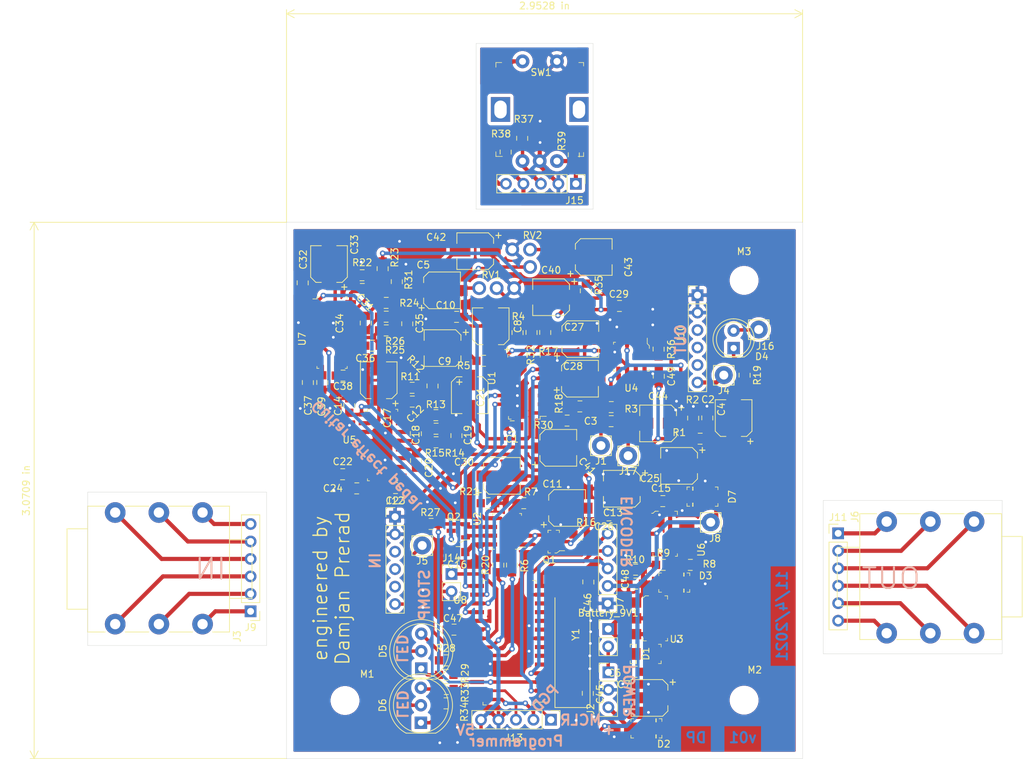
<source format=kicad_pcb>
(kicad_pcb (version 20171130) (host pcbnew "(5.1.6)-1")
  (title_block (title "SimpleDigital Efect Pedal") (date 2021-04-04) (rev v01) (comment 4 "Author: Damjan Prerad"))
  (layers (0 F.Cu signal) (31 B.Cu signal) (34 B.Paste user) (35 F.Paste user) (36 B.SilkS user) (37 F.SilkS user) (38 B.Mask user) (39 F.Mask user) (44 Edge.Cuts user))
  (net 0 "")
  (net 1 BAT_NEG)
  (net 2 +9V)
  (net 3 +5V)
  (net 4 GNDA)
  (net 5 +4V)
  (net 6 "Net-(C3-Pad1)")
  (net 7 "Net-(C3-Pad2)")
  (net 8 "Net-(C34-Pad2)")
  (net 9 "Net-(C5-Pad2)")
  (net 10 "Net-(C6-Pad2)")
  (net 11 "Net-(C8-Pad1)")
  (net 12 "Net-(C10-Pad1)")
  (net 13 "Net-(C9-Pad1)")
  (net 14 "Net-(C11-Pad1)")
  (net 15 "Net-(C12-Pad1)")
  (net 16 "Net-(C12-Pad2)")
  (net 17 "Net-(C17-Pad1)")
  (net 18 "Net-(C18-Pad1)")
  (net 19 "Net-(C18-Pad2)")
  (net 20 "Net-(C19-Pad1)")
  (net 21 "Net-(C20-Pad1)")
  (net 22 "Net-(C20-Pad2)")
  (net 23 "Net-(C21-Pad2)")
  (net 24 "Net-(C22-Pad2)")
  (net 25 "Net-(C23-Pad2)")
  (net 26 "Net-(C23-Pad1)")
  (net 27 "Net-(C24-Pad2)")
  (net 28 "Net-(C27-Pad2)")
  (net 29 "Net-(C27-Pad1)")
  (net 30 "Net-(C28-Pad1)")
  (net 31 "Net-(C30-Pad1)")
  (net 32 "Net-(C31-Pad2)")
  (net 33 "Net-(C31-Pad1)")
  (net 34 "Net-(C33-Pad1)")
  (net 35 "Net-(C34-Pad1)")
  (net 36 "Net-(C35-Pad1)")
  (net 37 "Net-(C36-Pad2)")
  (net 38 "Net-(C36-Pad1)")
  (net 39 "Net-(C37-Pad2)")
  (net 40 "Net-(C38-Pad1)")
  (net 41 "Net-(C38-Pad2)")
  (net 42 "Net-(C39-Pad2)")
  (net 43 "Net-(C40-Pad1)")
  (net 44 "Net-(C40-Pad2)")
  (net 45 "Net-(C41-Pad1)")
  (net 46 "Net-(C41-Pad2)")
  (net 47 "Net-(C42-Pad2)")
  (net 48 "Net-(C43-Pad2)")
  (net 49 "Net-(C43-Pad1)")
  (net 50 "Net-(C44-Pad2)")
  (net 51 "Net-(C44-Pad1)")
  (net 52 "Net-(C45-Pad2)")
  (net 53 "Net-(C46-Pad2)")
  (net 54 "Net-(C48-Pad1)")
  (net 55 "Net-(D4-Pad1)")
  (net 56 "Net-(D5-Pad3)")
  (net 57 "Net-(D5-Pad1)")
  (net 58 "Net-(D6-Pad1)")
  (net 59 "Net-(D6-Pad3)")
  (net 60 "Net-(J12-Pad6)")
  (net 61 "Net-(J10-Pad6)")
  (net 62 SWITCH)
  (net 63 ENC_A)
  (net 64 ENC_B)
  (net 65 "Net-(J10-Pad5)")
  (net 66 "Net-(J10-Pad4)")
  (net 67 "Net-(J10-Pad3)")
  (net 68 "Net-(J11-Pad1)")
  (net 69 "Net-(J11-Pad2)")
  (net 70 "Net-(J11-Pad3)")
  (net 71 "Net-(J11-Pad4)")
  (net 72 "Net-(J11-Pad5)")
  (net 73 "Net-(J11-Pad6)")
  (net 74 "Net-(J12-Pad5)")
  (net 75 "Net-(J12-Pad4)")
  (net 76 "Net-(J12-Pad3)")
  (net 77 LED2_G)
  (net 78 "Net-(J13-Pad2)")
  (net 79 "Net-(J13-Pad1)")
  (net 80 "Net-(J14-Pad1)")
  (net 81 B_OUT)
  (net 82 A_OUT)
  (net 83 SW_OUT)
  (net 84 ENC_POWER)
  (net 85 ENC_GROUND)
  (net 86 "Net-(Q1-Pad1)")
  (net 87 "Net-(Q1-Pad3)")
  (net 88 CURR_A)
  (net 89 CURR_B)
  (net 90 "Net-(Q2-Pad3)")
  (net 91 "Net-(Q2-Pad1)")
  (net 92 "Net-(R4-Pad2)")
  (net 93 "Net-(R5-Pad2)")
  (net 94 PWM_A)
  (net 95 "Net-(R8-Pad2)")
  (net 96 "Net-(R17-Pad2)")
  (net 97 "Net-(R18-Pad2)")
  (net 98 PWM_B)
  (net 99 LED1_R)
  (net 100 LED1_G)
  (net 101 "Net-(R30-Pad2)")
  (net 102 LED2_R)
  (net 103 U4B)
  (net 104 U4C)
  (net 105 U4D)
  (net 106 U4A)
  (net 107 "Net-(U5-Pad5)")
  (net 108 "Net-(U7-Pad5)")
  (net 109 "Net-(U8-Pad5)")
  (net 110 "Net-(U8-Pad6)")
  (net 111 "Net-(U8-Pad7)")
  (net 112 "Net-(J3-Pad2)")
  (net 113 "Net-(J3-Pad5)")
  (net 114 "Net-(J3-Pad3)")
  (net 115 "Net-(J3-Pad6)")
  (net 116 "Net-(J3-Pad1)")
  (net 117 "Net-(J3-Pad4)")
  (net 118 "Net-(D2-PadA)")
  (net 119 "Net-(R32-Pad2)")
  (net 120 "Net-(D4-Pad2)")
  (net 121 "Net-(U8-Pad11)")
  (net 122 "Net-(U8-Pad12)")
  (module digikey-footprints:0805 (layer F.Cu) (at 165.85 139.55 180)
    (fp_text reference C48 (at 1.525 0.65 270) (layer F.SilkS))
    (fp_text value 2.2uF)
    (pad 1 smd rect (at -1.05 0 180) (size 1.2 1.2) (layers F.Cu F.Paste F.Mask) (net 54 "Net-(C48-Pad1)"))
    (pad 2 smd rect (at 1.05 0 180) (size 1.2 1.2) (layers F.Cu F.Paste F.Mask) (net 4 GNDA))
  )
  (module Pin_Headers:Pin_Header_Straight_1x02_Pitch2.54mm (layer F.Cu) (at 139.075 138.15)
    (fp_text reference J14 (at 0 -2.33) (layer F.SilkS))
    (fp_text value PUSH_STOMP)
    (pad 2 thru_hole oval (at 0 2.54) (size 1.7 1.7) (drill 1) (layers *.Cu *.Mask) (net 4 GNDA))
    (pad 1 thru_hole rect (at 0 0) (size 1.7 1.7) (drill 1) (layers *.Cu *.Mask) (net 80 "Net-(J14-Pad1)"))
  )
  (module Connectors:Pin_d1.4mm_L8.5mm_W2.8mm_FlatFork (layer F.Cu) (at 164.75 120.95)
    (fp_text reference J17 (at 0 2.25) (layer F.SilkS))
    (fp_text value Conn_01x01_Male)
    (pad 1 thru_hole circle (at 0 0) (size 2.6 2.6) (drill 1.3) (layers *.Cu *.Mask) (net 50 "Net-(C44-Pad2)"))
  )
  (module Connectors:Pin_d1.4mm_L8.5mm_W2.8mm_FlatFork (layer F.Cu) (at 183.725 102.6)
    (fp_text reference J16 (at 0.95 2.425) (layer F.SilkS))
    (fp_text value Conn_01x01_Male)
    (pad 1 thru_hole circle (at 0 0) (size 2.6 2.6) (drill 1.3) (layers *.Cu *.Mask) (net 120 "Net-(D4-Pad2)"))
  )
  (module Connectors:Pin_d1.4mm_L8.5mm_W2.8mm_FlatFork (layer F.Cu) (at 176.75 130.625)
    (fp_text reference J8 (at 0.625 2.35) (layer F.SilkS))
    (fp_text value Conn_01x01_Male)
    (pad 1 thru_hole circle (at 0 0) (size 2.6 2.6) (drill 1.3) (layers *.Cu *.Mask) (net 3 +5V))
  )
  (module Connectors:Pin_d1.4mm_L8.5mm_W2.8mm_FlatFork (layer F.Cu) (at 134.825 134)
    (fp_text reference J5 (at 0 2.25) (layer F.SilkS))
    (fp_text value Conn_01x01_Male)
    (pad 1 thru_hole circle (at 0 0) (size 2.6 2.6) (drill 1.3) (layers *.Cu *.Mask) (net 60 "Net-(J12-Pad6)"))
  )
  (module Connectors:Pin_d1.4mm_L8.5mm_W2.8mm_FlatFork (layer F.Cu) (at 178.65 109.225)
    (fp_text reference J4 (at 0 2.25) (layer F.SilkS))
    (fp_text value Conn_01x01_Male)
    (pad 1 thru_hole circle (at 0 0) (size 2.6 2.6) (drill 1.3) (layers *.Cu *.Mask) (net 61 "Net-(J10-Pad6)"))
  )
  (module Connectors:Pin_d1.4mm_L8.5mm_W2.8mm_FlatFork (layer F.Cu) (at 160.8 119.475)
    (fp_text reference J1 (at 0 2.25) (layer F.SilkS))
    (fp_text value Conn_01x01_Male)
    (pad 1 thru_hole circle (at 0 0) (size 2.6 2.6) (drill 1.3) (layers *.Cu *.Mask) (net 7 "Net-(C3-Pad2)"))
  )
  (module Pin_Headers:Pin_Header_Straight_1x02_Pitch2.54mm (layer F.Cu) (at 161.85 146.15)
    (fp_text reference Battery_9V1 (at 0 -2.33) (layer F.SilkS))
    (fp_text value Conn_01x02)
    (pad 2 thru_hole oval (at 0 2.54) (size 1.7 1.7) (drill 1) (layers *.Cu *.Mask) (net 1 BAT_NEG))
    (pad 1 thru_hole rect (at 0 0) (size 1.7 1.7) (drill 1) (layers *.Cu *.Mask) (net 2 +9V))
  )
  (module Potentiometers:Potentiometer_WirePads_Small (layer F.Cu) (at 150.497156 93.509848 180)
    (fp_text reference RV2 (at -0.352844 4.609848 180) (layer F.SilkS))
    (fp_text value 10k)
    (pad 1 thru_hole circle (at 0 0 180) (size 2 2) (drill 1.2) (layers *.Cu *.Mask) (net 45 "Net-(C41-Pad1)"))
    (pad 3 thru_hole circle (at 2.5908 2.5654 180) (size 2 2) (drill 1.2) (layers *.Cu *.Mask) (net 4 GNDA))
    (pad 2 thru_hole circle (at 0 2.54 180) (size 2 2) (drill 1.2) (layers *.Cu *.Mask) (net 49 "Net-(C43-Pad1)"))
  )
  (module Potentiometers:Potentiometer_WirePads_Small (layer F.Cu) (at 143.1 96.575 90)
    (fp_text reference RV1 (at 1.925 1.75 180) (layer F.SilkS))
    (fp_text value 10k)
    (pad 2 thru_hole circle (at 0 2.54 90) (size 2 2) (drill 1.2) (layers *.Cu *.Mask) (net 92 "Net-(R4-Pad2)"))
    (pad 3 thru_hole circle (at 0 5.08 90) (size 2 2) (drill 1.2) (layers *.Cu *.Mask) (net 4 GNDA))
    (pad 1 thru_hole circle (at 0 0 90) (size 2 2) (drill 1.2) (layers *.Cu *.Mask) (net 9 "Net-(C5-Pad2)"))
  )
  (module digikey-footprints:0805 (layer F.Cu) (at 169.2 109.4 270)
    (fp_text reference C49 (at 0 -1.84 90) (layer F.SilkS))
    (fp_text value 100nF)
    (pad 2 smd rect (at 1.05 0 270) (size 1.2 1.2) (layers F.Cu F.Paste F.Mask) (net 2 +9V))
    (pad 1 smd rect (at -1.05 0 270) (size 1.2 1.2) (layers F.Cu F.Paste F.Mask) (net 4 GNDA))
  )
  (module digikey-footprints:SOIC-8_W3.9mm (layer F.Cu) (at 165.225 106.55 180)
    (fp_text reference U4 (at 0.01778 -4.56946) (layer F.SilkS))
    (fp_text value MCP6002-xSN)
    (pad 3 smd rect (at 0.635 2.45 180) (size 0.6 2) (layers F.Cu F.Paste F.Mask) (net 5 +4V))
    (pad 8 smd rect (at -1.905 -2.45 180) (size 0.6 2) (layers F.Cu F.Paste F.Mask) (net 2 +9V))
    (pad 7 smd rect (at -0.635 -2.45 180) (size 0.6 2) (layers F.Cu F.Paste F.Mask) (net 93 "Net-(R5-Pad2)"))
    (pad 6 smd rect (at 0.635 -2.45 180) (size 0.6 2) (layers F.Cu F.Paste F.Mask) (net 93 "Net-(R5-Pad2)"))
    (pad 5 smd rect (at 1.905 -2.45 180) (size 0.6 2) (layers F.Cu F.Paste F.Mask) (net 6 "Net-(C3-Pad1)"))
    (pad 4 smd rect (at 1.905 2.45 180) (size 0.6 2) (layers F.Cu F.Paste F.Mask) (net 4 GNDA))
    (pad 2 smd rect (at -0.635 2.45 180) (size 0.6 2) (layers F.Cu F.Paste F.Mask) (net 43 "Net-(C40-Pad1)"))
    (pad 1 smd rect (at -1.905 2.45 180) (size 0.6 2) (layers F.Cu F.Paste F.Mask) (net 51 "Net-(C44-Pad1)"))
  )
  (module digikey-footprints:SOIC-8_W3.9mm (layer F.Cu) (at 147.15 131.95 90)
    (fp_text reference U2 (at 1.825 -4.325 90) (layer F.SilkS))
    (fp_text value MCP6002-xSN)
    (pad 3 smd rect (at 0.635 2.45 90) (size 0.6 2) (layers F.Cu F.Paste F.Mask) (net 14 "Net-(C11-Pad1)"))
    (pad 8 smd rect (at -1.905 -2.45 90) (size 0.6 2) (layers F.Cu F.Paste F.Mask) (net 3 +5V))
    (pad 7 smd rect (at -0.635 -2.45 90) (size 0.6 2) (layers F.Cu F.Paste F.Mask) (net 91 "Net-(Q2-Pad1)"))
    (pad 6 smd rect (at 0.635 -2.45 90) (size 0.6 2) (layers F.Cu F.Paste F.Mask) (net 89 CURR_B))
    (pad 5 smd rect (at 1.905 -2.45 90) (size 0.6 2) (layers F.Cu F.Paste F.Mask) (net 31 "Net-(C30-Pad1)"))
    (pad 4 smd rect (at 1.905 2.45 90) (size 0.6 2) (layers F.Cu F.Paste F.Mask) (net 4 GNDA))
    (pad 2 smd rect (at -0.635 2.45 90) (size 0.6 2) (layers F.Cu F.Paste F.Mask) (net 88 CURR_A))
    (pad 1 smd rect (at -1.905 2.45 90) (size 0.6 2) (layers F.Cu F.Paste F.Mask) (net 86 "Net-(Q1-Pad1)"))
  )
  (module Capacitors_SMD:CP_Elec_5x5.3 (layer F.Cu) (at 153.55 97.875 180)
    (fp_text reference C40 (at 0 3.92) (layer F.SilkS))
    (fp_text value 47uF)
    (fp_text user + (at -3.38 2.34) (layer F.SilkS))
    (pad 2 smd rect (at 2.2 0) (size 3 1.6) (layers F.Cu F.Paste F.Mask) (net 44 "Net-(C40-Pad2)"))
    (pad 1 smd rect (at -2.2 0) (size 3 1.6) (layers F.Cu F.Paste F.Mask) (net 43 "Net-(C40-Pad1)"))
  )
  (module Capacitors_SMD:CP_Elec_5x5.3 (layer F.Cu) (at 141.7 112.15 270)
    (fp_text reference C21 (at 0.265165 -1.608668 90) (layer F.SilkS))
    (fp_text value 47uF)
    (fp_text user + (at -1.909188 1.555635 90) (layer F.SilkS))
    (pad 2 smd rect (at 2.2 0 90) (size 3 1.6) (layers F.Cu F.Paste F.Mask) (net 23 "Net-(C21-Pad2)"))
    (pad 1 smd rect (at -2.2 0 90) (size 3 1.6) (layers F.Cu F.Paste F.Mask) (net 19 "Net-(C18-Pad2)"))
  )
  (module Capacitors_SMD:CP_Elec_5x5.3 (layer F.Cu) (at 157.75 109.775)
    (fp_text reference C28 (at -1.025 -1.825) (layer F.SilkS))
    (fp_text value 47uF)
    (fp_text user + (at -3.375 1.55) (layer F.SilkS))
    (pad 2 smd rect (at 2.2 0 180) (size 3 1.6) (layers F.Cu F.Paste F.Mask) (net 28 "Net-(C27-Pad2)"))
    (pad 1 smd rect (at -2.2 0 180) (size 3 1.6) (layers F.Cu F.Paste F.Mask) (net 30 "Net-(C28-Pad1)"))
  )
  (module Capacitors_SMD:CP_Elec_5x5.3 (layer F.Cu) (at 157.8 104.025)
    (fp_text reference C27 (at -0.9 -1.775) (layer F.SilkS))
    (fp_text value 47uF)
    (fp_text user + (at -3.38 2.34) (layer F.SilkS))
    (pad 2 smd rect (at 2.2 0 180) (size 3 1.6) (layers F.Cu F.Paste F.Mask) (net 28 "Net-(C27-Pad2)"))
    (pad 1 smd rect (at -2.2 0 180) (size 3 1.6) (layers F.Cu F.Paste F.Mask) (net 29 "Net-(C27-Pad1)"))
  )
  (module Capacitors_SMD:CP_Elec_5x5.3 (layer F.Cu) (at 144.8 102.125 90)
    (fp_text reference C8 (at 0 3.92 90) (layer F.SilkS))
    (fp_text value 47uF)
    (fp_text user + (at -3.38 2.34 90) (layer F.SilkS))
    (pad 2 smd rect (at 2.2 0 270) (size 3 1.6) (layers F.Cu F.Paste F.Mask) (net 12 "Net-(C10-Pad1)"))
    (pad 1 smd rect (at -2.2 0 270) (size 3 1.6) (layers F.Cu F.Paste F.Mask) (net 11 "Net-(C8-Pad1)"))
  )
  (module Capacitors_SMD:CP_Elec_5x5.3 (layer F.Cu) (at 137.775 105.275 180)
    (fp_text reference C9 (at -0.3 -1.95) (layer F.SilkS))
    (fp_text value 47uF)
    (fp_text user + (at -3.38 2.34) (layer F.SilkS))
    (pad 2 smd rect (at 2.2 0) (size 3 1.6) (layers F.Cu F.Paste F.Mask) (net 12 "Net-(C10-Pad1)"))
    (pad 1 smd rect (at -2.2 0) (size 3 1.6) (layers F.Cu F.Paste F.Mask) (net 13 "Net-(C9-Pad1)"))
  )
  (module Capacitors_SMD:CP_Elec_5x5.3 (layer F.Cu) (at 128.525 109.975 90)
    (fp_text reference C17 (at -5.5 1.225 90) (layer F.SilkS))
    (fp_text value 47uF)
    (fp_text user + (at -3.38 2.34 90) (layer F.SilkS))
    (pad 2 smd rect (at 2.2 0 270) (size 3 1.6) (layers F.Cu F.Paste F.Mask) (net 4 GNDA))
    (pad 1 smd rect (at -2.2 0 270) (size 3 1.6) (layers F.Cu F.Paste F.Mask) (net 17 "Net-(C17-Pad1)"))
  )
  (module Capacitors_SMD:CP_Elec_5x5.3 (layer F.Cu) (at 146.4 123.9)
    (fp_text reference C30 (at -5.5 -2.025) (layer F.SilkS))
    (fp_text value 47uF)
    (fp_text user + (at -3.38 2.34) (layer F.SilkS))
    (pad 2 smd rect (at 2.2 0 180) (size 3 1.6) (layers F.Cu F.Paste F.Mask) (net 4 GNDA))
    (pad 1 smd rect (at -2.2 0 180) (size 3 1.6) (layers F.Cu F.Paste F.Mask) (net 31 "Net-(C30-Pad1)"))
  )
  (module Capacitors_SMD:CP_Elec_5x5.3 (layer F.Cu) (at 154.6 119.825)
    (fp_text reference C41 (at 4.2 2.625 135) (layer F.SilkS))
    (fp_text value 47uF)
    (fp_text user + (at -3.38 2.34) (layer F.SilkS))
    (pad 2 smd rect (at 2.2 0 180) (size 3 1.6) (layers F.Cu F.Paste F.Mask) (net 46 "Net-(C41-Pad2)"))
    (pad 1 smd rect (at -2.2 0 180) (size 3 1.6) (layers F.Cu F.Paste F.Mask) (net 45 "Net-(C41-Pad1)"))
  )
  (module Capacitors_SMD:CP_Elec_5x5.3 (layer F.Cu) (at 169.1 116.225 180)
    (fp_text reference C44 (at 0 3.92) (layer F.SilkS))
    (fp_text value 47uF)
    (fp_text user + (at -3.38 2.34) (layer F.SilkS))
    (pad 2 smd rect (at 2.2 0) (size 3 1.6) (layers F.Cu F.Paste F.Mask) (net 50 "Net-(C44-Pad2)"))
    (pad 1 smd rect (at -2.2 0) (size 3 1.6) (layers F.Cu F.Paste F.Mask) (net 51 "Net-(C44-Pad1)"))
  )
  (module Capacitors_SMD:CP_Elec_5x5.3 (layer F.Cu) (at 155.875 128.575)
    (fp_text reference C11 (at -2.125 -3.525) (layer F.SilkS))
    (fp_text value 47uF)
    (fp_text user + (at -3.38 2.34) (layer F.SilkS))
    (pad 2 smd rect (at 2.2 0 180) (size 3 1.6) (layers F.Cu F.Paste F.Mask) (net 4 GNDA))
    (pad 1 smd rect (at -2.2 0 180) (size 3 1.6) (layers F.Cu F.Paste F.Mask) (net 14 "Net-(C11-Pad1)"))
  )
  (module Capacitors_SMD:CP_Elec_5x5.3 (layer F.Cu) (at 180.1 115.475 90)
    (fp_text reference C4 (at 1.275 -1.8 90) (layer F.SilkS))
    (fp_text value 47uF)
    (fp_text user + (at -3.38 2.34 90) (layer F.SilkS))
    (pad 2 smd rect (at 2.2 0 270) (size 3 1.6) (layers F.Cu F.Paste F.Mask) (net 4 GNDA))
    (pad 1 smd rect (at -2.2 0 270) (size 3 1.6) (layers F.Cu F.Paste F.Mask) (net 5 +4V))
  )
  (module Capacitors_SMD:CP_Elec_5x5.3 (layer F.Cu) (at 172.15 122.4 180)
    (fp_text reference C25 (at 4.25 -1.85) (layer F.SilkS))
    (fp_text value 47uF)
    (fp_text user + (at -3.38 2.34) (layer F.SilkS))
    (pad 2 smd rect (at 2.2 0) (size 3 1.6) (layers F.Cu F.Paste F.Mask) (net 4 GNDA))
    (pad 1 smd rect (at -2.2 0) (size 3 1.6) (layers F.Cu F.Paste F.Mask) (net 3 +5V))
  )
  (module Capacitors_SMD:CP_Elec_5x5.3 (layer F.Cu) (at 163.825 125.725 180)
    (fp_text reference C13 (at 1.275 -3.5) (layer F.SilkS))
    (fp_text value 47uF)
    (fp_text user + (at -3.38 2.34) (layer F.SilkS))
    (pad 2 smd rect (at 2.2 0) (size 3 1.6) (layers F.Cu F.Paste F.Mask) (net 4 GNDA))
    (pad 1 smd rect (at -2.2 0) (size 3 1.6) (layers F.Cu F.Paste F.Mask) (net 2 +9V))
  )
  (module Capacitors_SMD:CP_Elec_5x5.3 (layer F.Cu) (at 167.85 156.15 180)
    (fp_text reference C7 (at 3.725 1.925) (layer F.SilkS))
    (fp_text value 47uF)
    (fp_text user + (at -3.38 2.34) (layer F.SilkS))
    (pad 2 smd rect (at 2.2 0) (size 3 1.6) (layers F.Cu F.Paste F.Mask) (net 4 GNDA))
    (pad 1 smd rect (at -2.2 0) (size 3 1.6) (layers F.Cu F.Paste F.Mask) (net 10 "Net-(C6-Pad2)"))
  )
  (module Capacitors_SMD:CP_Elec_5x5.3 (layer F.Cu) (at 121.3 93.075 90)
    (fp_text reference C33 (at 2.825 3.675 90) (layer F.SilkS))
    (fp_text value 47uF)
    (fp_text user + (at -3.35 2.125 90) (layer F.SilkS))
    (pad 2 smd rect (at 2.2 0 270) (size 3 1.6) (layers F.Cu F.Paste F.Mask) (net 4 GNDA))
    (pad 1 smd rect (at -2.2 0 270) (size 3 1.6) (layers F.Cu F.Paste F.Mask) (net 34 "Net-(C33-Pad1)"))
  )
  (module digikey-footprints:0805 (layer F.Cu) (at 131.125 95.65 270)
    (fp_text reference R31 (at -0.3 -1.725 90) (layer F.SilkS))
    (fp_text value 4k7)
    (pad 2 smd rect (at 1.05 0 270) (size 1.2 1.2) (layers F.Cu F.Paste F.Mask) (net 8 "Net-(C34-Pad2)"))
    (pad 1 smd rect (at -1.05 0 270) (size 1.2 1.2) (layers F.Cu F.Paste F.Mask) (net 47 "Net-(C42-Pad2)"))
  )
  (module Capacitors_SMD:CP_Elec_5x5.3 (layer F.Cu) (at 137.7 96.925)
    (fp_text reference C5 (at -2.725 -3.725) (layer F.SilkS))
    (fp_text value 47uF)
    (fp_text user + (at -2.975 2.45) (layer F.SilkS))
    (pad 2 smd rect (at 2.2 0 180) (size 3 1.6) (layers F.Cu F.Paste F.Mask) (net 9 "Net-(C5-Pad2)"))
    (pad 1 smd rect (at -2.2 0 180) (size 3 1.6) (layers F.Cu F.Paste F.Mask) (net 8 "Net-(C34-Pad2)"))
  )
  (module Capacitors_SMD:CP_Elec_5x5.3 (layer F.Cu) (at 142.525 91.175 180)
    (fp_text reference C42 (at 5.675 2) (layer F.SilkS))
    (fp_text value 47uF)
    (fp_text user + (at -3.38 2.34) (layer F.SilkS))
    (pad 2 smd rect (at 2.2 0) (size 3 1.6) (layers F.Cu F.Paste F.Mask) (net 47 "Net-(C42-Pad2)"))
    (pad 1 smd rect (at -2.2 0) (size 3 1.6) (layers F.Cu F.Paste F.Mask) (net 45 "Net-(C41-Pad1)"))
  )
  (module Capacitors_SMD:CP_Elec_5x5.3 (layer F.Cu) (at 159.75 92.075)
    (fp_text reference C43 (at 5.05 1.45 90) (layer F.SilkS))
    (fp_text value 47uF)
    (fp_text user + (at -3.38 2.34) (layer F.SilkS))
    (pad 2 smd rect (at 2.2 0 180) (size 3 1.6) (layers F.Cu F.Paste F.Mask) (net 48 "Net-(C43-Pad2)"))
    (pad 1 smd rect (at -2.2 0 180) (size 3 1.6) (layers F.Cu F.Paste F.Mask) (net 49 "Net-(C43-Pad1)"))
  )
  (module Mounting_Holes:MountingHole_3.2mm_M3 (layer F.Cu) (at 181.6 156.5)
    (fp_text reference M2 (at 1.55 -4.4) (layer F.SilkS))
    (fp_text value MountingHole_3.2mm_M3)
    (pad 1 np_thru_hole circle (at 0 0) (size 3.2 3.2) (drill 3.2) (layers *.Cu *.Mask))
  )
  (module Mounting_Holes:MountingHole_3.2mm_M3 (layer F.Cu) (at 181.6 95.45)
    (fp_text reference M3 (at 0 -4.2) (layer F.SilkS))
    (fp_text value MountingHole_3.2mm_M3)
    (pad 1 np_thru_hole circle (at 0 0) (size 3.2 3.2) (drill 3.2) (layers *.Cu *.Mask))
  )
  (module Mounting_Holes:MountingHole_3.2mm_M3 (layer F.Cu) (at 123.6 156.55)
    (fp_text reference M1 (at 3.225 -3.85) (layer F.SilkS))
    (fp_text value MountingHole_3.2mm_M3)
    (pad 1 np_thru_hole circle (at 0 0) (size 3.2 3.2) (drill 3.2) (layers *.Cu *.Mask))
  )
  (module digikey-footprints:SOIC-14_W3.9mm (layer F.Cu) (at 149.662157 110.924848 90)
    (fp_text reference U1 (at 1.249848 -4.737157 90) (layer F.SilkS))
    (fp_text value 4066)
    (pad 1 smd rect (at -3.81 2.7 90) (size 0.55 1.5) (layers F.Cu F.Paste F.Mask) (net 23 "Net-(C21-Pad2)"))
    (pad 2 smd rect (at -2.54 2.7 90) (size 0.55 1.5) (layers F.Cu F.Paste F.Mask) (net 101 "Net-(R30-Pad2)"))
    (pad 3 smd rect (at -1.27 2.7 90) (size 0.55 1.5) (layers F.Cu F.Paste F.Mask) (net 97 "Net-(R18-Pad2)"))
    (pad 4 smd rect (at 0 2.7 90) (size 0.55 1.5) (layers F.Cu F.Paste F.Mask) (net 23 "Net-(C21-Pad2)"))
    (pad 5 smd rect (at 1.27 2.7 90) (size 0.55 1.5) (layers F.Cu F.Paste F.Mask) (net 103 U4B))
    (pad 6 smd rect (at 2.54 2.7 90) (size 0.55 1.5) (layers F.Cu F.Paste F.Mask) (net 104 U4C))
    (pad 7 smd rect (at 3.81 2.7 90) (size 0.55 1.5) (layers F.Cu F.Paste F.Mask) (net 4 GNDA))
    (pad 8 smd rect (at 3.81 -2.7 90) (size 0.55 1.5) (layers F.Cu F.Paste F.Mask) (net 93 "Net-(R5-Pad2)"))
    (pad 9 smd rect (at 2.54 -2.7 90) (size 0.55 1.5) (layers F.Cu F.Paste F.Mask) (net 119 "Net-(R32-Pad2)"))
    (pad 10 smd rect (at 1.27 -2.7 90) (size 0.55 1.5) (layers F.Cu F.Paste F.Mask) (net 96 "Net-(R17-Pad2)"))
    (pad 11 smd rect (at 0 -2.7 90) (size 0.55 1.5) (layers F.Cu F.Paste F.Mask) (net 93 "Net-(R5-Pad2)"))
    (pad 12 smd rect (at -1.27 -2.7 90) (size 0.55 1.5) (layers F.Cu F.Paste F.Mask) (net 105 U4D))
    (pad 13 smd rect (at -2.54 -2.7 90) (size 0.55 1.5) (layers F.Cu F.Paste F.Mask) (net 106 U4A))
    (pad 14 smd rect (at -3.81 -2.7 90) (size 0.55 1.5) (layers F.Cu F.Paste F.Mask) (net 3 +5V))
  )
  (module digikey-footprints:SOIC-28_W7.5mm (layer F.Cu) (at 147.5 148.145 180)
    (fp_text reference U8 (at 7.15 6.195) (layer F.SilkS))
    (fp_text value PIC16F72)
    (pad 1 smd rect (at -4.7 -8.255 180) (size 2 0.6) (layers F.Cu F.Paste F.Mask) (net 79 "Net-(J13-Pad1)"))
    (pad 2 smd rect (at -4.7 -6.985 180) (size 2 0.6) (layers F.Cu F.Paste F.Mask) (net 88 CURR_A))
    (pad 3 smd rect (at -4.7 -5.715 180) (size 2 0.6) (layers F.Cu F.Paste F.Mask) (net 89 CURR_B))
    (pad 4 smd rect (at -4.7 -4.445 180) (size 2 0.6) (layers F.Cu F.Paste F.Mask) (net 62 SWITCH))
    (pad 5 smd rect (at -4.7 -3.175 180) (size 2 0.6) (layers F.Cu F.Paste F.Mask) (net 109 "Net-(U8-Pad5)"))
    (pad 6 smd rect (at -4.7 -1.905 180) (size 2 0.6) (layers F.Cu F.Paste F.Mask) (net 110 "Net-(U8-Pad6)"))
    (pad 7 smd rect (at -4.7 -0.635 180) (size 2 0.6) (layers F.Cu F.Paste F.Mask) (net 111 "Net-(U8-Pad7)"))
    (pad 8 smd rect (at -4.7 0.635 180) (size 2 0.6) (layers F.Cu F.Paste F.Mask) (net 4 GNDA))
    (pad 9 smd rect (at -4.7 1.905 180) (size 2 0.6) (layers F.Cu F.Paste F.Mask) (net 52 "Net-(C45-Pad2)"))
    (pad 10 smd rect (at -4.7 3.175 180) (size 2 0.6) (layers F.Cu F.Paste F.Mask) (net 53 "Net-(C46-Pad2)"))
    (pad 11 smd rect (at -4.7 4.445 180) (size 2 0.6) (layers F.Cu F.Paste F.Mask) (net 121 "Net-(U8-Pad11)"))
    (pad 12 smd rect (at -4.7 5.715 180) (size 2 0.6) (layers F.Cu F.Paste F.Mask) (net 122 "Net-(U8-Pad12)"))
    (pad 13 smd rect (at -4.7 6.985 180) (size 2 0.6) (layers F.Cu F.Paste F.Mask) (net 64 ENC_B))
    (pad 14 smd rect (at -4.7 8.255 180) (size 2 0.6) (layers F.Cu F.Paste F.Mask) (net 63 ENC_A))
    (pad 15 smd rect (at 4.7 8.255 180) (size 2 0.6) (layers F.Cu F.Paste F.Mask) (net 105 U4D))
    (pad 16 smd rect (at 4.7 6.985 180) (size 2 0.6) (layers F.Cu F.Paste F.Mask) (net 104 U4C))
    (pad 17 smd rect (at 4.7 5.715 180) (size 2 0.6) (layers F.Cu F.Paste F.Mask) (net 103 U4B))
    (pad 18 smd rect (at 4.7 4.445 180) (size 2 0.6) (layers F.Cu F.Paste F.Mask) (net 106 U4A))
    (pad 19 smd rect (at 4.7 3.175 180) (size 2 0.6) (layers F.Cu F.Paste F.Mask) (net 4 GNDA))
    (pad 20 smd rect (at 4.7 1.905 180) (size 2 0.6) (layers F.Cu F.Paste F.Mask) (net 3 +5V))
    (pad 21 smd rect (at 4.7 0.635 180) (size 2 0.6) (layers F.Cu F.Paste F.Mask) (net 80 "Net-(J14-Pad1)"))
    (pad 22 smd rect (at 4.7 -0.635 180) (size 2 0.6) (layers F.Cu F.Paste F.Mask) (net 98 PWM_B))
    (pad 23 smd rect (at 4.7 -1.905 180) (size 2 0.6) (layers F.Cu F.Paste F.Mask) (net 94 PWM_A))
    (pad 24 smd rect (at 4.7 -3.175 180) (size 2 0.6) (layers F.Cu F.Paste F.Mask) (net 99 LED1_R))
    (pad 25 smd rect (at 4.7 -4.445 180) (size 2 0.6) (layers F.Cu F.Paste F.Mask) (net 100 LED1_G))
    (pad 26 smd rect (at 4.7 -5.715 180) (size 2 0.6) (layers F.Cu F.Paste F.Mask) (net 102 LED2_R))
    (pad 27 smd rect (at 4.7 -6.985 180) (size 2 0.6) (layers F.Cu F.Paste F.Mask) (net 77 LED2_G))
    (pad 28 smd rect (at 4.7 -8.255 180) (size 2 0.6) (layers F.Cu F.Paste F.Mask) (net 78 "Net-(J13-Pad2)"))
  )
  (module LEDs:LED_D5.0mm (layer F.Cu) (at 180.075 105.3 90)
    (fp_text reference D4 (at -1.225 4.1 180) (layer F.SilkS))
    (fp_text value LED)
    (pad 1 thru_hole rect (at 0 0 90) (size 1.8 1.8) (drill 0.9) (layers *.Cu *.Mask) (net 55 "Net-(D4-Pad1)"))
    (pad 2 thru_hole circle (at 2.54 0 90) (size 1.8 1.8) (drill 0.9) (layers *.Cu *.Mask) (net 120 "Net-(D4-Pad2)"))
  )
  (module Connectors:NMJ6HCD2 (layer F.Cu) (at 90.2 145.44 90)
    (fp_text reference J3 (at -1.785 17.725 90) (layer F.SilkS))
    (fp_text value AudioJack3_Switch)
    (pad 1 thru_hole circle (at 0 0 90) (size 3 3) (drill 1.5) (layers *.Cu *.Mask) (net 116 "Net-(J3-Pad1)"))
    (pad 2 thru_hole circle (at 0 12.7 90) (size 3 3) (drill 1.5) (layers *.Cu *.Mask) (net 112 "Net-(J3-Pad2)"))
    (pad 3 thru_hole circle (at 0 6.35 90) (size 3 3) (drill 1.5) (layers *.Cu *.Mask) (net 114 "Net-(J3-Pad3)"))
    (pad 4 thru_hole circle (at 16.23 0 90) (size 3 3) (drill 1.5) (layers *.Cu *.Mask) (net 117 "Net-(J3-Pad4)"))
    (pad 5 thru_hole circle (at 16.23 12.7 90) (size 3 3) (drill 1.5) (layers *.Cu *.Mask) (net 113 "Net-(J3-Pad5)"))
    (pad 6 thru_hole circle (at 16.23 6.35 90) (size 3 3) (drill 1.5) (layers *.Cu *.Mask) (net 115 "Net-(J3-Pad6)"))
  )
  (module Connectors:NMJ6HCD2 (layer F.Cu) (at 215.02 130.529999 270)
    (fp_text reference J6 (at -0.704999 17.32 90) (layer F.SilkS))
    (fp_text value AudioJack3_Switch)
    (pad 6 thru_hole circle (at 16.23 6.35 270) (size 3 3) (drill 1.5) (layers *.Cu *.Mask) (net 72 "Net-(J11-Pad5)"))
    (pad 5 thru_hole circle (at 16.23 12.7 270) (size 3 3) (drill 1.5) (layers *.Cu *.Mask) (net 73 "Net-(J11-Pad6)"))
    (pad 4 thru_hole circle (at 16.23 0 270) (size 3 3) (drill 1.5) (layers *.Cu *.Mask) (net 71 "Net-(J11-Pad4)"))
    (pad 3 thru_hole circle (at 0 6.35 270) (size 3 3) (drill 1.5) (layers *.Cu *.Mask) (net 69 "Net-(J11-Pad2)"))
    (pad 2 thru_hole circle (at 0 12.7 270) (size 3 3) (drill 1.5) (layers *.Cu *.Mask) (net 68 "Net-(J11-Pad1)"))
    (pad 1 thru_hole circle (at 0 0 270) (size 3 3) (drill 1.5) (layers *.Cu *.Mask) (net 70 "Net-(J11-Pad3)"))
  )
  (module Pin_Headers:Pin_Header_Straight_1x06_Pitch2.54mm (layer F.Cu) (at 109.88 143.58 180)
    (fp_text reference J9 (at 0 -2.33) (layer F.SilkS))
    (fp_text value Conn_01x06_Male)
    (pad 1 thru_hole rect (at 0 0 180) (size 1.7 1.7) (drill 1) (layers *.Cu *.Mask) (net 112 "Net-(J3-Pad2)"))
    (pad 2 thru_hole oval (at 0 2.54 180) (size 1.7 1.7) (drill 1) (layers *.Cu *.Mask) (net 114 "Net-(J3-Pad3)"))
    (pad 3 thru_hole oval (at 0 5.08 180) (size 1.7 1.7) (drill 1) (layers *.Cu *.Mask) (net 116 "Net-(J3-Pad1)"))
    (pad 4 thru_hole oval (at 0 7.62 180) (size 1.7 1.7) (drill 1) (layers *.Cu *.Mask) (net 117 "Net-(J3-Pad4)"))
    (pad 5 thru_hole oval (at 0 10.16 180) (size 1.7 1.7) (drill 1) (layers *.Cu *.Mask) (net 115 "Net-(J3-Pad6)"))
    (pad 6 thru_hole oval (at 0 12.7 180) (size 1.7 1.7) (drill 1) (layers *.Cu *.Mask) (net 113 "Net-(J3-Pad5)"))
  )
  (module Pin_Headers:Pin_Header_Straight_1x06_Pitch2.54mm (layer F.Cu) (at 174.825 97.6)
    (fp_text reference J10 (at -2.425 5.6 90) (layer F.SilkS))
    (fp_text value Conn_01x06_Male)
    (pad 6 thru_hole oval (at 0 12.7) (size 1.7 1.7) (drill 1) (layers *.Cu *.Mask) (net 61 "Net-(J10-Pad6)"))
    (pad 5 thru_hole oval (at 0 10.16) (size 1.7 1.7) (drill 1) (layers *.Cu *.Mask) (net 65 "Net-(J10-Pad5)"))
    (pad 4 thru_hole oval (at 0 7.62) (size 1.7 1.7) (drill 1) (layers *.Cu *.Mask) (net 66 "Net-(J10-Pad4)"))
    (pad 3 thru_hole oval (at 0 5.08) (size 1.7 1.7) (drill 1) (layers *.Cu *.Mask) (net 67 "Net-(J10-Pad3)"))
    (pad 2 thru_hole oval (at 0 2.54) (size 1.7 1.7) (drill 1) (layers *.Cu *.Mask) (net 4 GNDA))
    (pad 1 thru_hole rect (at 0 0) (size 1.7 1.7) (drill 1) (layers *.Cu *.Mask) (net 4 GNDA))
  )
  (module Pin_Headers:Pin_Header_Straight_1x06_Pitch2.54mm (layer F.Cu) (at 195.27 132.24)
    (fp_text reference J11 (at 0 -2.33) (layer F.SilkS))
    (fp_text value Conn_01x06_Male)
    (pad 1 thru_hole rect (at 0 0) (size 1.7 1.7) (drill 1) (layers *.Cu *.Mask) (net 68 "Net-(J11-Pad1)"))
    (pad 2 thru_hole oval (at 0 2.54) (size 1.7 1.7) (drill 1) (layers *.Cu *.Mask) (net 69 "Net-(J11-Pad2)"))
    (pad 3 thru_hole oval (at 0 5.08) (size 1.7 1.7) (drill 1) (layers *.Cu *.Mask) (net 70 "Net-(J11-Pad3)"))
    (pad 4 thru_hole oval (at 0 7.62) (size 1.7 1.7) (drill 1) (layers *.Cu *.Mask) (net 71 "Net-(J11-Pad4)"))
    (pad 5 thru_hole oval (at 0 10.16) (size 1.7 1.7) (drill 1) (layers *.Cu *.Mask) (net 72 "Net-(J11-Pad5)"))
    (pad 6 thru_hole oval (at 0 12.7) (size 1.7 1.7) (drill 1) (layers *.Cu *.Mask) (net 73 "Net-(J11-Pad6)"))
  )
  (module Pin_Headers:Pin_Header_Straight_1x06_Pitch2.54mm (layer F.Cu) (at 130.875 129.825)
    (fp_text reference J12 (at 0 -2.33) (layer F.SilkS))
    (fp_text value Conn_01x06_Male)
    (pad 6 thru_hole oval (at 0 12.7) (size 1.7 1.7) (drill 1) (layers *.Cu *.Mask) (net 60 "Net-(J12-Pad6)"))
    (pad 5 thru_hole oval (at 0 10.16) (size 1.7 1.7) (drill 1) (layers *.Cu *.Mask) (net 74 "Net-(J12-Pad5)"))
    (pad 4 thru_hole oval (at 0 7.62) (size 1.7 1.7) (drill 1) (layers *.Cu *.Mask) (net 75 "Net-(J12-Pad4)"))
    (pad 3 thru_hole oval (at 0 5.08) (size 1.7 1.7) (drill 1) (layers *.Cu *.Mask) (net 76 "Net-(J12-Pad3)"))
    (pad 2 thru_hole oval (at 0 2.54) (size 1.7 1.7) (drill 1) (layers *.Cu *.Mask) (net 4 GNDA))
    (pad 1 thru_hole rect (at 0 0) (size 1.7 1.7) (drill 1) (layers *.Cu *.Mask) (net 4 GNDA))
  )
  (module Pin_Headers:Pin_Header_Straight_1x05_Pitch2.54mm (layer F.Cu) (at 157.15 81.4 270)
    (fp_text reference J15 (at 2.425 0.2 180) (layer F.SilkS))
    (fp_text value Conn_01x05)
    (pad 1 thru_hole rect (at 0 0 270) (size 1.7 1.7) (drill 1) (layers *.Cu *.Mask) (net 81 B_OUT))
    (pad 2 thru_hole oval (at 0 2.54 270) (size 1.7 1.7) (drill 1) (layers *.Cu *.Mask) (net 85 ENC_GROUND))
    (pad 3 thru_hole oval (at 0 5.08 270) (size 1.7 1.7) (drill 1) (layers *.Cu *.Mask) (net 82 A_OUT))
    (pad 4 thru_hole oval (at 0 7.62 270) (size 1.7 1.7) (drill 1) (layers *.Cu *.Mask) (net 83 SW_OUT))
    (pad 5 thru_hole oval (at 0 10.16 270) (size 1.7 1.7) (drill 1) (layers *.Cu *.Mask) (net 84 ENC_POWER))
  )
  (module digikey-footprints:0805 (layer F.Cu) (at 181.675 109.25 270)
    (fp_text reference R19 (at 0 -1.84 90) (layer F.SilkS))
    (fp_text value 330R)
    (pad 1 smd rect (at -1.05 0 270) (size 1.2 1.2) (layers F.Cu F.Paste F.Mask) (net 55 "Net-(D4-Pad1)"))
    (pad 2 smd rect (at 1.05 0 270) (size 1.2 1.2) (layers F.Cu F.Paste F.Mask) (net 4 GNDA))
  )
  (module digikey-footprints:0805 (layer F.Cu) (at 149.35 74.8 270)
    (fp_text reference R37 (at -2.8 -0.225 180) (layer F.SilkS))
    (fp_text value 10k)
    (pad 1 smd rect (at -1.05 0 270) (size 1.2 1.2) (layers F.Cu F.Paste F.Mask) (net 84 ENC_POWER))
    (pad 2 smd rect (at 1.05 0 270) (size 1.2 1.2) (layers F.Cu F.Paste F.Mask) (net 82 A_OUT))
  )
  (module digikey-footprints:0805 (layer F.Cu) (at 146.95 76.8 270)
    (fp_text reference R38 (at -2.65 0.675 180) (layer F.SilkS))
    (fp_text value 10k)
    (pad 1 smd rect (at -1.05 0 270) (size 1.2 1.2) (layers F.Cu F.Paste F.Mask) (net 84 ENC_POWER))
    (pad 2 smd rect (at 1.05 0 270) (size 1.2 1.2) (layers F.Cu F.Paste F.Mask) (net 83 SW_OUT))
  )
  (module digikey-footprints:0805 (layer F.Cu) (at 156.85 77.2 270)
    (fp_text reference R39 (at -2.025 1.75 270) (layer F.SilkS))
    (fp_text value 10k)
    (pad 2 smd rect (at 1.05 0 270) (size 1.2 1.2) (layers F.Cu F.Paste F.Mask) (net 81 B_OUT))
    (pad 1 smd rect (at -1.05 0 270) (size 1.2 1.2) (layers F.Cu F.Paste F.Mask) (net 84 ENC_POWER))
  )
  (module digikey-footprints:Rotary_Encoder_Switched_PEC11R (layer F.Cu) (at 146.2 70.6)
    (fp_text reference SW1 (at 5.9 -5.4) (layer F.SilkS))
    (fp_text value Rotary_Encoder_Switch)
    (pad 3 thru_hole rect (at 0 0) (size 2.8 3.6) (drill oval 1.8 2.6) (layers *.Cu *.Mask))
    (pad 3 thru_hole rect (at 11.4 0) (size 2.8 3.6) (drill oval 1.8 2.6) (layers *.Cu *.Mask))
    (pad 1 thru_hole circle (at 3.2 -7) (size 2 2) (drill 1) (layers *.Cu *.Mask) (net 83 SW_OUT))
    (pad 2 thru_hole circle (at 8.2 -7) (size 2 2) (drill 1) (layers *.Cu *.Mask) (net 85 ENC_GROUND))
    (pad A thru_hole circle (at 3.2 7.5) (size 2 2) (drill 1) (layers *.Cu *.Mask) (net 82 A_OUT))
    (pad C thru_hole circle (at 5.7 7.5) (size 2 2) (drill 1) (layers *.Cu *.Mask) (net 85 ENC_GROUND))
    (pad B thru_hole circle (at 8.2 7.5) (size 2 2) (drill 1) (layers *.Cu *.Mask) (net 81 B_OUT))
  )
  (module digikey-footprints:0805 (layer F.Cu) (at 147.877157 116.679848 180)
    (fp_text reference C1 (at 0 -1.84) (layer F.SilkS))
    (fp_text value 100nF)
    (pad 2 smd rect (at 1.05 0 180) (size 1.2 1.2) (layers F.Cu F.Paste F.Mask) (net 3 +5V))
    (pad 1 smd rect (at -1.05 0 180) (size 1.2 1.2) (layers F.Cu F.Paste F.Mask) (net 4 GNDA))
  )
  (module digikey-footprints:0805 (layer F.Cu) (at 176.249593 115.465841 270)
    (fp_text reference C2 (at -2.690841 -0.100407 180) (layer F.SilkS))
    (fp_text value 100nF)
    (pad 1 smd rect (at -1.05 0 270) (size 1.2 1.2) (layers F.Cu F.Paste F.Mask) (net 4 GNDA))
    (pad 2 smd rect (at 1.05 0 270) (size 1.2 1.2) (layers F.Cu F.Paste F.Mask) (net 5 +4V))
  )
  (module digikey-footprints:0805 (layer F.Cu) (at 162.275 115.925 180)
    (fp_text reference C3 (at 2.972843 0.010152) (layer F.SilkS))
    (fp_text value 100nF)
    (pad 2 smd rect (at 1.05 0 180) (size 1.2 1.2) (layers F.Cu F.Paste F.Mask) (net 7 "Net-(C3-Pad2)"))
    (pad 1 smd rect (at -1.05 0 180) (size 1.2 1.2) (layers F.Cu F.Paste F.Mask) (net 6 "Net-(C3-Pad1)"))
  )
  (module digikey-footprints:0805 (layer F.Cu) (at 165.775 152.375)
    (fp_text reference C6 (at -3.005408 0.17584) (layer F.SilkS))
    (fp_text value 100nF)
    (pad 1 smd rect (at -1.05 0) (size 1.2 1.2) (layers F.Cu F.Paste F.Mask) (net 4 GNDA))
    (pad 2 smd rect (at 1.05 0) (size 1.2 1.2) (layers F.Cu F.Paste F.Mask) (net 10 "Net-(C6-Pad2)"))
  )
  (module digikey-footprints:0805 (layer F.Cu) (at 139.827157 100.759849)
    (fp_text reference C10 (at -1.602157 -1.684849) (layer F.SilkS))
    (fp_text value 6.8nF)
    (pad 1 smd rect (at -1.05 0) (size 1.2 1.2) (layers F.Cu F.Paste F.Mask) (net 12 "Net-(C10-Pad1)"))
    (pad 2 smd rect (at 1.05 0) (size 1.2 1.2) (layers F.Cu F.Paste F.Mask) (net 4 GNDA))
  )
  (module digikey-footprints:0805 (layer F.Cu) (at 133.367156 113.074849 180)
    (fp_text reference C12 (at -0.432844 -1.800151 225) (layer F.SilkS))
    (fp_text value 3.3nF)
    (pad 1 smd rect (at -1.05 0 180) (size 1.2 1.2) (layers F.Cu F.Paste F.Mask) (net 15 "Net-(C12-Pad1)"))
    (pad 2 smd rect (at 1.05 0 180) (size 1.2 1.2) (layers F.Cu F.Paste F.Mask) (net 16 "Net-(C12-Pad2)"))
  )
  (module digikey-footprints:0805 (layer F.Cu) (at 124.217157 113.649848 90)
    (fp_text reference C14 (at -0.050152 -1.617157 90) (layer F.SilkS))
    (fp_text value 100nF)
    (pad 2 smd rect (at 1.05 0 90) (size 1.2 1.2) (layers F.Cu F.Paste F.Mask) (net 4 GNDA))
    (pad 1 smd rect (at -1.05 0 90) (size 1.2 1.2) (layers F.Cu F.Paste F.Mask) (net 3 +5V))
  )
  (module digikey-footprints:0805 (layer F.Cu) (at 169.8 127.55)
    (fp_text reference C15 (at -0.280407 -1.874159) (layer F.SilkS))
    (fp_text value 100nF)
    (pad 2 smd rect (at 1.05 0) (size 1.2 1.2) (layers F.Cu F.Paste F.Mask) (net 2 +9V))
    (pad 1 smd rect (at -1.05 0) (size 1.2 1.2) (layers F.Cu F.Paste F.Mask) (net 4 GNDA))
  )
  (module digikey-footprints:0805 (layer F.Cu) (at 140.03 134.96)
    (fp_text reference C16 (at -0.13 1.84) (layer F.SilkS))
    (fp_text value 100nF)
    (pad 2 smd rect (at 1.05 0) (size 1.2 1.2) (layers F.Cu F.Paste F.Mask) (net 3 +5V))
    (pad 1 smd rect (at -1.05 0) (size 1.2 1.2) (layers F.Cu F.Paste F.Mask) (net 4 GNDA))
  )
  (module digikey-footprints:0805 (layer F.Cu) (at 133.892156 117.724848 90)
    (fp_text reference C18 (at -0.200152 0.007844 90) (layer F.SilkS))
    (fp_text value 3.3nF)
    (pad 2 smd rect (at 1.05 0 90) (size 1.2 1.2) (layers F.Cu F.Paste F.Mask) (net 19 "Net-(C18-Pad2)"))
    (pad 1 smd rect (at -1.05 0 90) (size 1.2 1.2) (layers F.Cu F.Paste F.Mask) (net 18 "Net-(C18-Pad1)"))
  )
  (module digikey-footprints:0805 (layer F.Cu) (at 139.792156 118.024848 90)
    (fp_text reference C19 (at 0.074848 1.657844 90) (layer F.SilkS))
    (fp_text value 6.8nF)
    (pad 1 smd rect (at -1.05 0 90) (size 1.2 1.2) (layers F.Cu F.Paste F.Mask) (net 20 "Net-(C19-Pad1)"))
    (pad 2 smd rect (at 1.05 0 90) (size 1.2 1.2) (layers F.Cu F.Paste F.Mask) (net 4 GNDA))
  )
  (module digikey-footprints:0805 (layer F.Cu) (at 133.917157 121.649849 90)
    (fp_text reference C20 (at -1.050151 1.882843 90) (layer F.SilkS))
    (fp_text value 100nF)
    (pad 2 smd rect (at 1.05 0 90) (size 1.2 1.2) (layers F.Cu F.Paste F.Mask) (net 22 "Net-(C20-Pad2)"))
    (pad 1 smd rect (at -1.05 0 90) (size 1.2 1.2) (layers F.Cu F.Paste F.Mask) (net 21 "Net-(C20-Pad1)"))
  )
  (module digikey-footprints:0805 (layer F.Cu) (at 123.267158 123.649849)
    (fp_text reference C22 (at 0 -1.84) (layer F.SilkS))
    (fp_text value 100nF)
    (pad 1 smd rect (at -1.05 0) (size 1.2 1.2) (layers F.Cu F.Paste F.Mask) (net 4 GNDA))
    (pad 2 smd rect (at 1.05 0) (size 1.2 1.2) (layers F.Cu F.Paste F.Mask) (net 24 "Net-(C22-Pad2)"))
  )
  (module digikey-footprints:0805 (layer F.Cu) (at 130.942159 125.649848 180)
    (fp_text reference C23 (at 0 -1.84) (layer F.SilkS))
    (fp_text value 100nF)
    (pad 1 smd rect (at -1.05 0 180) (size 1.2 1.2) (layers F.Cu F.Paste F.Mask) (net 26 "Net-(C23-Pad1)"))
    (pad 2 smd rect (at 1.05 0 180) (size 1.2 1.2) (layers F.Cu F.Paste F.Mask) (net 25 "Net-(C23-Pad2)"))
  )
  (module digikey-footprints:0805 (layer F.Cu) (at 125.317157 125.699848)
    (fp_text reference C24 (at -3.467157 0.000152) (layer F.SilkS))
    (fp_text value 100nF)
    (pad 2 smd rect (at 1.05 0) (size 1.2 1.2) (layers F.Cu F.Paste F.Mask) (net 27 "Net-(C24-Pad2)"))
    (pad 1 smd rect (at -1.05 0) (size 1.2 1.2) (layers F.Cu F.Paste F.Mask) (net 4 GNDA))
  )
  (module digikey-footprints:0805 (layer F.Cu) (at 161.975 129.625)
    (fp_text reference C26 (at -0.724159 1.630407) (layer F.SilkS))
    (fp_text value 100nF)
    (pad 1 smd rect (at -1.05 0) (size 1.2 1.2) (layers F.Cu F.Paste F.Mask) (net 4 GNDA))
    (pad 2 smd rect (at 1.05 0) (size 1.2 1.2) (layers F.Cu F.Paste F.Mask) (net 3 +5V))
  )
  (module digikey-footprints:0805 (layer F.Cu) (at 163.5 99.175)
    (fp_text reference C29 (at -0.1 -1.725) (layer F.SilkS))
    (fp_text value 6.8nF)
    (pad 2 smd rect (at 1.05 0) (size 1.2 1.2) (layers F.Cu F.Paste F.Mask) (net 4 GNDA))
    (pad 1 smd rect (at -1.05 0) (size 1.2 1.2) (layers F.Cu F.Paste F.Mask) (net 28 "Net-(C27-Pad2)"))
  )
  (module digikey-footprints:0805 (layer F.Cu) (at 126.095637 96.70325 180)
    (fp_text reference C31 (at -0.429363 -1.94675 315) (layer F.SilkS))
    (fp_text value 3.3nF)
    (pad 1 smd rect (at -1.05 0 180) (size 1.2 1.2) (layers F.Cu F.Paste F.Mask) (net 33 "Net-(C31-Pad1)"))
    (pad 2 smd rect (at 1.05 0 180) (size 1.2 1.2) (layers F.Cu F.Paste F.Mask) (net 32 "Net-(C31-Pad2)"))
  )
  (module digikey-footprints:0805 (layer F.Cu) (at 117.45 95.8 90)
    (fp_text reference C32 (at 3.37825 0.079365 90) (layer F.SilkS))
    (fp_text value 100nF)
    (pad 2 smd rect (at 1.05 0 90) (size 1.2 1.2) (layers F.Cu F.Paste F.Mask) (net 4 GNDA))
    (pad 1 smd rect (at -1.05 0 90) (size 1.2 1.2) (layers F.Cu F.Paste F.Mask) (net 3 +5V))
  )
  (module digikey-footprints:0805 (layer F.Cu) (at 126.620638 101.653252 90)
    (fp_text reference C34 (at -0.046748 -3.795638 90) (layer F.SilkS))
    (fp_text value 3.3nF)
    (pad 2 smd rect (at 1.05 0 90) (size 1.2 1.2) (layers F.Cu F.Paste F.Mask) (net 8 "Net-(C34-Pad2)"))
    (pad 1 smd rect (at -1.05 0 90) (size 1.2 1.2) (layers F.Cu F.Paste F.Mask) (net 35 "Net-(C34-Pad1)"))
  )
  (module digikey-footprints:0805 (layer F.Cu) (at 132.645636 101.753251 90)
    (fp_text reference C35 (at 0.053251 1.804364 90) (layer F.SilkS))
    (fp_text value 6.8nF)
    (pad 1 smd rect (at -1.05 0 90) (size 1.2 1.2) (layers F.Cu F.Paste F.Mask) (net 36 "Net-(C35-Pad1)"))
    (pad 2 smd rect (at 1.05 0 90) (size 1.2 1.2) (layers F.Cu F.Paste F.Mask) (net 4 GNDA))
  )
  (module digikey-footprints:0805 (layer F.Cu) (at 127.6 104.95)
    (fp_text reference C36 (at -1.046751 1.829364) (layer F.SilkS))
    (fp_text value 100nF)
    (pad 2 smd rect (at 1.05 0) (size 1.2 1.2) (layers F.Cu F.Paste F.Mask) (net 37 "Net-(C36-Pad2)"))
    (pad 1 smd rect (at -1.05 0) (size 1.2 1.2) (layers F.Cu F.Paste F.Mask) (net 38 "Net-(C36-Pad1)"))
  )
  (module digikey-footprints:0805 (layer F.Cu) (at 118.2 110.3 90)
    (fp_text reference C37 (at -3.35 0.05 90) (layer F.SilkS))
    (fp_text value 100nF)
    (pad 1 smd rect (at -1.05 0 90) (size 1.2 1.2) (layers F.Cu F.Paste F.Mask) (net 4 GNDA))
    (pad 2 smd rect (at 1.05 0 90) (size 1.2 1.2) (layers F.Cu F.Paste F.Mask) (net 39 "Net-(C37-Pad2)"))
  )
  (module digikey-footprints:0805 (layer F.Cu) (at 123.3 109.3 180)
    (fp_text reference C38 (at 0 -1.55) (layer F.SilkS))
    (fp_text value 100nF)
    (pad 2 smd rect (at 1.05 0 180) (size 1.2 1.2) (layers F.Cu F.Paste F.Mask) (net 41 "Net-(C38-Pad2)"))
    (pad 1 smd rect (at -1.05 0 180) (size 1.2 1.2) (layers F.Cu F.Paste F.Mask) (net 40 "Net-(C38-Pad1)"))
  )
  (module digikey-footprints:0805 (layer F.Cu) (at 120.3 110.3 90)
    (fp_text reference C39 (at -3.5 -0.1 90) (layer F.SilkS))
    (fp_text value 100nF)
    (pad 2 smd rect (at 1.05 0 90) (size 1.2 1.2) (layers F.Cu F.Paste F.Mask) (net 42 "Net-(C39-Pad2)"))
    (pad 1 smd rect (at -1.05 0 90) (size 1.2 1.2) (layers F.Cu F.Paste F.Mask) (net 4 GNDA))
  )
  (module digikey-footprints:0805 (layer F.Cu) (at 158.885 155.5 90)
    (fp_text reference C45 (at -0.125 1.79 90) (layer F.SilkS))
    (fp_text value 22pF)
    (pad 2 smd rect (at 1.05 0 90) (size 1.2 1.2) (layers F.Cu F.Paste F.Mask) (net 52 "Net-(C45-Pad2)"))
    (pad 1 smd rect (at -1.05 0 90) (size 1.2 1.2) (layers F.Cu F.Paste F.Mask) (net 4 GNDA))
  )
  (module digikey-footprints:0805 (layer F.Cu) (at 158.96 139.325 270)
    (fp_text reference C46 (at 3.025 0.085 90) (layer F.SilkS))
    (fp_text value 22pF)
    (pad 1 smd rect (at -1.05 0 270) (size 1.2 1.2) (layers F.Cu F.Paste F.Mask) (net 4 GNDA))
    (pad 2 smd rect (at 1.05 0 270) (size 1.2 1.2) (layers F.Cu F.Paste F.Mask) (net 53 "Net-(C46-Pad2)"))
  )
  (module digikey-footprints:0805 (layer F.Cu) (at 139.45 146.245)
    (fp_text reference C47 (at -0.15 -1.645) (layer F.SilkS))
    (fp_text value 100nF)
    (pad 1 smd rect (at -1.05 0) (size 1.2 1.2) (layers F.Cu F.Paste F.Mask) (net 4 GNDA))
    (pad 2 smd rect (at 1.05 0) (size 1.2 1.2) (layers F.Cu F.Paste F.Mask) (net 3 +5V))
  )
  (module LEDs:LED_D8.0mm-3 (layer F.Cu) (at 134.68 151.91 90)
    (fp_text reference D5 (at 2.54 -5.56 90) (layer F.SilkS))
    (fp_text value LED_Dual_CAC)
    (pad 3 thru_hole circle (at 5.08 0 90) (size 1.8 1.8) (drill 0.9) (layers *.Cu *.Mask) (net 56 "Net-(D5-Pad3)"))
    (pad 2 thru_hole circle (at 2.54 0 90) (size 1.8 1.8) (drill 0.9) (layers *.Cu *.Mask) (net 3 +5V))
    (pad 1 thru_hole rect (at 0 0 90) (size 1.8 1.8) (drill 0.9) (layers *.Cu *.Mask) (net 57 "Net-(D5-Pad1)"))
  )
  (module LEDs:LED_D8.0mm-3 (layer F.Cu) (at 134.63 159.78 90)
    (fp_text reference D6 (at 2.54 -5.56 90) (layer F.SilkS))
    (fp_text value LED_Dual_CAC)
    (pad 1 thru_hole rect (at 0 0 90) (size 1.8 1.8) (drill 0.9) (layers *.Cu *.Mask) (net 58 "Net-(D6-Pad1)"))
    (pad 2 thru_hole circle (at 2.54 0 90) (size 1.8 1.8) (drill 0.9) (layers *.Cu *.Mask) (net 3 +5V))
    (pad 3 thru_hole circle (at 5.08 0 90) (size 1.8 1.8) (drill 0.9) (layers *.Cu *.Mask) (net 59 "Net-(D6-Pad3)"))
  )
  (module Pin_Headers:Pin_Header_Straight_1x03_Pitch2.54mm (layer F.Cu) (at 161.875 152.45)
    (fp_text reference J2 (at -2.575 5.375 270) (layer F.SilkS))
    (fp_text value "Power connector")
    (pad 1 thru_hole rect (at 0 0) (size 1.7 1.7) (drill 1) (layers *.Cu *.Mask) (net 1 BAT_NEG))
    (pad 2 thru_hole oval (at 0 2.54) (size 1.7 1.7) (drill 1) (layers *.Cu *.Mask) (net 4 GNDA))
    (pad 3 thru_hole oval (at 0 5.08) (size 1.7 1.7) (drill 1) (layers *.Cu *.Mask) (net 118 "Net-(D2-PadA)"))
  )
  (module Pin_Headers:Pin_Header_Straight_1x05_Pitch2.54mm (layer F.Cu) (at 161.775 142.425 180)
    (fp_text reference J7 (at -1.8 0.05 90) (layer F.SilkS))
    (fp_text value Conn_01x05)
    (pad 1 thru_hole rect (at 0 0 180) (size 1.7 1.7) (drill 1) (layers *.Cu *.Mask) (net 4 GNDA))
    (pad 2 thru_hole oval (at 0 2.54 180) (size 1.7 1.7) (drill 1) (layers *.Cu *.Mask) (net 3 +5V))
    (pad 3 thru_hole oval (at 0 5.08 180) (size 1.7 1.7) (drill 1) (layers *.Cu *.Mask) (net 62 SWITCH))
    (pad 4 thru_hole oval (at 0 7.62 180) (size 1.7 1.7) (drill 1) (layers *.Cu *.Mask) (net 63 ENC_A))
    (pad 5 thru_hole oval (at 0 10.16 180) (size 1.7 1.7) (drill 1) (layers *.Cu *.Mask) (net 64 ENC_B))
  )
  (module Pin_Headers:Pin_Header_Straight_1x05_Pitch2.54mm (layer F.Cu) (at 153.525 159.345 270)
    (fp_text reference J13 (at 2.63 5.375 180) (layer F.SilkS))
    (fp_text value ProgrammingPins)
    (pad 5 thru_hole oval (at 0 10.16 270) (size 1.7 1.7) (drill 1) (layers *.Cu *.Mask) (net 3 +5V))
    (pad 4 thru_hole oval (at 0 7.62 270) (size 1.7 1.7) (drill 1) (layers *.Cu *.Mask) (net 4 GNDA))
    (pad 3 thru_hole oval (at 0 5.08 270) (size 1.7 1.7) (drill 1) (layers *.Cu *.Mask) (net 77 LED2_G))
    (pad 2 thru_hole oval (at 0 2.54 270) (size 1.7 1.7) (drill 1) (layers *.Cu *.Mask) (net 78 "Net-(J13-Pad2)"))
    (pad 1 thru_hole rect (at 0 0 270) (size 1.7 1.7) (drill 1) (layers *.Cu *.Mask) (net 79 "Net-(J13-Pad1)"))
  )
  (module digikey-footprints:SOT-23-3 (layer F.Cu) (at 153.925001 133.445 180)
    (fp_text reference Q1 (at 0.625001 -2.655) (layer F.SilkS))
    (fp_text value BC847)
    (pad 1 smd rect (at -1.05 -0.95 180) (size 1.3 0.6) (layers F.Cu F.Paste F.Mask) (net 86 "Net-(Q1-Pad1)"))
    (pad 2 smd rect (at -1.05 0.95 180) (size 1.3 0.6) (layers F.Cu F.Paste F.Mask) (net 88 CURR_A))
    (pad 3 smd rect (at 1.05 0 180) (size 1.3 0.6) (layers F.Cu F.Paste F.Mask) (net 87 "Net-(Q1-Pad3)"))
  )
  (module digikey-footprints:SOT-23-3 (layer F.Cu) (at 140.075 131.87 180)
    (fp_text reference Q2 (at 0.675 2.02) (layer F.SilkS))
    (fp_text value BC847)
    (pad 3 smd rect (at 1.05 0 180) (size 1.3 0.6) (layers F.Cu F.Paste F.Mask) (net 90 "Net-(Q2-Pad3)"))
    (pad 2 smd rect (at -1.05 0.95 180) (size 1.3 0.6) (layers F.Cu F.Paste F.Mask) (net 89 CURR_B))
    (pad 1 smd rect (at -1.05 -0.95 180) (size 1.3 0.6) (layers F.Cu F.Paste F.Mask) (net 91 "Net-(Q2-Pad1)"))
  )
  (module digikey-footprints:0805 (layer F.Cu) (at 175.2 118.475 180)
    (fp_text reference R1 (at 3.025 0.9) (layer F.SilkS))
    (fp_text value 10k)
    (pad 2 smd rect (at 1.05 0 180) (size 1.2 1.2) (layers F.Cu F.Paste F.Mask) (net 2 +9V))
    (pad 1 smd rect (at -1.05 0 180) (size 1.2 1.2) (layers F.Cu F.Paste F.Mask) (net 5 +4V))
  )
  (module digikey-footprints:0805 (layer F.Cu) (at 174.199593 115.495841 270)
    (fp_text reference R2 (at -2.670841 0.099593 180) (layer F.SilkS))
    (fp_text value 10k)
    (pad 1 smd rect (at -1.05 0 270) (size 1.2 1.2) (layers F.Cu F.Paste F.Mask) (net 4 GNDA))
    (pad 2 smd rect (at 1.05 0 270) (size 1.2 1.2) (layers F.Cu F.Paste F.Mask) (net 5 +4V))
  )
  (module digikey-footprints:0805 (layer F.Cu) (at 162.3 113.875)
    (fp_text reference R3 (at 2.9 0.275) (layer F.SilkS))
    (fp_text value 1M)
    (pad 2 smd rect (at 1.05 0) (size 1.2 1.2) (layers F.Cu F.Paste F.Mask) (net 6 "Net-(C3-Pad1)"))
    (pad 1 smd rect (at -1.05 0) (size 1.2 1.2) (layers F.Cu F.Paste F.Mask) (net 5 +4V))
  )
  (module digikey-footprints:0805 (layer F.Cu) (at 148.677157 103.039849 90)
    (fp_text reference R4 (at 2.339849 0.122843 180) (layer F.SilkS))
    (fp_text value 5k)
    (pad 1 smd rect (at -1.05 0 90) (size 1.2 1.2) (layers F.Cu F.Paste F.Mask) (net 11 "Net-(C8-Pad1)"))
    (pad 2 smd rect (at 1.05 0 90) (size 1.2 1.2) (layers F.Cu F.Paste F.Mask) (net 92 "Net-(R4-Pad2)"))
  )
  (module digikey-footprints:0805 (layer F.Cu) (at 143.747157 107.149849)
    (fp_text reference R5 (at -2.897157 0.700151) (layer F.SilkS))
    (fp_text value 4k7)
    (pad 2 smd rect (at 1.05 0) (size 1.2 1.2) (layers F.Cu F.Paste F.Mask) (net 93 "Net-(R5-Pad2)"))
    (pad 1 smd rect (at -1.05 0) (size 1.2 1.2) (layers F.Cu F.Paste F.Mask) (net 13 "Net-(C9-Pad1)"))
  )
  (module digikey-footprints:0805 (layer F.Cu) (at 147.875 136.845001 90)
    (fp_text reference R6 (at -0.104999 1.825 90) (layer F.SilkS))
    (fp_text value 4k7)
    (pad 1 smd rect (at -1.05 0 90) (size 1.2 1.2) (layers F.Cu F.Paste F.Mask) (net 94 PWM_A))
    (pad 2 smd rect (at 1.05 0 90) (size 1.2 1.2) (layers F.Cu F.Paste F.Mask) (net 14 "Net-(C11-Pad1)"))
  )
  (module digikey-footprints:0805 (layer F.Cu) (at 149.576561 127.855266 180)
    (fp_text reference R7 (at -1.023439 1.655266) (layer F.SilkS))
    (fp_text value 4k7)
    (pad 1 smd rect (at -1.05 0 180) (size 1.2 1.2) (layers F.Cu F.Paste F.Mask) (net 4 GNDA))
    (pad 2 smd rect (at 1.05 0 180) (size 1.2 1.2) (layers F.Cu F.Paste F.Mask) (net 14 "Net-(C11-Pad1)"))
  )
  (module digikey-footprints:0805 (layer F.Cu) (at 173.775 136.825 180)
    (fp_text reference R8 (at -2.775 0.125) (layer F.SilkS))
    (fp_text value 22k)
    (pad 1 smd rect (at -1.05 0 180) (size 1.2 1.2) (layers F.Cu F.Paste F.Mask) (net 2 +9V))
    (pad 2 smd rect (at 1.05 0 180) (size 1.2 1.2) (layers F.Cu F.Paste F.Mask) (net 95 "Net-(R8-Pad2)"))
  )
  (module digikey-footprints:0805 (layer F.Cu) (at 169.85 136.825 180)
    (fp_text reference R9 (at -0.025 1.725) (layer F.SilkS))
    (fp_text value 500)
    (pad 2 smd rect (at 1.05 0 180) (size 1.2 1.2) (layers F.Cu F.Paste F.Mask) (net 54 "Net-(C48-Pad1)"))
    (pad 1 smd rect (at -1.05 0 180) (size 1.2 1.2) (layers F.Cu F.Paste F.Mask) (net 95 "Net-(R8-Pad2)"))
  )
  (module digikey-footprints:0805 (layer F.Cu) (at 165.825 137.525 180)
    (fp_text reference R10 (at 0.075 1.475) (layer F.SilkS))
    (fp_text value 3k6)
    (pad 2 smd rect (at 1.05 0 180) (size 1.2 1.2) (layers F.Cu F.Paste F.Mask) (net 4 GNDA))
    (pad 1 smd rect (at -1.05 0 180) (size 1.2 1.2) (layers F.Cu F.Paste F.Mask) (net 54 "Net-(C48-Pad1)"))
  )
  (module digikey-footprints:0805 (layer F.Cu) (at 133.367156 111.074848)
    (fp_text reference R11 (at -0.267156 -1.624848) (layer F.SilkS))
    (fp_text value 4k7)
    (pad 1 smd rect (at -1.05 0) (size 1.2 1.2) (layers F.Cu F.Paste F.Mask) (net 16 "Net-(C12-Pad2)"))
    (pad 2 smd rect (at 1.05 0) (size 1.2 1.2) (layers F.Cu F.Paste F.Mask) (net 12 "Net-(C10-Pad1)"))
  )
  (module digikey-footprints:0805 (layer F.Cu) (at 136.317157 110.799849 90)
    (fp_text reference R12 (at 3.199849 -2.442157 135) (layer F.SilkS))
    (fp_text value 4k7)
    (pad 2 smd rect (at 1.05 0 90) (size 1.2 1.2) (layers F.Cu F.Paste F.Mask) (net 12 "Net-(C10-Pad1)"))
    (pad 1 smd rect (at -1.05 0 90) (size 1.2 1.2) (layers F.Cu F.Paste F.Mask) (net 15 "Net-(C12-Pad1)"))
  )
  (module digikey-footprints:0805 (layer F.Cu) (at 136.817157 115.049848)
    (fp_text reference R13 (at -0.017157 -1.549848) (layer F.SilkS))
    (fp_text value 4k7)
    (pad 2 smd rect (at 1.05 0) (size 1.2 1.2) (layers F.Cu F.Paste F.Mask) (net 20 "Net-(C19-Pad1)"))
    (pad 1 smd rect (at -1.05 0) (size 1.2 1.2) (layers F.Cu F.Paste F.Mask) (net 19 "Net-(C18-Pad2)"))
  )
  (module digikey-footprints:0805 (layer F.Cu) (at 136.842158 117.024849)
    (fp_text reference R14 (at 2.707842 3.550151) (layer F.SilkS))
    (fp_text value 4k7)
    (pad 1 smd rect (at -1.05 0) (size 1.2 1.2) (layers F.Cu F.Paste F.Mask) (net 18 "Net-(C18-Pad1)"))
    (pad 2 smd rect (at 1.05 0) (size 1.2 1.2) (layers F.Cu F.Paste F.Mask) (net 20 "Net-(C19-Pad1)"))
  )
  (module digikey-footprints:0805 (layer F.Cu) (at 136.842158 118.999849)
    (fp_text reference R15 (at -0.192158 1.550151) (layer F.SilkS))
    (fp_text value 4k7)
    (pad 1 smd rect (at -1.05 0) (size 1.2 1.2) (layers F.Cu F.Paste F.Mask) (net 22 "Net-(C20-Pad2)"))
    (pad 2 smd rect (at 1.05 0) (size 1.2 1.2) (layers F.Cu F.Paste F.Mask) (net 20 "Net-(C19-Pad1)"))
  )
  (module digikey-footprints:0805 (layer F.Cu) (at 157.85 132.395)
    (fp_text reference R16 (at 0.8 -1.745) (layer F.SilkS))
    (fp_text value 4k7)
    (pad 2 smd rect (at 1.05 0) (size 1.2 1.2) (layers F.Cu F.Paste F.Mask) (net 4 GNDA))
    (pad 1 smd rect (at -1.05 0) (size 1.2 1.2) (layers F.Cu F.Paste F.Mask) (net 88 CURR_A))
  )
  (module digikey-footprints:0805 (layer F.Cu) (at 152.697157 103.039847 270)
    (fp_text reference R17 (at 2.710153 -0.452843 180) (layer F.SilkS))
    (fp_text value 4k7)
    (pad 1 smd rect (at -1.05 0 270) (size 1.2 1.2) (layers F.Cu F.Paste F.Mask) (net 29 "Net-(C27-Pad1)"))
    (pad 2 smd rect (at 1.05 0 270) (size 1.2 1.2) (layers F.Cu F.Paste F.Mask) (net 96 "Net-(R17-Pad2)"))
  )
  (module digikey-footprints:0805 (layer F.Cu) (at 157.727157 113.779849 180)
    (fp_text reference R18 (at 3.027157 0.404849 90) (layer F.SilkS))
    (fp_text value 4k7)
    (pad 1 smd rect (at -1.05 0 180) (size 1.2 1.2) (layers F.Cu F.Paste F.Mask) (net 30 "Net-(C28-Pad1)"))
    (pad 2 smd rect (at 1.05 0 180) (size 1.2 1.2) (layers F.Cu F.Paste F.Mask) (net 97 "Net-(R18-Pad2)"))
  )
  (module digikey-footprints:0805 (layer F.Cu) (at 145.875 136.845 90)
    (fp_text reference R20 (at 0 -1.84 90) (layer F.SilkS))
    (fp_text value 4k7)
    (pad 1 smd rect (at -1.05 0 90) (size 1.2 1.2) (layers F.Cu F.Paste F.Mask) (net 98 PWM_B))
    (pad 2 smd rect (at 1.05 0 90) (size 1.2 1.2) (layers F.Cu F.Paste F.Mask) (net 31 "Net-(C30-Pad1)"))
  )
  (module digikey-footprints:0805 (layer F.Cu) (at 144.376562 127.855265 180)
    (fp_text reference R21 (at 2.726562 1.705265) (layer F.SilkS))
    (fp_text value 4k7)
    (pad 2 smd rect (at 1.05 0 180) (size 1.2 1.2) (layers F.Cu F.Paste F.Mask) (net 31 "Net-(C30-Pad1)"))
    (pad 1 smd rect (at -1.05 0 180) (size 1.2 1.2) (layers F.Cu F.Paste F.Mask) (net 4 GNDA))
  )
  (module digikey-footprints:0805 (layer F.Cu) (at 126.095637 94.703252)
    (fp_text reference R22 (at 0 -1.84) (layer F.SilkS))
    (fp_text value 4k7)
    (pad 2 smd rect (at 1.05 0) (size 1.2 1.2) (layers F.Cu F.Paste F.Mask) (net 28 "Net-(C27-Pad2)"))
    (pad 1 smd rect (at -1.05 0) (size 1.2 1.2) (layers F.Cu F.Paste F.Mask) (net 32 "Net-(C31-Pad2)"))
  )
  (module digikey-footprints:0805 (layer F.Cu) (at 129.06985 93.742843 90)
    (fp_text reference R23 (at 1.617843 1.75515 90) (layer F.SilkS))
    (fp_text value 4k7)
    (pad 2 smd rect (at 1.05 0 90) (size 1.2 1.2) (layers F.Cu F.Paste F.Mask) (net 28 "Net-(C27-Pad2)"))
    (pad 1 smd rect (at -1.05 0 90) (size 1.2 1.2) (layers F.Cu F.Paste F.Mask) (net 33 "Net-(C31-Pad1)"))
  )
  (module digikey-footprints:0805 (layer F.Cu) (at 129.595638 98.728251)
    (fp_text reference R24 (at 3.354362 0.021749) (layer F.SilkS))
    (fp_text value 4k7)
    (pad 1 smd rect (at -1.05 0) (size 1.2 1.2) (layers F.Cu F.Paste F.Mask) (net 8 "Net-(C34-Pad2)"))
    (pad 2 smd rect (at 1.05 0) (size 1.2 1.2) (layers F.Cu F.Paste F.Mask) (net 36 "Net-(C35-Pad1)"))
  )
  (module digikey-footprints:0805 (layer F.Cu) (at 129.595635 100.728251)
    (fp_text reference R25 (at 1.279365 4.846749) (layer F.SilkS))
    (fp_text value 4k7)
    (pad 1 smd rect (at -1.05 0) (size 1.2 1.2) (layers F.Cu F.Paste F.Mask) (net 35 "Net-(C34-Pad1)"))
    (pad 2 smd rect (at 1.05 0) (size 1.2 1.2) (layers F.Cu F.Paste F.Mask) (net 36 "Net-(C35-Pad1)"))
  )
  (module digikey-footprints:0805 (layer F.Cu) (at 129.595638 102.72825)
    (fp_text reference R26 (at 1.279362 1.57175) (layer F.SilkS))
    (fp_text value 4k7)
    (pad 1 smd rect (at -1.05 0) (size 1.2 1.2) (layers F.Cu F.Paste F.Mask) (net 37 "Net-(C36-Pad2)"))
    (pad 2 smd rect (at 1.05 0) (size 1.2 1.2) (layers F.Cu F.Paste F.Mask) (net 36 "Net-(C35-Pad1)"))
  )
  (module digikey-footprints:0805 (layer F.Cu) (at 136.1 130.87 180)
    (fp_text reference R27 (at 0.1 1.67) (layer F.SilkS))
    (fp_text value 4k7)
    (pad 2 smd rect (at 1.05 0 180) (size 1.2 1.2) (layers F.Cu F.Paste F.Mask) (net 4 GNDA))
    (pad 1 smd rect (at -1.05 0 180) (size 1.2 1.2) (layers F.Cu F.Paste F.Mask) (net 89 CURR_B))
  )
  (module digikey-footprints:0805 (layer F.Cu) (at 138.3 150.71)
    (fp_text reference R28 (at -0.05 -1.76) (layer F.SilkS))
    (fp_text value 330R)
    (pad 1 smd rect (at -1.05 0) (size 1.2 1.2) (layers F.Cu F.Paste F.Mask) (net 56 "Net-(D5-Pad3)"))
    (pad 2 smd rect (at 1.05 0) (size 1.2 1.2) (layers F.Cu F.Paste F.Mask) (net 99 LED1_R))
  )
  (module digikey-footprints:0805 (layer F.Cu) (at 138.31 152.82)
    (fp_text reference R29 (at 2.74 -0.22 90) (layer F.SilkS))
    (fp_text value 330R)
    (pad 2 smd rect (at 1.05 0) (size 1.2 1.2) (layers F.Cu F.Paste F.Mask) (net 100 LED1_G))
    (pad 1 smd rect (at -1.05 0) (size 1.2 1.2) (layers F.Cu F.Paste F.Mask) (net 57 "Net-(D5-Pad1)"))
  )
  (module digikey-footprints:0805 (layer F.Cu) (at 155.867159 115.839848 180)
    (fp_text reference R30 (at 3.417159 -0.660152) (layer F.SilkS))
    (fp_text value 4k7)
    (pad 2 smd rect (at 1.05 0 180) (size 1.2 1.2) (layers F.Cu F.Paste F.Mask) (net 101 "Net-(R30-Pad2)"))
    (pad 1 smd rect (at -1.05 0 180) (size 1.2 1.2) (layers F.Cu F.Paste F.Mask) (net 46 "Net-(C41-Pad2)"))
  )
  (module digikey-footprints:0805 (layer F.Cu) (at 138.34 154.879999)
    (fp_text reference R33 (at 2.71 0.520001 90) (layer F.SilkS))
    (fp_text value 330R)
    (pad 1 smd rect (at -1.05 0) (size 1.2 1.2) (layers F.Cu F.Paste F.Mask) (net 59 "Net-(D6-Pad3)"))
    (pad 2 smd rect (at 1.05 0) (size 1.2 1.2) (layers F.Cu F.Paste F.Mask) (net 102 LED2_R))
  )
  (module digikey-footprints:0805 (layer F.Cu) (at 138.28 156.96)
    (fp_text reference R34 (at 2.67 1.24 270) (layer F.SilkS))
    (fp_text value 330R)
    (pad 2 smd rect (at 1.05 0) (size 1.2 1.2) (layers F.Cu F.Paste F.Mask) (net 77 LED2_G))
    (pad 1 smd rect (at -1.05 0) (size 1.2 1.2) (layers F.Cu F.Paste F.Mask) (net 58 "Net-(D6-Pad1)"))
  )
  (module digikey-footprints:0805 (layer F.Cu) (at 158.6 96.975 90)
    (fp_text reference R35 (at 0.829849 1.902842 90) (layer F.SilkS))
    (fp_text value 4k7)
    (pad 2 smd rect (at 1.05 0 90) (size 1.2 1.2) (layers F.Cu F.Paste F.Mask) (net 48 "Net-(C43-Pad2)"))
    (pad 1 smd rect (at -1.05 0 90) (size 1.2 1.2) (layers F.Cu F.Paste F.Mask) (net 43 "Net-(C40-Pad1)"))
  )
  (module digikey-footprints:0805 (layer F.Cu) (at 169.177157 105.459848 270)
    (fp_text reference R36 (at 0 -1.84 90) (layer F.SilkS))
    (fp_text value 4k7)
    (pad 1 smd rect (at -1.05 0 270) (size 1.2 1.2) (layers F.Cu F.Paste F.Mask) (net 51 "Net-(C44-Pad1)"))
    (pad 2 smd rect (at 1.05 0 270) (size 1.2 1.2) (layers F.Cu F.Paste F.Mask) (net 43 "Net-(C40-Pad1)"))
  )
  (module digikey-footprints:SOT-223 (layer F.Cu) (at 168.7 144.6 270)
    (fp_text reference U3 (at 3.025842 -3.094593 180) (layer F.SilkS))
    (fp_text value LM317_TO-252)
    (pad 4 smd rect (at 0 -3.15 270) (size 3.8 2.2) (layers F.Cu F.Paste F.Mask))
    (pad 1 smd rect (at -2.3 3.15 270) (size 1.5 2.2) (layers F.Cu F.Paste F.Mask) (net 54 "Net-(C48-Pad1)"))
    (pad 2 smd rect (at 0 3.15 270) (size 1.5 2.2) (layers F.Cu F.Paste F.Mask) (net 2 +9V))
    (pad 3 smd rect (at 2.3 3.15 270) (size 1.5 2.2) (layers F.Cu F.Paste F.Mask) (net 10 "Net-(C6-Pad2)"))
  )
  (module digikey-footprints:SOIC-16_W3.90mm (layer F.Cu) (at 129.067157 119.399849 270)
    (fp_text reference U5 (at -0.749849 4.817157 180) (layer F.SilkS))
    (fp_text value PT2399)
    (pad 16 smd rect (at -4.445 -2.7 270) (size 0.6 1.55) (layers F.Cu F.Paste F.Mask) (net 16 "Net-(C12-Pad2)"))
    (pad 15 smd rect (at -3.175 -2.7 270) (size 0.6 1.55) (layers F.Cu F.Paste F.Mask) (net 15 "Net-(C12-Pad1)"))
    (pad 14 smd rect (at -1.905 -2.7 270) (size 0.6 1.55) (layers F.Cu F.Paste F.Mask) (net 19 "Net-(C18-Pad2)"))
    (pad 13 smd rect (at -0.635 -2.7 270) (size 0.6 1.55) (layers F.Cu F.Paste F.Mask) (net 18 "Net-(C18-Pad1)"))
    (pad 12 smd rect (at 0.635 -2.7 270) (size 0.6 1.55) (layers F.Cu F.Paste F.Mask) (net 22 "Net-(C20-Pad2)"))
    (pad 11 smd rect (at 1.905 -2.7 270) (size 0.6 1.55) (layers F.Cu F.Paste F.Mask) (net 21 "Net-(C20-Pad1)"))
    (pad 10 smd rect (at 3.175 -2.7 270) (size 0.6 1.55) (layers F.Cu F.Paste F.Mask) (net 25 "Net-(C23-Pad2)"))
    (pad 9 smd rect (at 4.445 -2.7 270) (size 0.6 1.55) (layers F.Cu F.Paste F.Mask) (net 26 "Net-(C23-Pad1)"))
    (pad 8 smd rect (at 4.445 2.7 270) (size 0.6 1.55) (layers F.Cu F.Paste F.Mask) (net 27 "Net-(C24-Pad2)"))
    (pad 7 smd rect (at 3.175 2.7 270) (size 0.6 1.55) (layers F.Cu F.Paste F.Mask) (net 24 "Net-(C22-Pad2)"))
    (pad 6 smd rect (at 1.905 2.7 270) (size 0.6 1.55) (layers F.Cu F.Paste F.Mask) (net 87 "Net-(Q1-Pad3)"))
    (pad 5 smd rect (at 0.635 2.7 270) (size 0.6 1.55) (layers F.Cu F.Paste F.Mask) (net 107 "Net-(U5-Pad5)"))
    (pad 4 smd rect (at -0.635 2.7 270) (size 0.6 1.55) (layers F.Cu F.Paste F.Mask) (net 4 GNDA))
    (pad 3 smd rect (at -1.905 2.7 270) (size 0.6 1.55) (layers F.Cu F.Paste F.Mask) (net 4 GNDA))
    (pad 2 smd rect (at -3.175 2.7 270) (size 0.6 1.55) (layers F.Cu F.Paste F.Mask) (net 17 "Net-(C17-Pad1)"))
    (pad 1 smd rect (at -4.445 2.7 270) (size 0.6 1.55) (layers F.Cu F.Paste F.Mask) (net 3 +5V))
  )
  (module digikey-footprints:SOT-223 (layer F.Cu) (at 170.125 132.3 270)
    (fp_text reference U6 (at 2.325 -5.25 90) (layer F.SilkS))
    (fp_text value AMS1117-5.0)
    (pad 3 smd rect (at 2.3 3.15 270) (size 1.5 2.2) (layers F.Cu F.Paste F.Mask) (net 2 +9V))
    (pad 2 smd rect (at 0 3.15 270) (size 1.5 2.2) (layers F.Cu F.Paste F.Mask) (net 3 +5V))
    (pad 1 smd rect (at -2.3 3.15 270) (size 1.5 2.2) (layers F.Cu F.Paste F.Mask) (net 4 GNDA))
    (pad 4 smd rect (at 0 -3.15 270) (size 3.8 2.2) (layers F.Cu F.Paste F.Mask))
  )
  (module digikey-footprints:SOIC-16_W3.90mm (layer F.Cu) (at 121.720636 103.053252 270)
    (fp_text reference U7 (at 0.921748 4.345636 90) (layer F.SilkS))
    (fp_text value PT2399)
    (pad 1 smd rect (at -4.445 2.7 270) (size 0.6 1.55) (layers F.Cu F.Paste F.Mask) (net 3 +5V))
    (pad 2 smd rect (at -3.175 2.7 270) (size 0.6 1.55) (layers F.Cu F.Paste F.Mask) (net 34 "Net-(C33-Pad1)"))
    (pad 3 smd rect (at -1.905 2.7 270) (size 0.6 1.55) (layers F.Cu F.Paste F.Mask) (net 4 GNDA))
    (pad 4 smd rect (at -0.635 2.7 270) (size 0.6 1.55) (layers F.Cu F.Paste F.Mask) (net 4 GNDA))
    (pad 5 smd rect (at 0.635 2.7 270) (size 0.6 1.55) (layers F.Cu F.Paste F.Mask) (net 108 "Net-(U7-Pad5)"))
    (pad 6 smd rect (at 1.905 2.7 270) (size 0.6 1.55) (layers F.Cu F.Paste F.Mask) (net 90 "Net-(Q2-Pad3)"))
    (pad 7 smd rect (at 3.175 2.7 270) (size 0.6 1.55) (layers F.Cu F.Paste F.Mask) (net 39 "Net-(C37-Pad2)"))
    (pad 8 smd rect (at 4.445 2.7 270) (size 0.6 1.55) (layers F.Cu F.Paste F.Mask) (net 42 "Net-(C39-Pad2)"))
    (pad 9 smd rect (at 4.445 -2.7 270) (size 0.6 1.55) (layers F.Cu F.Paste F.Mask) (net 40 "Net-(C38-Pad1)"))
    (pad 10 smd rect (at 3.175 -2.7 270) (size 0.6 1.55) (layers F.Cu F.Paste F.Mask) (net 41 "Net-(C38-Pad2)"))
    (pad 11 smd rect (at 1.905 -2.7 270) (size 0.6 1.55) (layers F.Cu F.Paste F.Mask) (net 38 "Net-(C36-Pad1)"))
    (pad 12 smd rect (at 0.635 -2.7 270) (size 0.6 1.55) (layers F.Cu F.Paste F.Mask) (net 37 "Net-(C36-Pad2)"))
    (pad 13 smd rect (at -0.635 -2.7 270) (size 0.6 1.55) (layers F.Cu F.Paste F.Mask) (net 35 "Net-(C34-Pad1)"))
    (pad 14 smd rect (at -1.905 -2.7 270) (size 0.6 1.55) (layers F.Cu F.Paste F.Mask) (net 8 "Net-(C34-Pad2)"))
    (pad 15 smd rect (at -3.175 -2.7 270) (size 0.6 1.55) (layers F.Cu F.Paste F.Mask) (net 33 "Net-(C31-Pad1)"))
    (pad 16 smd rect (at -4.445 -2.7 270) (size 0.6 1.55) (layers F.Cu F.Paste F.Mask) (net 32 "Net-(C31-Pad2)"))
  )
  (module Crystals:Crystal_SMD_HC49-SD_HandSoldering (layer F.Cu) (at 156.66 147.5 90)
    (fp_text reference Y1 (at 0.55 0.465 270) (layer F.SilkS))
    (fp_text value 20MHz)
    (pad 1 smd rect (at -5.9375 0 90) (size 7.875 2) (layers F.Cu F.Paste F.Mask) (net 52 "Net-(C45-Pad2)"))
    (pad 2 smd rect (at 5.9375 0 90) (size 7.875 2) (layers F.Cu F.Paste F.Mask) (net 53 "Net-(C46-Pad2)"))
  )
  (module digikey-footprints:0805 (layer F.Cu) (at 150.707157 103.03985 270)
    (fp_text reference R32 (at 3.28515 0.107157 270) (layer F.SilkS))
    (fp_text value 4k7)
    (pad 2 smd rect (at 1.05 0 270) (size 1.2 1.2) (layers F.Cu F.Paste F.Mask) (net 119 "Net-(R32-Pad2)"))
    (pad 1 smd rect (at -1.05 0 270) (size 1.2 1.2) (layers F.Cu F.Paste F.Mask) (net 44 "Net-(C40-Pad2)"))
  )
  (module digikey-footprints:DO-214AC (layer F.Cu) (at 167.3 149.775)
    (fp_text reference D1 (at 0 -0.025 -90) (layer F.SilkS))
    (fp_text value 1N4001)
    (pad A smd rect (at 2 0) (size 2.5 1.7) (layers F.Cu F.Paste F.Mask) (net 10 "Net-(C6-Pad2)"))
    (pad K smd rect (at -2 0) (size 2.5 1.7) (layers F.Cu F.Paste F.Mask) (net 2 +9V))
  )
  (module digikey-footprints:DO-214AC (layer F.Cu) (at 167.4 160.6 180)
    (fp_text reference D2 (at -2.525 -2.275) (layer F.SilkS))
    (fp_text value 1N4001)
    (pad K smd rect (at -2 0 180) (size 2.5 1.7) (layers F.Cu F.Paste F.Mask) (net 10 "Net-(C6-Pad2)"))
    (pad A smd rect (at 2 0 180) (size 2.5 1.7) (layers F.Cu F.Paste F.Mask) (net 118 "Net-(D2-PadA)"))
  )
  (module digikey-footprints:DO-214AC (layer F.Cu) (at 171.45 139.4 180)
    (fp_text reference D3 (at -4.55 1 180) (layer F.SilkS))
    (fp_text value 1N4001)
    (pad A smd rect (at 2 0 180) (size 2.5 1.7) (layers F.Cu F.Paste F.Mask) (net 54 "Net-(C48-Pad1)"))
    (pad K smd rect (at -2 0 180) (size 2.5 1.7) (layers F.Cu F.Paste F.Mask) (net 2 +9V))
  )
  (module digikey-footprints:DO-214AC (layer F.Cu) (at 175.55 126.9)
    (fp_text reference D7 (at 4.325 0.025 270) (layer F.SilkS))
    (fp_text value 1N4001)
    (pad K smd rect (at -2 0) (size 2.5 1.7) (layers F.Cu F.Paste F.Mask) (net 2 +9V))
    (pad A smd rect (at 2 0) (size 2.5 1.7) (layers F.Cu F.Paste F.Mask) (net 3 +5V))
  )
  (gr_text 11/4/2021 (at 187.125 144.275 90) (layer B.Cu) (effects (font (size 1.5 1.5) (thickness 0.3)) (justify mirror)))
  (dimension 78 (width 0.12) (layer F.SilkS) (gr_text "78.000 mm" (at 77.155 126 270) (layer F.SilkS) (effects (font (size 1 1) (thickness 0.15)))) (feature1 (pts (xy 115.1 165) (xy 77.838579 165))) (feature2 (pts (xy 115.1 87) (xy 77.838579 87))) (crossbar (pts (xy 78.425 87) (xy 78.425 165))) (arrow1a (pts (xy 78.425 165) (xy 77.838579 163.873496))) (arrow1b (pts (xy 78.425 165) (xy 79.011421 163.873496))) (arrow2a (pts (xy 78.425 87) (xy 77.838579 88.126504))) (arrow2b (pts (xy 78.425 87) (xy 79.011421 88.126504))))
  (dimension 75 (width 0.12) (layer F.SilkS) (gr_text "75.000 mm" (at 152.6 55.405) (layer F.SilkS) (effects (font (size 1 1) (thickness 0.15)))) (feature1 (pts (xy 115.1 87) (xy 115.1 56.088579))) (feature2 (pts (xy 190.1 87) (xy 190.1 56.088579))) (crossbar (pts (xy 190.1 56.675) (xy 115.1 56.675))) (arrow1a (pts (xy 115.1 56.675) (xy 116.226504 56.088579))) (arrow1b (pts (xy 115.1 56.675) (xy 116.226504 57.261421))) (arrow2a (pts (xy 190.1 56.675) (xy 188.973496 56.088579))) (arrow2b (pts (xy 190.1 56.675) (xy 188.973496 57.261421))))
  (gr_text "engineered by\nDamjan Prerad" (at 121.625 140.225 90) (layer F.SilkS) (effects (font (size 2 2) (thickness 0.2))))
  (gr_text IN (at 104.05 137.45) (layer B.SilkS) (effects (font (size 3 3) (thickness 0.3)) (justify mirror)))
  (gr_text OUT (at 202.95 138.8) (layer B.SilkS) (effects (font (size 3 3) (thickness 0.3)) (justify mirror)))
  (gr_line (start 193.1 149.75) (end 193.1 127.45) (layer Edge.Cuts) (width 0.05))
  (gr_line (start 219.1 149.75) (end 193.1 149.75) (layer Edge.Cuts) (width 0.05))
  (gr_line (start 219.1 127.45) (end 219.1 149.75) (layer Edge.Cuts) (width 0.05))
  (gr_line (start 193.1 127.45) (end 219.1 127.45) (layer Edge.Cuts) (width 0.05))
  (gr_line (start 86.2 148.55) (end 112.2 148.55) (layer Edge.Cuts) (width 0.05))
  (gr_line (start 86.2 126.25) (end 86.2 148.55) (layer Edge.Cuts) (width 0.05))
  (gr_line (start 112.2 126.25) (end 86.2 126.25) (layer Edge.Cuts) (width 0.05))
  (gr_line (start 112.2 148.55) (end 112.2 126.25) (layer Edge.Cuts) (width 0.05))
  (gr_text "Guitar effect pedal" (at 126.75 120.9 135) (layer B.SilkS) (effects (font (size 1.5 1.5) (thickness 0.3)) (justify mirror)))
  (gr_text DP (at 174.6 161.95) (layer B.Cu) (effects (font (size 1.5 1.5) (thickness 0.3)) (justify mirror)))
  (gr_text v01 (at 181.4 161.95) (layer B.Cu) (effects (font (size 1.5 1.5) (thickness 0.3)) (justify mirror)))
  (gr_text STOMP (at 135.15 141.2 90) (layer B.SilkS) (effects (font (size 1.5 1.5) (thickness 0.3)) (justify mirror)))
  (gr_text IN (at 127.975 136.225 90) (layer B.SilkS) (effects (font (size 1.5 1.5) (thickness 0.3)) (justify mirror)))
  (gr_text OUT (at 172.375 104.05 90) (layer B.SilkS) (effects (font (size 1.5 1.5) (thickness 0.3)) (justify mirror)))
  (gr_text ENCODER (at 164.6 132 90) (layer B.SilkS) (effects (font (size 1.5 1.5) (thickness 0.3)) (justify mirror)))
  (gr_text + (at 161.95 160.75) (layer B.SilkS) (effects (font (size 1.5 1.5) (thickness 0.3)) (justify mirror)))
  (gr_text POWER (at 164.975 155.125 90) (layer B.SilkS) (effects (font (size 1.5 1.5) (thickness 0.3)) (justify mirror)))
  (gr_text PGD (at 152.7 156.25 45) (layer B.SilkS) (effects (font (size 1.5 1.5) (thickness 0.3)) (justify mirror)))
  (gr_text MCLR (at 157.85 159.4) (layer B.SilkS) (effects (font (size 1.5 1.5) (thickness 0.3)) (justify mirror)))
  (gr_text 5V (at 141.1 160.85) (layer B.SilkS) (effects (font (size 1.5 1.5) (thickness 0.3)) (justify mirror)))
  (gr_text Programmer (at 148.5 162.45) (layer B.SilkS) (effects (font (size 1.5 1.5) (thickness 0.3)) (justify mirror)))
  (gr_text LED (at 131.9 157.1 270) (layer B.SilkS) (effects (font (size 1.5 1.5) (thickness 0.3)) (justify mirror)))
  (gr_text LED (at 131.85 149 270) (layer B.SilkS) (effects (font (size 1.5 1.5) (thickness 0.3)) (justify mirror)))
  (gr_line (start 115.1 165) (end 115.1 87) (layer Edge.Cuts) (width 0.05))
  (gr_line (start 190.1 165) (end 115.1 165) (layer Edge.Cuts) (width 0.05))
  (gr_line (start 190.1 87) (end 190.1 165) (layer Edge.Cuts) (width 0.05))
  (gr_line (start 115.1 87) (end 190.1 87) (layer Edge.Cuts) (width 0.05))
  (gr_line (start 159.65 61) (end 142.65 61) (layer Edge.Cuts) (width 0.05))
  (gr_line (start 159.65 85.1) (end 159.65 61) (layer Edge.Cuts) (width 0.05))
  (gr_line (start 142.65 85.1) (end 159.65 85.1) (layer Edge.Cuts) (width 0.05))
  (gr_line (start 142.65 61) (end 142.65 85.1) (layer Edge.Cuts) (width 0.05))
  (segment (start 161.85 152.425) (end 161.875 152.45) (width 0.5) (layer F.Cu) (net 1))
  (segment (start 161.85 148.69) (end 161.85 152.425) (width 0.5) (layer F.Cu) (net 1))
  (via (at 169.2 111.2) (size 0.8) (drill 0.4) (layers F.Cu B.Cu) (net 2))
  (segment (start 169.2 111.2) (end 169.2 110.45) (width 0.5) (layer F.Cu) (net 2))
  (segment (start 167.525 110.45) (end 167.13 110.055) (width 0.5) (layer F.Cu) (net 2))
  (segment (start 169.2 110.45) (end 167.525 110.45) (width 0.5) (layer F.Cu) (net 2))
  (segment (start 167.13 109) (end 167.13 110.055) (width 0.5) (layer F.Cu) (net 2))
  (segment (start 173.45 139.4) (end 173.4 139.4) (width 0.6) (layer F.Cu) (net 2))
  (segment (start 173.45 139.4) (end 173.675 139.4) (width 0.6) (layer F.Cu) (net 2))
  (segment (start 174.825 138.25) (end 174.825 136.825) (width 0.6) (layer F.Cu) (net 2))
  (segment (start 173.675 139.4) (end 174.825 138.25) (width 0.6) (layer F.Cu) (net 2))
  (segment (start 167.65 135.275) (end 166.975 134.6) (width 0.6) (layer F.Cu) (net 2))
  (segment (start 174.825 136.825) (end 174.825 135.7) (width 0.6) (layer F.Cu) (net 2))
  (segment (start 174.825 135.7) (end 174.4 135.275) (width 0.6) (layer F.Cu) (net 2))
  (segment (start 170.85 135.225) (end 170.8 135.275) (width 0.6) (layer F.Cu) (net 2))
  (segment (start 170.3 135.275) (end 170.3 134.925) (width 0.6) (layer F.Cu) (net 2))
  (segment (start 170.3 134.925) (end 170.85 134.375) (width 0.6) (layer F.Cu) (net 2))
  (segment (start 170.8 135.275) (end 170.3 135.275) (width 0.6) (layer F.Cu) (net 2))
  (segment (start 170.85 127.55) (end 170.85 134.375) (width 0.6) (layer F.Cu) (net 2))
  (segment (start 170.85 134.375) (end 170.85 135.225) (width 0.6) (layer F.Cu) (net 2))
  (segment (start 170.925 134.375) (end 171.825 135.275) (width 0.6) (layer F.Cu) (net 2))
  (segment (start 170.85 134.375) (end 170.925 134.375) (width 0.6) (layer F.Cu) (net 2))
  (segment (start 174.4 135.275) (end 171.825 135.275) (width 0.6) (layer F.Cu) (net 2))
  (segment (start 171.825 135.275) (end 170.8 135.275) (width 0.6) (layer F.Cu) (net 2))
  (segment (start 170.3 134.925) (end 169.95 135.275) (width 0.6) (layer F.Cu) (net 2))
  (segment (start 170.3 135.275) (end 169.95 135.275) (width 0.6) (layer F.Cu) (net 2))
  (segment (start 169.95 135.275) (end 167.65 135.275) (width 0.6) (layer F.Cu) (net 2))
  (segment (start 166.025 125.725) (end 170.1 125.725) (width 0.6) (layer F.Cu) (net 2))
  (segment (start 170.5 126.125) (end 170.85 126.475) (width 0.6) (layer F.Cu) (net 2))
  (segment (start 170.1 125.725) (end 170.5 126.125) (width 0.6) (layer F.Cu) (net 2))
  (segment (start 170.875 126.9) (end 170.85 126.875) (width 0.6) (layer F.Cu) (net 2))
  (segment (start 173.55 126.9) (end 170.875 126.9) (width 0.6) (layer F.Cu) (net 2))
  (segment (start 170.85 126.475) (end 170.85 126.875) (width 0.6) (layer F.Cu) (net 2))
  (segment (start 170.85 126.875) (end 170.85 127.55) (width 0.6) (layer F.Cu) (net 2))
  (via (at 169.1 118.425) (size 0.8) (drill 0.4) (layers F.Cu B.Cu) (net 2))
  (segment (start 174.15 118.475) (end 169.15 118.475) (width 0.5) (layer F.Cu) (net 2))
  (segment (start 169.15 118.475) (end 169.1 118.425) (width 0.5) (layer F.Cu) (net 2))
  (segment (start 169.1 111.3) (end 169.2 111.2) (width 0.5) (layer B.Cu) (net 2))
  (segment (start 169.1 118.425) (end 169.1 111.3) (width 0.5) (layer B.Cu) (net 2))
  (segment (start 169.1 118.425) (end 167.425 120.1) (width 0.6) (layer F.Cu) (net 2))
  (segment (start 167.425 120.1) (end 167.425 124.85) (width 0.6) (layer F.Cu) (net 2))
  (segment (start 166.9 124.85) (end 166.025 125.725) (width 0.6) (layer F.Cu) (net 2))
  (segment (start 167.425 124.85) (end 166.9 124.85) (width 0.6) (layer F.Cu) (net 2))
  (segment (start 161.85 146.15) (end 161.85 146.125) (width 0.6) (layer F.Cu) (net 2))
  (segment (start 161.85 146.15) (end 161.925 146.15) (width 0.6) (layer F.Cu) (net 2))
  (segment (start 163.975 148.45) (end 165.3 149.775) (width 0.6) (layer F.Cu) (net 2))
  (segment (start 163.975 148.2) (end 163.975 148.45) (width 0.6) (layer F.Cu) (net 2))
  (segment (start 163.4 144.6) (end 165.55 144.6) (width 0.6) (layer F.Cu) (net 2))
  (segment (start 162.825 146.8) (end 162.7 146.925) (width 0.6) (layer F.Cu) (net 2))
  (segment (start 162.825 145.175) (end 162.825 146.8) (width 0.6) (layer F.Cu) (net 2))
  (segment (start 161.85 146.15) (end 162.825 145.175) (width 0.6) (layer F.Cu) (net 2))
  (segment (start 162.825 145.175) (end 163.4 144.6) (width 0.6) (layer F.Cu) (net 2))
  (segment (start 161.925 146.15) (end 162.7 146.925) (width 0.6) (layer F.Cu) (net 2))
  (segment (start 162.7 146.925) (end 163.975 148.2) (width 0.6) (layer F.Cu) (net 2))
  (segment (start 165.55 144.6) (end 167.275 144.6) (width 0.6) (layer F.Cu) (net 2))
  (segment (start 167.275 144.6) (end 170.4 141.475) (width 0.6) (layer F.Cu) (net 2))
  (segment (start 171.375 141.475) (end 173.45 139.4) (width 0.6) (layer F.Cu) (net 2))
  (segment (start 170.4 141.475) (end 171.375 141.475) (width 0.6) (layer F.Cu) (net 2))
  (via (at 143.300001 134.62) (size 0.8) (drill 0.4) (layers F.Cu B.Cu) (net 3))
  (via (at 144.375 146.145) (size 0.8) (drill 0.4) (layers F.Cu B.Cu) (net 3))
  (segment (start 142.895 146.145) (end 142.8 146.24) (width 0.5) (layer F.Cu) (net 3))
  (segment (start 144.375 146.145) (end 142.895 146.145) (width 0.5) (layer F.Cu) (net 3))
  (segment (start 142.795 146.245) (end 142.8 146.24) (width 0.4) (layer F.Cu) (net 3))
  (segment (start 140.5 146.245) (end 142.795 146.245) (width 0.4) (layer F.Cu) (net 3))
  (segment (start 124.622157 114.954848) (end 124.242158 114.574849) (width 0.5) (layer F.Cu) (net 3))
  (segment (start 126.367156 114.954848) (end 124.622157 114.954848) (width 0.5) (layer F.Cu) (net 3))
  (segment (start 146.962158 116.544849) (end 146.827158 116.67985) (width 0.5) (layer F.Cu) (net 3))
  (segment (start 146.962157 114.734848) (end 146.962158 116.544849) (width 0.5) (layer F.Cu) (net 3))
  (via (at 126 113.8) (size 0.8) (drill 0.4) (layers F.Cu B.Cu) (net 3))
  (segment (start 126 114.587692) (end 126.367157 114.954849) (width 0.5) (layer F.Cu) (net 3))
  (segment (start 126 113.8) (end 126 114.587692) (width 0.5) (layer F.Cu) (net 3))
  (segment (start 119.020636 98.608252) (end 119.491748 98.608252) (width 0.5) (layer F.Cu) (net 3))
  (via (at 120.45 97.65) (size 0.8) (drill 0.4) (layers F.Cu B.Cu) (net 3))
  (segment (start 119.491748 98.608252) (end 120.45 97.65) (width 0.5) (layer F.Cu) (net 3))
  (segment (start 120.45 97.65) (end 124.9 97.65) (width 0.5) (layer B.Cu) (net 3))
  (segment (start 124.9 97.65) (end 127.5 100.25) (width 0.5) (layer B.Cu) (net 3))
  (segment (start 143.365 159.345) (end 145.9 156.81) (width 0.6) (layer B.Cu) (net 3))
  (segment (start 145.9 156.81) (end 145.9 149.22) (width 0.6) (layer B.Cu) (net 3))
  (segment (start 145.9 149.22) (end 144.375 147.695) (width 0.6) (layer B.Cu) (net 3))
  (segment (start 144.375 146.145) (end 144.375 147.695) (width 0.6) (layer B.Cu) (net 3))
  (segment (start 144.375 146.145) (end 144.375 145.795) (width 0.6) (layer B.Cu) (net 3))
  (segment (start 144.375 145.795) (end 143.3 144.72) (width 0.6) (layer B.Cu) (net 3))
  (segment (start 143.300001 135.185685) (end 143.300001 134.62) (width 0.6) (layer B.Cu) (net 3))
  (segment (start 143.3 144.72) (end 143.300001 135.185685) (width 0.6) (layer B.Cu) (net 3))
  (via (at 147.5 117.6) (size 0.8) (drill 0.4) (layers F.Cu B.Cu) (net 3))
  (segment (start 147.5 119.5) (end 147.5 117.6) (width 0.6) (layer B.Cu) (net 3))
  (segment (start 147.5 117.352691) (end 146.827157 116.679848) (width 0.6) (layer F.Cu) (net 3))
  (segment (start 147.5 117.6) (end 147.5 117.352691) (width 0.6) (layer F.Cu) (net 3))
  (segment (start 133.29 157.24) (end 134.63 157.24) (width 0.5) (layer F.Cu) (net 3))
  (segment (start 133.7 144.55) (end 132.8 145.45) (width 0.5) (layer F.Cu) (net 3))
  (segment (start 135.7 144.55) (end 133.7 144.55) (width 0.5) (layer F.Cu) (net 3))
  (segment (start 136.35 145.2) (end 135.7 144.55) (width 0.5) (layer F.Cu) (net 3))
  (segment (start 140.5 146.75) (end 139.2 148.05) (width 0.5) (layer F.Cu) (net 3))
  (segment (start 132.8 156.75) (end 133.29 157.24) (width 0.5) (layer F.Cu) (net 3))
  (segment (start 140.5 146.245) (end 140.5 146.75) (width 0.5) (layer F.Cu) (net 3))
  (segment (start 139.2 148.05) (end 137.95 148.05) (width 0.5) (layer F.Cu) (net 3))
  (segment (start 136.35 146.45) (end 136.35 145.2) (width 0.5) (layer F.Cu) (net 3))
  (segment (start 137.95 148.05) (end 136.35 146.45) (width 0.5) (layer F.Cu) (net 3))
  (segment (start 133.18 149.37) (end 132.8 149.75) (width 0.5) (layer F.Cu) (net 3))
  (segment (start 134.68 149.37) (end 133.18 149.37) (width 0.5) (layer F.Cu) (net 3))
  (segment (start 132.8 145.45) (end 132.8 149.75) (width 0.5) (layer F.Cu) (net 3))
  (segment (start 132.8 149.75) (end 132.8 156.75) (width 0.5) (layer F.Cu) (net 3))
  (segment (start 127.5 100.25) (end 127.5 108.375) (width 0.5) (layer B.Cu) (net 3))
  (segment (start 127.5 108.375) (end 127.5 108.9) (width 0.5) (layer B.Cu) (net 3))
  (segment (start 144.5 161.8) (end 159.8 161.8) (width 0.5) (layer F.Cu) (net 3))
  (segment (start 143.365 160.665) (end 144.5 161.8) (width 0.5) (layer F.Cu) (net 3))
  (segment (start 143.365 159.345) (end 143.365 160.665) (width 0.5) (layer F.Cu) (net 3))
  (segment (start 161.775 139.885) (end 163.24 139.885) (width 0.6) (layer B.Cu) (net 3))
  (segment (start 117.45 96.85) (end 117.45 98.225) (width 0.5) (layer F.Cu) (net 3))
  (segment (start 117.833252 98.608252) (end 119.020636 98.608252) (width 0.5) (layer F.Cu) (net 3))
  (segment (start 117.45 98.225) (end 117.833252 98.608252) (width 0.5) (layer F.Cu) (net 3))
  (segment (start 143.300001 134.62) (end 143.300001 123.699999) (width 0.6) (layer B.Cu) (net 3))
  (via (at 145.425 122.25) (size 0.8) (drill 0.4) (layers F.Cu B.Cu) (net 3))
  (segment (start 144.7125 122.2875) (end 145.3875 122.2875) (width 0.5) (layer B.Cu) (net 3))
  (segment (start 144.7125 122.2875) (end 147.5 119.5) (width 0.6) (layer B.Cu) (net 3))
  (segment (start 145.3875 122.2875) (end 145.425 122.25) (width 0.5) (layer B.Cu) (net 3))
  (segment (start 143.300001 123.699999) (end 144.7125 122.2875) (width 0.6) (layer B.Cu) (net 3))
  (segment (start 145.425 122.25) (end 141.775 122.25) (width 0.5) (layer F.Cu) (net 3))
  (segment (start 141.775 122.25) (end 140.325 123.7) (width 0.5) (layer F.Cu) (net 3))
  (segment (start 140.325 123.7) (end 140.325 124.875) (width 0.5) (layer F.Cu) (net 3))
  (via (at 139.274368 125.599673) (size 0.8) (drill 0.4) (layers F.Cu B.Cu) (net 3))
  (segment (start 140.325 124.875) (end 139.600327 125.599673) (width 0.5) (layer F.Cu) (net 3))
  (segment (start 139.600327 125.599673) (end 139.274368 125.599673) (width 0.5) (layer F.Cu) (net 3))
  (segment (start 139.274368 125.599673) (end 127.5 113.825305) (width 0.5) (layer B.Cu) (net 3))
  (segment (start 126.025305 113.825305) (end 126 113.8) (width 0.5) (layer B.Cu) (net 3))
  (segment (start 127.5 113.47561) (end 127.150305 113.825305) (width 0.5) (layer B.Cu) (net 3))
  (segment (start 127.5 113.45) (end 127.5 113.47561) (width 0.5) (layer B.Cu) (net 3))
  (segment (start 127.150305 113.825305) (end 126.025305 113.825305) (width 0.5) (layer B.Cu) (net 3))
  (segment (start 127.5 113.825305) (end 127.150305 113.825305) (width 0.5) (layer B.Cu) (net 3))
  (segment (start 127.5 113.825305) (end 127.5 113.45) (width 0.5) (layer B.Cu) (net 3))
  (segment (start 127.5 113.45) (end 127.5 108.9) (width 0.5) (layer B.Cu) (net 3))
  (segment (start 143.300001 133.984999) (end 143.43 133.855) (width 0.5) (layer F.Cu) (net 3))
  (segment (start 143.300001 134.62) (end 143.300001 133.984999) (width 0.5) (layer F.Cu) (net 3))
  (segment (start 144.7 133.855) (end 143.43 133.855) (width 0.5) (layer F.Cu) (net 3))
  (segment (start 143.43 133.855) (end 142.374468 133.855) (width 0.5) (layer F.Cu) (net 3))
  (segment (start 142.185 133.855) (end 142.0825 133.9575) (width 0.6) (layer F.Cu) (net 3))
  (segment (start 142.374468 133.855) (end 142.185 133.855) (width 0.6) (layer F.Cu) (net 3))
  (segment (start 142.0825 133.9575) (end 141.08 134.96) (width 0.5) (layer F.Cu) (net 3))
  (segment (start 143.300001 134.249999) (end 143.695 133.855) (width 0.6) (layer F.Cu) (net 3))
  (segment (start 143.300001 134.62) (end 143.300001 134.249999) (width 0.6) (layer F.Cu) (net 3))
  (segment (start 144.7 133.855) (end 143.695 133.855) (width 0.6) (layer F.Cu) (net 3))
  (segment (start 141.269468 134.96) (end 142.374468 133.855) (width 0.6) (layer F.Cu) (net 3))
  (segment (start 141.08 134.96) (end 141.269468 134.96) (width 0.6) (layer F.Cu) (net 3))
  (segment (start 143.300001 134.62) (end 143.300001 134.475001) (width 0.6) (layer F.Cu) (net 3))
  (segment (start 142.905 134.08) (end 142.905 133.855) (width 0.6) (layer F.Cu) (net 3))
  (segment (start 143.300001 134.475001) (end 142.905 134.08) (width 0.6) (layer F.Cu) (net 3))
  (segment (start 143.695 133.855) (end 142.905 133.855) (width 0.6) (layer F.Cu) (net 3))
  (segment (start 142.905 133.855) (end 142.374468 133.855) (width 0.6) (layer F.Cu) (net 3))
  (segment (start 166.975 132.3) (end 166.55 132.3) (width 0.6) (layer F.Cu) (net 3))
  (segment (start 174.35 122.4) (end 176.425 122.4) (width 0.6) (layer F.Cu) (net 3))
  (segment (start 177.55 123.525) (end 177.55 126.9) (width 0.6) (layer F.Cu) (net 3))
  (segment (start 176.425 122.4) (end 177.55 123.525) (width 0.6) (layer F.Cu) (net 3))
  (segment (start 177.55 129.825) (end 176.75 130.625) (width 0.6) (layer F.Cu) (net 3))
  (segment (start 177.55 126.9) (end 177.55 129.825) (width 0.6) (layer F.Cu) (net 3))
  (via (at 168.9 132.25) (size 0.8) (drill 0.4) (layers F.Cu B.Cu) (net 3))
  (segment (start 166.975 132.3) (end 168.85 132.3) (width 0.6) (layer F.Cu) (net 3))
  (segment (start 168.85 132.3) (end 168.9 132.25) (width 0.6) (layer F.Cu) (net 3))
  (segment (start 170.525 130.625) (end 176.75 130.625) (width 0.6) (layer B.Cu) (net 3))
  (segment (start 168.9 132.25) (end 170.525 130.625) (width 0.6) (layer B.Cu) (net 3))
  (segment (start 168.9 132.25) (end 168.9 137.1) (width 0.6) (layer B.Cu) (net 3))
  (segment (start 166.115 139.885) (end 161.775 139.885) (width 0.6) (layer B.Cu) (net 3))
  (segment (start 168.9 137.1) (end 166.115 139.885) (width 0.6) (layer B.Cu) (net 3))
  (segment (start 166.1 139.9) (end 166.115 139.885) (width 0.6) (layer B.Cu) (net 3))
  (segment (start 161.35 160.25) (end 159.8 161.8) (width 0.5) (layer F.Cu) (net 3))
  (segment (start 163.025 129.625) (end 163.925 129.625) (width 0.6) (layer F.Cu) (net 3))
  (segment (start 163.925 129.625) (end 164.75 130.45) (width 0.6) (layer F.Cu) (net 3))
  (segment (start 164.75 130.45) (end 164.75 131.575) (width 0.6) (layer F.Cu) (net 3))
  (segment (start 165.475 132.3) (end 166.975 132.3) (width 0.6) (layer F.Cu) (net 3))
  (segment (start 164.75 131.575) (end 165.475 132.3) (width 0.6) (layer F.Cu) (net 3))
  (segment (start 166.1 158.1) (end 166.1 158.65) (width 0.6) (layer B.Cu) (net 3))
  (segment (start 166.1 158.1) (end 166.1 139.9) (width 0.6) (layer B.Cu) (net 3))
  (via (at 161.35 160.25) (size 0.8) (drill 0.4) (layers F.Cu B.Cu) (net 3))
  (segment (start 166.1 158.65) (end 164.5 160.25) (width 0.6) (layer B.Cu) (net 3))
  (segment (start 164.5 160.25) (end 161.35 160.25) (width 0.6) (layer B.Cu) (net 3))
  (via (at 154.45 107.1) (size 0.8) (drill 0.4) (layers F.Cu B.Cu) (net 4))
  (segment (start 152.362157 107.114848) (end 154.435152 107.114848) (width 0.5) (layer F.Cu) (net 4))
  (segment (start 154.435152 107.114848) (end 154.45 107.1) (width 0.5) (layer F.Cu) (net 4))
  (via (at 139.75 115.05) (size 0.8) (drill 0.4) (layers F.Cu B.Cu) (net 4))
  (via (at 137.475 125.7) (size 0.8) (drill 0.4) (layers F.Cu B.Cu) (net 4))
  (via (at 139.35 123.575) (size 0.8) (drill 0.4) (layers F.Cu B.Cu) (net 4))
  (via (at 139.625 127.8) (size 0.8) (drill 0.4) (layers F.Cu B.Cu) (net 4))
  (via (at 129.475 117.65) (size 0.8) (drill 0.4) (layers F.Cu B.Cu) (net 4))
  (via (at 175.95 139.575) (size 0.8) (drill 0.4) (layers F.Cu B.Cu) (net 4))
  (via (at 148.65 110.8) (size 0.8) (drill 0.4) (layers F.Cu B.Cu) (net 4))
  (via (at 148.65 112.2) (size 0.8) (drill 0.4) (layers F.Cu B.Cu) (net 4))
  (via (at 148.65 113.7) (size 0.8) (drill 0.4) (layers F.Cu B.Cu) (net 4))
  (via (at 144.7 151.225) (size 0.8) (drill 0.4) (layers F.Cu B.Cu) (net 4))
  (via (at 144.7 152.575) (size 0.8) (drill 0.4) (layers F.Cu B.Cu) (net 4))
  (via (at 150.35 145.675) (size 0.8) (drill 0.4) (layers F.Cu B.Cu) (net 4))
  (via (at 150.35 149.375) (size 0.8) (drill 0.4) (layers F.Cu B.Cu) (net 4))
  (via (at 156.05 125.525) (size 0.8) (drill 0.4) (layers F.Cu B.Cu) (net 4))
  (via (at 139.95 162.65) (size 0.8) (drill 0.4) (layers F.Cu B.Cu) (net 4))
  (via (at 139.925 160.45) (size 0.8) (drill 0.4) (layers F.Cu B.Cu) (net 4))
  (via (at 137.375 162.7) (size 0.8) (drill 0.4) (layers F.Cu B.Cu) (net 4))
  (via (at 157.175 159.425) (size 0.8) (drill 0.4) (layers F.Cu B.Cu) (net 4))
  (via (at 131.75 106.7) (size 0.8) (drill 0.4) (layers F.Cu B.Cu) (net 4))
  (via (at 126.175 108.425) (size 0.8) (drill 0.4) (layers F.Cu B.Cu) (net 4))
  (via (at 121.425 114.05) (size 0.8) (drill 0.4) (layers F.Cu B.Cu) (net 4))
  (via (at 124.25 116.525) (size 0.8) (drill 0.4) (layers F.Cu B.Cu) (net 4))
  (via (at 129.425 121.575) (size 0.8) (drill 0.4) (layers F.Cu B.Cu) (net 4))
  (via (at 135.575 127.675) (size 0.8) (drill 0.4) (layers F.Cu B.Cu) (net 4))
  (via (at 151.425 126) (size 0.8) (drill 0.4) (layers F.Cu B.Cu) (net 4))
  (via (at 154.95 130.975) (size 0.8) (drill 0.4) (layers F.Cu B.Cu) (net 4))
  (via (at 138.775 143.15) (size 0.8) (drill 0.4) (layers F.Cu B.Cu) (net 4))
  (via (at 168.325 101.925) (size 0.8) (drill 0.4) (layers F.Cu B.Cu) (net 4))
  (via (at 168.325 99.65) (size 0.8) (drill 0.4) (layers F.Cu B.Cu) (net 4))
  (via (at 132.45 93.1) (size 0.8) (drill 0.4) (layers F.Cu B.Cu) (net 4))
  (via (at 125.95 92.775) (size 0.8) (drill 0.4) (layers F.Cu B.Cu) (net 4))
  (via (at 131.525 89.775) (size 0.8) (drill 0.4) (layers F.Cu B.Cu) (net 4))
  (via (at 135.35 101.05) (size 0.8) (drill 0.4) (layers F.Cu B.Cu) (net 4))
  (via (at 121.9 103.725) (size 0.8) (drill 0.4) (layers F.Cu B.Cu) (net 4))
  (via (at 121.9 101.65) (size 0.8) (drill 0.4) (layers F.Cu B.Cu) (net 4))
  (via (at 116.825 101.6) (size 0.8) (drill 0.4) (layers F.Cu B.Cu) (net 4))
  (via (at 117.1 114.075) (size 0.8) (drill 0.4) (layers F.Cu B.Cu) (net 4))
  (via (at 134.925 140.525) (size 0.8) (drill 0.4) (layers F.Cu B.Cu) (net 4))
  (via (at 134.925 143.025) (size 0.8) (drill 0.4) (layers F.Cu B.Cu) (net 4))
  (via (at 176.025 133.5) (size 0.8) (drill 0.4) (layers F.Cu B.Cu) (net 4))
  (via (at 162.125 101.175) (size 0.8) (drill 0.4) (layers F.Cu B.Cu) (net 4))
  (via (at 160.225 101.7) (size 0.8) (drill 0.4) (layers F.Cu B.Cu) (net 4))
  (via (at 163.1 102.225) (size 0.8) (drill 0.4) (layers F.Cu B.Cu) (net 4))
  (via (at 162.8 105.875) (size 0.8) (drill 0.4) (layers F.Cu B.Cu) (net 4))
  (via (at 168.325 109.025) (size 0.8) (drill 0.4) (layers F.Cu B.Cu) (net 4))
  (segment (start 168.525 109.025) (end 169.2 108.35) (width 0.5) (layer F.Cu) (net 4))
  (segment (start 168.325 109.025) (end 168.525 109.025) (width 0.5) (layer F.Cu) (net 4))
  (via (at 159.175 151.925) (size 0.8) (drill 0.4) (layers F.Cu B.Cu) (net 4))
  (via (at 159.175 150.05) (size 0.8) (drill 0.4) (layers F.Cu B.Cu) (net 4))
  (via (at 159.25 148.25) (size 0.8) (drill 0.4) (layers F.Cu B.Cu) (net 4))
  (via (at 159.3 146.55) (size 0.8) (drill 0.4) (layers F.Cu B.Cu) (net 4))
  (via (at 159.3 144.95) (size 0.8) (drill 0.4) (layers F.Cu B.Cu) (net 4))
  (via (at 159.3 143.375) (size 0.8) (drill 0.4) (layers F.Cu B.Cu) (net 4))
  (segment (start 145.905 159.345) (end 144.95 158.39) (width 0.6) (layer F.Cu) (net 4))
  (segment (start 144.95 158.39) (end 144.95 157.825) (width 0.6) (layer F.Cu) (net 4))
  (segment (start 145.905 159.345) (end 147.05 158.2) (width 0.6) (layer F.Cu) (net 4))
  (via (at 147.175 160.65) (size 0.8) (drill 0.4) (layers F.Cu B.Cu) (net 4))
  (via (at 169.3 129.55) (size 0.8) (drill 0.4) (layers F.Cu B.Cu) (net 4))
  (via (at 172.6 128.925) (size 0.8) (drill 0.4) (layers F.Cu B.Cu) (net 4))
  (via (at 175.95 124.625) (size 0.8) (drill 0.4) (layers F.Cu B.Cu) (net 4))
  (via (at 172.1 124.575) (size 0.8) (drill 0.4) (layers F.Cu B.Cu) (net 4))
  (via (at 161.3 127.775) (size 0.8) (drill 0.4) (layers F.Cu B.Cu) (net 4))
  (via (at 161.125 123.625) (size 0.8) (drill 0.4) (layers F.Cu B.Cu) (net 4))
  (via (at 164.825 123.65) (size 0.8) (drill 0.4) (layers F.Cu B.Cu) (net 4))
  (via (at 170.35 120.2) (size 0.8) (drill 0.4) (layers F.Cu B.Cu) (net 4))
  (via (at 164.375 135.45) (size 0.8) (drill 0.4) (layers F.Cu B.Cu) (net 4))
  (via (at 171.775 113.025) (size 0.8) (drill 0.4) (layers F.Cu B.Cu) (net 4))
  (via (at 172.525 113.775) (size 0.8) (drill 0.4) (layers F.Cu B.Cu) (net 4))
  (via (at 171.65 114.3) (size 0.8) (drill 0.4) (layers F.Cu B.Cu) (net 4))
  (via (at 174.225 113.775) (size 0.8) (drill 0.4) (layers F.Cu B.Cu) (net 4))
  (via (at 176.2 113.75) (size 0.8) (drill 0.4) (layers F.Cu B.Cu) (net 4))
  (via (at 171.975 147.95) (size 0.8) (drill 0.4) (layers F.Cu B.Cu) (net 4))
  (via (at 163.975 154.125) (size 0.8) (drill 0.4) (layers F.Cu B.Cu) (net 4))
  (via (at 167.7 154.175) (size 0.8) (drill 0.4) (layers F.Cu B.Cu) (net 4))
  (via (at 164.45 158.1) (size 0.8) (drill 0.4) (layers F.Cu B.Cu) (net 4))
  (via (at 167.7 158.275) (size 0.8) (drill 0.4) (layers F.Cu B.Cu) (net 4))
  (via (at 162.725 161.825) (size 0.8) (drill 0.4) (layers F.Cu B.Cu) (net 4))
  (via (at 159.775 158.9) (size 0.8) (drill 0.4) (layers F.Cu B.Cu) (net 4))
  (via (at 121.975 126) (size 0.8) (drill 0.4) (layers F.Cu B.Cu) (net 4))
  (via (at 164.587158 105.659849) (size 0.8) (drill 0.4) (layers F.Cu B.Cu) (net 5))
  (segment (start 164.587158 104.404849) (end 164.602157 104.389849) (width 0.5) (layer F.Cu) (net 5))
  (segment (start 164.587158 105.659849) (end 164.587158 104.404849) (width 0.5) (layer F.Cu) (net 5))
  (segment (start 174.199592 116.54584) (end 176.219592 116.545842) (width 0.5) (layer F.Cu) (net 5))
  (segment (start 180.3 117.475) (end 178.8 117.475) (width 0.5) (layer F.Cu) (net 5))
  (segment (start 177.840841 116.515841) (end 176.249593 116.515841) (width 0.5) (layer F.Cu) (net 5))
  (segment (start 178.8 117.475) (end 177.840841 116.515841) (width 0.5) (layer F.Cu) (net 5))
  (via (at 172.4 107.8) (size 0.8) (drill 0.4) (layers F.Cu B.Cu) (net 5))
  (segment (start 172.4 111.5) (end 172.4 107.8) (width 0.5) (layer F.Cu) (net 5))
  (segment (start 164.607005 107.8) (end 164.587157 107.819848) (width 0.5) (layer B.Cu) (net 5))
  (segment (start 164.587158 107.087158) (end 164.587158 107.487158) (width 0.5) (layer B.Cu) (net 5))
  (segment (start 164.587157 107.819848) (end 164.587158 107.087158) (width 0.5) (layer B.Cu) (net 5))
  (segment (start 164.587158 107.087158) (end 164.587158 105.659849) (width 0.5) (layer B.Cu) (net 5))
  (segment (start 164.587158 107.487158) (end 164.9 107.8) (width 0.5) (layer B.Cu) (net 5))
  (segment (start 172.4 107.8) (end 164.9 107.8) (width 0.5) (layer B.Cu) (net 5))
  (segment (start 164.9 107.8) (end 164.607005 107.8) (width 0.5) (layer B.Cu) (net 5))
  (segment (start 176.25 118.475) (end 176.25 116.516248) (width 0.5) (layer F.Cu) (net 5))
  (segment (start 161.25 111.725) (end 161.25 113.875) (width 0.5) (layer F.Cu) (net 5))
  (via (at 162.25 109.875) (size 0.8) (drill 0.4) (layers F.Cu B.Cu) (net 5))
  (segment (start 162.25 109.875) (end 163.85 108.275) (width 0.5) (layer B.Cu) (net 5))
  (segment (start 164.132005 108.275) (end 164.587157 107.819848) (width 0.5) (layer B.Cu) (net 5))
  (segment (start 163.85 108.275) (end 164.132005 108.275) (width 0.5) (layer B.Cu) (net 5))
  (segment (start 162.25 110.725) (end 162.175 110.8) (width 0.5) (layer F.Cu) (net 5))
  (segment (start 162.25 109.875) (end 162.25 110.725) (width 0.5) (layer F.Cu) (net 5))
  (segment (start 162.175 110.8) (end 161.25 111.725) (width 0.5) (layer F.Cu) (net 5))
  (segment (start 177.840841 116.515841) (end 177.840841 113.265841) (width 0.5) (layer F.Cu) (net 5))
  (segment (start 177.840841 113.265841) (end 177.175 112.6) (width 0.5) (layer F.Cu) (net 5))
  (segment (start 173.5 112.6) (end 172.4 111.5) (width 0.5) (layer F.Cu) (net 5))
  (segment (start 177.175 112.6) (end 173.5 112.6) (width 0.5) (layer F.Cu) (net 5))
  (segment (start 163.325 113.9) (end 163.35 113.875) (width 0.5) (layer F.Cu) (net 6))
  (segment (start 163.325 115.925) (end 163.325 113.9) (width 0.5) (layer F.Cu) (net 6))
  (segment (start 163.332157 113.857157) (end 163.35 113.875) (width 0.5) (layer F.Cu) (net 6))
  (segment (start 163.445 113.78) (end 163.35 113.875) (width 0.5) (layer F.Cu) (net 6))
  (segment (start 163.32 109) (end 163.445 109.125) (width 0.5) (layer F.Cu) (net 6))
  (segment (start 163.445 109.125) (end 163.445 113.78) (width 0.5) (layer F.Cu) (net 6))
  (segment (start 160.8 116.35) (end 161.225 115.925) (width 0.5) (layer F.Cu) (net 7))
  (segment (start 160.8 118.81) (end 160.8 116.35) (width 0.5) (layer F.Cu) (net 7))
  (segment (start 128.495635 98.72825) (end 126.620639 100.60325) (width 0.5) (layer F.Cu) (net 8))
  (segment (start 128.545637 98.728251) (end 128.495635 98.72825) (width 0.5) (layer F.Cu) (net 8))
  (segment (start 126.075638 101.148251) (end 126.620639 100.60325) (width 0.5) (layer F.Cu) (net 8))
  (segment (start 124.420637 101.148251) (end 126.075638 101.148251) (width 0.5) (layer F.Cu) (net 8))
  (segment (start 134.875 96.925) (end 135.5 96.925) (width 0.5) (layer F.Cu) (net 8))
  (segment (start 128.545638 98.728251) (end 128.546749 98.728251) (width 0.5) (layer F.Cu) (net 8))
  (segment (start 131.125 96.7) (end 129.325 96.7) (width 0.5) (layer F.Cu) (net 8))
  (segment (start 128.545638 97.479362) (end 128.545638 98.728251) (width 0.5) (layer F.Cu) (net 8))
  (segment (start 129.325 96.7) (end 128.545638 97.479362) (width 0.5) (layer F.Cu) (net 8))
  (segment (start 135.275 96.7) (end 135.5 96.925) (width 0.5) (layer F.Cu) (net 8))
  (segment (start 131.125 96.7) (end 135.275 96.7) (width 0.5) (layer F.Cu) (net 8))
  (segment (start 140.525 97.55) (end 139.9 96.925) (width 0.5) (layer F.Cu) (net 9))
  (segment (start 140.25 96.575) (end 139.9 96.925) (width 0.5) (layer F.Cu) (net 9))
  (segment (start 143.1 96.575) (end 140.25 96.575) (width 0.5) (layer F.Cu) (net 9))
  (segment (start 169.4 156.8) (end 170.05 156.15) (width 0.6) (layer F.Cu) (net 10))
  (segment (start 169.4 160.6) (end 169.4 156.8) (width 0.6) (layer F.Cu) (net 10))
  (segment (start 169.3 155.4) (end 170.05 156.15) (width 0.6) (layer F.Cu) (net 10))
  (segment (start 169.275 152.375) (end 169.3 152.4) (width 0.6) (layer F.Cu) (net 10))
  (segment (start 168.65 152.375) (end 169.3 151.725) (width 0.6) (layer F.Cu) (net 10))
  (segment (start 168.475 152.375) (end 168.65 152.375) (width 0.6) (layer F.Cu) (net 10))
  (segment (start 166.825 152.375) (end 168.475 152.375) (width 0.6) (layer F.Cu) (net 10))
  (segment (start 168.475 152.375) (end 169.275 152.375) (width 0.6) (layer F.Cu) (net 10))
  (segment (start 169.3 149.775) (end 169.3 151.725) (width 0.6) (layer F.Cu) (net 10))
  (segment (start 169.3 151.725) (end 169.3 152.4) (width 0.6) (layer F.Cu) (net 10))
  (segment (start 168.675 152.375) (end 169.3 153) (width 0.6) (layer F.Cu) (net 10))
  (segment (start 169.3 152.4) (end 169.3 153) (width 0.6) (layer F.Cu) (net 10))
  (segment (start 168.475 152.375) (end 168.675 152.375) (width 0.6) (layer F.Cu) (net 10))
  (segment (start 169.3 153) (end 169.3 155.4) (width 0.6) (layer F.Cu) (net 10))
  (segment (start 169.3 149.775) (end 169.3 147.85) (width 0.6) (layer F.Cu) (net 10))
  (segment (start 168.35 146.9) (end 165.55 146.9) (width 0.6) (layer F.Cu) (net 10))
  (segment (start 169.3 147.85) (end 168.35 146.9) (width 0.6) (layer F.Cu) (net 10))
  (segment (start 144.767157 104.089849) (end 148.677157 104.089848) (width 0.5) (layer F.Cu) (net 11))
  (segment (start 134.442158 111.049848) (end 134.417157 111.074847) (width 0.5) (layer F.Cu) (net 12))
  (segment (start 135.742157 109.749847) (end 134.417157 111.074847) (width 0.5) (layer F.Cu) (net 12))
  (segment (start 136.317156 109.749849) (end 135.742157 109.749847) (width 0.5) (layer F.Cu) (net 12))
  (segment (start 138.777157 102.059848) (end 138.807157 102.089849) (width 0.5) (layer F.Cu) (net 12))
  (segment (start 138.807157 102.089849) (end 138.217157 102.089849) (width 0.5) (layer F.Cu) (net 12))
  (segment (start 138.777157 101.572843) (end 138.734163 101.572843) (width 0.5) (layer F.Cu) (net 12))
  (segment (start 138.777157 101.572843) (end 138.777157 102.059848) (width 0.5) (layer F.Cu) (net 12))
  (segment (start 138.734163 101.572843) (end 138.217157 102.089849) (width 0.5) (layer F.Cu) (net 12))
  (segment (start 138.777157 100.759847) (end 138.777157 101.572843) (width 0.5) (layer F.Cu) (net 12))
  (segment (start 138.797843 101.572843) (end 139.314849 102.089849) (width 0.5) (layer F.Cu) (net 12))
  (segment (start 138.777157 101.572843) (end 138.797843 101.572843) (width 0.5) (layer F.Cu) (net 12))
  (segment (start 139.314849 102.089849) (end 138.807157 102.089849) (width 0.5) (layer F.Cu) (net 12))
  (segment (start 136.317157 106.017157) (end 135.575 105.275) (width 0.5) (layer F.Cu) (net 12))
  (segment (start 136.317157 109.749849) (end 136.317157 106.017157) (width 0.5) (layer F.Cu) (net 12))
  (segment (start 136.303503 104.546497) (end 135.575 105.275) (width 0.5) (layer F.Cu) (net 12))
  (segment (start 136.303503 104.003503) (end 136.303503 104.546497) (width 0.5) (layer F.Cu) (net 12))
  (segment (start 136.303503 104.003503) (end 138.217157 102.089849) (width 0.5) (layer F.Cu) (net 12))
  (segment (start 144.8 99.925) (end 144.8 100.75) (width 0.5) (layer F.Cu) (net 12))
  (segment (start 143.460151 102.089849) (end 139.314849 102.089849) (width 0.5) (layer F.Cu) (net 12))
  (segment (start 144.8 100.75) (end 143.460151 102.089849) (width 0.5) (layer F.Cu) (net 12))
  (segment (start 139.727157 105.149848) (end 139.907157 105.149847) (width 0.5) (layer F.Cu) (net 13))
  (segment (start 139.799848 105.149848) (end 139.727157 105.149848) (width 0.5) (layer F.Cu) (net 13))
  (segment (start 142.697157 107.149849) (end 142.674849 107.149849) (width 0.5) (layer F.Cu) (net 13))
  (segment (start 140.8 105.275) (end 139.975 105.275) (width 0.5) (layer F.Cu) (net 13))
  (segment (start 142.674849 107.149849) (end 140.8 105.275) (width 0.5) (layer F.Cu) (net 13))
  (segment (start 148.526561 127.855266) (end 148.519734 127.855266) (width 0.5) (layer F.Cu) (net 14))
  (segment (start 148.519734 127.855266) (end 147.6 128.775) (width 0.5) (layer F.Cu) (net 14))
  (segment (start 147.6 128.775) (end 147.6 130.875) (width 0.5) (layer F.Cu) (net 14))
  (segment (start 148.04 131.315) (end 149.6 131.315) (width 0.5) (layer F.Cu) (net 14))
  (segment (start 147.6 130.875) (end 148.04 131.315) (width 0.5) (layer F.Cu) (net 14))
  (segment (start 147.875 135.795001) (end 147.875 135.625) (width 0.5) (layer F.Cu) (net 14))
  (segment (start 147.875 135.625) (end 147.6 135.35) (width 0.5) (layer F.Cu) (net 14))
  (segment (start 148.01 131.315) (end 147.6 131.725) (width 0.5) (layer F.Cu) (net 14))
  (segment (start 148.04 131.315) (end 148.01 131.315) (width 0.5) (layer F.Cu) (net 14))
  (segment (start 147.6 135.35) (end 147.6 131.725) (width 0.5) (layer F.Cu) (net 14))
  (segment (start 147.6 131.725) (end 147.6 130.875) (width 0.5) (layer F.Cu) (net 14))
  (segment (start 153.9 130.019999) (end 153.9 128.445) (width 0.5) (layer F.Cu) (net 14))
  (segment (start 149.6 131.315) (end 152.605 131.315) (width 0.5) (layer F.Cu) (net 14))
  (segment (start 152.605 131.315) (end 153.9 130.019999) (width 0.5) (layer F.Cu) (net 14))
  (segment (start 134.492158 113.14985) (end 134.417156 113.074848) (width 0.5) (layer F.Cu) (net 15))
  (segment (start 134.417157 114.189849) (end 134.417156 113.074848) (width 0.5) (layer F.Cu) (net 15))
  (segment (start 132.382159 116.224848) (end 134.417157 114.189849) (width 0.5) (layer F.Cu) (net 15))
  (segment (start 131.767157 116.224848) (end 132.382159 116.224848) (width 0.5) (layer F.Cu) (net 15))
  (segment (start 136.317157 111.849849) (end 136.292157 111.849849) (width 0.5) (layer F.Cu) (net 15))
  (segment (start 135.067156 113.074848) (end 134.417156 113.074848) (width 0.5) (layer F.Cu) (net 15))
  (segment (start 135.421003 112.721003) (end 135.103997 112.721003) (width 0.5) (layer F.Cu) (net 15))
  (segment (start 135.103997 112.721003) (end 135.075 112.75) (width 0.5) (layer F.Cu) (net 15))
  (segment (start 135.421003 112.721003) (end 135.067156 113.074848) (width 0.5) (layer F.Cu) (net 15))
  (segment (start 136.292157 111.849849) (end 135.421003 112.721003) (width 0.5) (layer F.Cu) (net 15))
  (segment (start 132.317158 111.07485) (end 132.317157 113.074849) (width 0.5) (layer F.Cu) (net 16))
  (segment (start 131.767158 113.624849) (end 132.317157 113.074849) (width 0.5) (layer F.Cu) (net 16))
  (segment (start 131.767157 114.954848) (end 131.767158 113.624849) (width 0.5) (layer F.Cu) (net 16))
  (segment (start 128.092157 116.224848) (end 126.367156 116.224849) (width 0.5) (layer F.Cu) (net 17))
  (segment (start 128.525 115.792005) (end 128.092157 116.224848) (width 0.5) (layer F.Cu) (net 17))
  (segment (start 128.525 112.175) (end 128.525 115.792005) (width 0.5) (layer F.Cu) (net 17))
  (segment (start 133.882157 118.764848) (end 133.892158 118.774849) (width 0.5) (layer F.Cu) (net 18))
  (segment (start 131.767158 118.764849) (end 133.882157 118.764848) (width 0.5) (layer F.Cu) (net 18))
  (segment (start 135.642157 117.024849) (end 133.892158 118.774849) (width 0.5) (layer F.Cu) (net 18))
  (segment (start 135.792157 117.024849) (end 135.642157 117.024849) (width 0.5) (layer F.Cu) (net 18))
  (segment (start 141.2 108.9) (end 141.3 108.9) (width 0.5) (layer F.Cu) (net 19))
  (segment (start 133.072156 117.494848) (end 133.892157 116.674848) (width 0.5) (layer F.Cu) (net 19))
  (segment (start 131.767158 117.49485) (end 133.072156 117.494848) (width 0.5) (layer F.Cu) (net 19))
  (segment (start 135.517157 115.049848) (end 133.892157 116.674848) (width 0.5) (layer F.Cu) (net 19))
  (segment (start 135.767158 115.049849) (end 135.517157 115.049848) (width 0.5) (layer F.Cu) (net 19))
  (segment (start 141.7 109.95) (end 141.7 110.9) (width 0.5) (layer F.Cu) (net 19))
  (segment (start 140.553997 112.046003) (end 138.771003 112.046003) (width 0.5) (layer F.Cu) (net 19))
  (segment (start 141.7 110.9) (end 140.553997 112.046003) (width 0.5) (layer F.Cu) (net 19))
  (segment (start 135.767157 115.049848) (end 138.771003 112.046003) (width 0.5) (layer F.Cu) (net 19))
  (segment (start 137.867156 116.999848) (end 137.892157 117.024848) (width 0.5) (layer F.Cu) (net 20))
  (segment (start 137.867157 115.049848) (end 137.867156 116.999848) (width 0.5) (layer F.Cu) (net 20))
  (segment (start 137.892158 118.999849) (end 137.892157 117.024848) (width 0.5) (layer F.Cu) (net 20))
  (segment (start 137.967158 119.074849) (end 137.892158 118.999849) (width 0.5) (layer F.Cu) (net 20))
  (segment (start 139.792158 119.074849) (end 137.967158 119.074849) (width 0.5) (layer F.Cu) (net 20))
  (segment (start 132.522157 121.304848) (end 133.917157 122.699849) (width 0.5) (layer F.Cu) (net 21))
  (segment (start 131.767156 121.304848) (end 132.522157 121.304848) (width 0.5) (layer F.Cu) (net 21))
  (segment (start 133.352157 120.034848) (end 133.917158 120.599849) (width 0.5) (layer F.Cu) (net 22))
  (segment (start 131.767157 120.034849) (end 133.352157 120.034848) (width 0.5) (layer F.Cu) (net 22))
  (segment (start 135.517157 118.999849) (end 133.917158 120.599849) (width 0.5) (layer F.Cu) (net 22))
  (segment (start 135.792157 118.999848) (end 135.517157 118.999849) (width 0.5) (layer F.Cu) (net 22))
  (segment (start 152.362157 110.924849) (end 150.962157 110.924849) (width 0.5) (layer F.Cu) (net 23))
  (segment (start 150.962157 110.924849) (end 150.487157 111.399849) (width 0.5) (layer F.Cu) (net 23))
  (segment (start 150.487157 111.399849) (end 150.487157 114.399847) (width 0.5) (layer F.Cu) (net 23))
  (segment (start 150.82216 114.734848) (end 152.362157 114.734848) (width 0.5) (layer F.Cu) (net 23))
  (segment (start 150.487157 114.399847) (end 150.82216 114.734848) (width 0.5) (layer F.Cu) (net 23))
  (segment (start 150.822157 114.934848) (end 150.487157 115.269848) (width 0.5) (layer F.Cu) (net 23))
  (segment (start 150.82216 114.734848) (end 150.822157 114.934848) (width 0.5) (layer F.Cu) (net 23))
  (segment (start 150.487157 115.269848) (end 150.487157 114.399847) (width 0.5) (layer F.Cu) (net 23))
  (segment (start 144.247158 118.479849) (end 144.247158 118.422158) (width 0.5) (layer F.Cu) (net 23))
  (segment (start 144.247158 118.422158) (end 143.1 117.275) (width 0.5) (layer F.Cu) (net 23))
  (segment (start 144.247158 118.479849) (end 150.117158 118.479849) (width 0.5) (layer F.Cu) (net 23))
  (segment (start 150.117158 118.479849) (end 150.487158 118.109849) (width 0.5) (layer F.Cu) (net 23))
  (segment (start 150.487158 118.109849) (end 150.487157 115.269848) (width 0.5) (layer F.Cu) (net 23))
  (segment (start 141.7 114.35) (end 141.7 115.075) (width 0.5) (layer F.Cu) (net 23))
  (segment (start 143.1 116.475) (end 143.1 117.275) (width 0.5) (layer F.Cu) (net 23))
  (segment (start 141.7 115.075) (end 143.1 116.475) (width 0.5) (layer F.Cu) (net 23))
  (segment (start 125.392157 122.574849) (end 124.317158 123.649849) (width 0.5) (layer F.Cu) (net 24))
  (segment (start 126.367156 122.574849) (end 125.392157 122.574849) (width 0.5) (layer F.Cu) (net 24))
  (segment (start 131.767157 122.574848) (end 130.642157 122.574848) (width 0.5) (layer F.Cu) (net 25))
  (segment (start 129.892157 123.324848) (end 129.892157 125.649849) (width 0.5) (layer F.Cu) (net 25))
  (segment (start 130.642157 122.574848) (end 129.892157 123.324848) (width 0.5) (layer F.Cu) (net 25))
  (segment (start 131.767157 125.424848) (end 131.992157 125.649848) (width 0.5) (layer F.Cu) (net 26))
  (segment (start 131.767157 123.844849) (end 131.767157 125.424848) (width 0.5) (layer F.Cu) (net 26))
  (segment (start 126.367156 123.844848) (end 126.367156 125.699848) (width 0.5) (layer F.Cu) (net 27))
  (segment (start 127.145638 94.617055) (end 129.06985 92.692842) (width 0.5) (layer F.Cu) (net 28))
  (segment (start 127.145638 94.703251) (end 127.145638 94.617055) (width 0.5) (layer F.Cu) (net 28))
  (via (at 129.069849 91.512842) (size 0.8) (drill 0.4) (layers F.Cu B.Cu) (net 28))
  (segment (start 129.089848 91.492843) (end 129.069849 91.512842) (width 0.5) (layer B.Cu) (net 28))
  (segment (start 129.069849 92.692841) (end 129.06985 92.692842) (width 0.5) (layer F.Cu) (net 28))
  (segment (start 129.069849 91.512842) (end 129.069849 92.692841) (width 0.5) (layer F.Cu) (net 28))
  (via (at 160.8 99.7) (size 0.8) (drill 0.4) (layers F.Cu B.Cu) (net 28))
  (segment (start 158.677006 99.7) (end 158.467157 99.909849) (width 0.5) (layer F.Cu) (net 28))
  (segment (start 160.8 99.7) (end 158.677006 99.7) (width 0.5) (layer F.Cu) (net 28))
  (segment (start 160.8 98) (end 160.8 99.7) (width 0.5) (layer B.Cu) (net 28))
  (segment (start 149.55 95.375) (end 158.175 95.375) (width 0.5) (layer B.Cu) (net 28))
  (segment (start 129.069849 91.512842) (end 145.687842 91.512842) (width 0.5) (layer B.Cu) (net 28))
  (segment (start 158.175 95.375) (end 160.8 98) (width 0.5) (layer B.Cu) (net 28))
  (segment (start 145.687842 91.512842) (end 149.55 95.375) (width 0.5) (layer B.Cu) (net 28))
  (segment (start 158.467157 99.909849) (end 158.467157 103.632843) (width 0.5) (layer F.Cu) (net 28))
  (segment (start 158.859314 104.025) (end 160 104.025) (width 0.5) (layer F.Cu) (net 28))
  (segment (start 158.467157 103.632843) (end 158.859314 104.025) (width 0.5) (layer F.Cu) (net 28))
  (segment (start 158.9 109.775) (end 159.95 109.775) (width 0.5) (layer F.Cu) (net 28))
  (segment (start 158.425 109.3) (end 158.9 109.775) (width 0.5) (layer F.Cu) (net 28))
  (segment (start 158.425 105.025) (end 158.425 109.3) (width 0.5) (layer F.Cu) (net 28))
  (segment (start 160 104.025) (end 159.425 104.025) (width 0.5) (layer F.Cu) (net 28))
  (segment (start 159.425 104.025) (end 158.425 105.025) (width 0.5) (layer F.Cu) (net 28))
  (segment (start 161.925 99.7) (end 162.45 99.175) (width 0.5) (layer F.Cu) (net 28))
  (segment (start 160.8 99.7) (end 161.925 99.7) (width 0.5) (layer F.Cu) (net 28))
  (segment (start 153.757157 101.989848) (end 152.697157 101.989848) (width 0.5) (layer F.Cu) (net 29))
  (segment (start 154.864848 101.989848) (end 153.757157 101.989848) (width 0.5) (layer F.Cu) (net 29))
  (segment (start 155.6 104.025) (end 155.6 102.725) (width 0.5) (layer F.Cu) (net 29))
  (segment (start 155.6 102.725) (end 154.864848 101.989848) (width 0.5) (layer F.Cu) (net 29))
  (segment (start 155.55 109.775) (end 156.125 109.775) (width 0.5) (layer F.Cu) (net 30))
  (segment (start 156.125 109.775) (end 158.777157 112.427157) (width 0.5) (layer F.Cu) (net 30))
  (segment (start 158.777157 112.427157) (end 158.777157 112.772843) (width 0.5) (layer F.Cu) (net 30))
  (segment (start 158.777157 112.772843) (end 158.777157 113.779848) (width 0.5) (layer F.Cu) (net 30))
  (segment (start 143.286827 127.895) (end 143.326562 127.855265) (width 0.5) (layer F.Cu) (net 31))
  (segment (start 143.301562 127.880265) (end 143.326562 127.855265) (width 0.5) (layer F.Cu) (net 31))
  (segment (start 143.326562 124.773438) (end 144.2 123.9) (width 0.5) (layer F.Cu) (net 31))
  (segment (start 143.326562 127.855265) (end 143.326562 124.773438) (width 0.5) (layer F.Cu) (net 31))
  (segment (start 143.326562 127.855265) (end 143.326562 129.501562) (width 0.5) (layer F.Cu) (net 31))
  (segment (start 143.87 130.045) (end 144.7 130.045) (width 0.5) (layer F.Cu) (net 31))
  (segment (start 143.326562 129.501562) (end 143.87 130.045) (width 0.5) (layer F.Cu) (net 31))
  (segment (start 145.875 135.795) (end 145.875 135.75) (width 0.5) (layer F.Cu) (net 31))
  (segment (start 145.875 135.75) (end 146.55 135.075) (width 0.5) (layer F.Cu) (net 31))
  (segment (start 146.2 130.045) (end 144.7 130.045) (width 0.5) (layer F.Cu) (net 31))
  (segment (start 146.55 130.395) (end 146.2 130.045) (width 0.5) (layer F.Cu) (net 31))
  (segment (start 146.55 135.075) (end 146.55 130.395) (width 0.5) (layer F.Cu) (net 31))
  (segment (start 124.420637 97.328251) (end 125.045637 96.703252) (width 0.5) (layer F.Cu) (net 32))
  (segment (start 124.420638 98.608251) (end 124.420637 97.328251) (width 0.5) (layer F.Cu) (net 32))
  (segment (start 125.045636 94.70325) (end 125.045637 96.703252) (width 0.5) (layer F.Cu) (net 32))
  (segment (start 124.420636 99.878249) (end 124.970636 99.878252) (width 0.5) (layer F.Cu) (net 33))
  (segment (start 127.145637 97.703251) (end 127.145636 96.703252) (width 0.5) (layer F.Cu) (net 33))
  (segment (start 124.970636 99.878252) (end 127.145637 97.703251) (width 0.5) (layer F.Cu) (net 33))
  (segment (start 127.145636 96.703252) (end 127.859441 96.703252) (width 0.5) (layer F.Cu) (net 33))
  (segment (start 129.06985 95.492843) (end 129.069849 94.792842) (width 0.5) (layer F.Cu) (net 33))
  (segment (start 127.145638 97.417055) (end 127.859441 96.703252) (width 0.5) (layer F.Cu) (net 33))
  (segment (start 127.145637 97.703251) (end 127.145638 97.417055) (width 0.5) (layer F.Cu) (net 33))
  (segment (start 128.781346 95.081347) (end 129.06985 94.792843) (width 0.5) (layer F.Cu) (net 33))
  (segment (start 128.781346 95.781346) (end 128.781346 95.081347) (width 0.5) (layer F.Cu) (net 33))
  (segment (start 128.781346 95.781346) (end 129.06985 95.492843) (width 0.5) (layer F.Cu) (net 33))
  (segment (start 127.859441 96.703252) (end 128.781346 95.781346) (width 0.5) (layer F.Cu) (net 33))
  (segment (start 120.770637 99.878249) (end 119.020638 99.878252) (width 0.5) (layer F.Cu) (net 34))
  (segment (start 122.170638 98.47825) (end 120.770637 99.878249) (width 0.5) (layer F.Cu) (net 34))
  (segment (start 122.170638 96.145638) (end 121.3 95.275) (width 0.5) (layer F.Cu) (net 34))
  (segment (start 122.170638 98.47825) (end 122.170638 96.145638) (width 0.5) (layer F.Cu) (net 34))
  (segment (start 126.335637 102.418251) (end 126.620638 102.703251) (width 0.5) (layer F.Cu) (net 35))
  (segment (start 124.420637 102.418251) (end 126.335637 102.418251) (width 0.5) (layer F.Cu) (net 35))
  (segment (start 128.545638 100.778251) (end 126.620638 102.703251) (width 0.5) (layer F.Cu) (net 35))
  (segment (start 128.545638 100.728251) (end 128.545638 100.778251) (width 0.5) (layer F.Cu) (net 35))
  (segment (start 130.645637 98.72825) (end 130.645636 100.728251) (width 0.5) (layer F.Cu) (net 36))
  (segment (start 130.645637 102.728251) (end 130.645636 100.728251) (width 0.5) (layer F.Cu) (net 36))
  (segment (start 132.570637 102.72825) (end 132.645637 102.80325) (width 0.5) (layer F.Cu) (net 36))
  (segment (start 130.645637 102.728251) (end 132.570637 102.72825) (width 0.5) (layer F.Cu) (net 36))
  (segment (start 128.545638 102.72825) (end 128.545638 102.788254) (width 0.5) (layer F.Cu) (net 37))
  (segment (start 124.420639 103.688251) (end 125.695638 103.68825) (width 0.5) (layer F.Cu) (net 37))
  (segment (start 125.760641 103.753253) (end 125.695638 103.68825) (width 0.5) (layer F.Cu) (net 37))
  (segment (start 127.580639 103.753253) (end 125.760641 103.753253) (width 0.5) (layer F.Cu) (net 37))
  (segment (start 128.65 104.95) (end 128.65 104.822614) (width 0.5) (layer F.Cu) (net 37))
  (segment (start 127.879446 103.895554) (end 127.801193 103.973807) (width 0.5) (layer F.Cu) (net 37))
  (segment (start 127.879446 103.454446) (end 127.879446 103.895554) (width 0.5) (layer F.Cu) (net 37))
  (segment (start 128.545638 102.788254) (end 127.879446 103.454446) (width 0.5) (layer F.Cu) (net 37))
  (segment (start 128.65 104.822614) (end 127.801193 103.973807) (width 0.5) (layer F.Cu) (net 37))
  (segment (start 127.879446 103.454446) (end 127.580639 103.753253) (width 0.5) (layer F.Cu) (net 37))
  (segment (start 127.801193 103.973807) (end 127.580639 103.753253) (width 0.5) (layer F.Cu) (net 37))
  (segment (start 124.420638 104.958251) (end 124.975637 104.958252) (width 0.5) (layer F.Cu) (net 38))
  (segment (start 126.541748 104.958252) (end 126.55 104.95) (width 0.5) (layer F.Cu) (net 38))
  (segment (start 124.420636 104.958252) (end 126.541748 104.958252) (width 0.5) (layer F.Cu) (net 38))
  (segment (start 119.020636 106.228252) (end 117.771748 106.228252) (width 0.5) (layer F.Cu) (net 39))
  (segment (start 117.771748 106.228252) (end 117.3 106.7) (width 0.5) (layer F.Cu) (net 39))
  (segment (start 117.3 108.35) (end 118.2 109.25) (width 0.5) (layer F.Cu) (net 39))
  (segment (start 117.3 106.7) (end 117.3 108.35) (width 0.5) (layer F.Cu) (net 39))
  (segment (start 124.35 107.568888) (end 124.420636 107.498252) (width 0.5) (layer F.Cu) (net 40))
  (segment (start 124.35 109.3) (end 124.35 107.568888) (width 0.5) (layer F.Cu) (net 40))
  (segment (start 123.470638 106.228252) (end 124.420637 106.228252) (width 0.5) (layer F.Cu) (net 41))
  (segment (start 122.25 109.3) (end 122.25 107.448889) (width 0.5) (layer F.Cu) (net 41))
  (segment (start 122.25 107.448889) (end 123.470638 106.228252) (width 0.5) (layer F.Cu) (net 41))
  (segment (start 120.3 109.25) (end 120.3 107.9) (width 0.5) (layer F.Cu) (net 42))
  (segment (start 119.898252 107.498252) (end 119.020636 107.498252) (width 0.5) (layer F.Cu) (net 42))
  (segment (start 120.3 107.9) (end 119.898252 107.498252) (width 0.5) (layer F.Cu) (net 42))
  (via (at 154.55 100.55) (size 0.8) (drill 0.4) (layers F.Cu B.Cu) (net 43))
  (segment (start 155.190151 99.909849) (end 154.55 100.55) (width 0.5) (layer F.Cu) (net 43))
  (segment (start 156.397157 98.079848) (end 155.177157 98.079849) (width 0.5) (layer F.Cu) (net 43))
  (segment (start 165.872157 105.739849) (end 165.872157 104.389848) (width 0.5) (layer F.Cu) (net 43))
  (segment (start 166.642156 106.509848) (end 165.872157 105.739849) (width 0.5) (layer F.Cu) (net 43))
  (segment (start 169.177157 106.509846) (end 166.642156 106.509848) (width 0.5) (layer F.Cu) (net 43))
  (segment (start 165.872157 104.389848) (end 165.872157 102.454849) (width 0.5) (layer F.Cu) (net 43))
  (segment (start 155.177157 98.079849) (end 154.311154 97.213846) (width 0.5) (layer F.Cu) (net 43))
  (segment (start 155.75 99.35) (end 154.55 100.55) (width 0.5) (layer F.Cu) (net 43))
  (segment (start 155.75 97.875) (end 155.75 99.35) (width 0.5) (layer F.Cu) (net 43))
  (segment (start 158.45 97.875) (end 158.6 98.025) (width 0.5) (layer F.Cu) (net 43))
  (segment (start 155.75 97.875) (end 158.45 97.875) (width 0.5) (layer F.Cu) (net 43))
  (segment (start 158.6 98.025) (end 160.4 98.025) (width 0.5) (layer F.Cu) (net 43))
  (segment (start 160.4 98.025) (end 161 97.425) (width 0.5) (layer F.Cu) (net 43))
  (segment (start 165.425 97.425) (end 165.675 97.425) (width 0.5) (layer F.Cu) (net 43))
  (segment (start 161 97.425) (end 165.425 97.425) (width 0.5) (layer F.Cu) (net 43))
  (segment (start 165.675 97.425) (end 167.025 98.775) (width 0.5) (layer F.Cu) (net 43))
  (segment (start 167.025 101.302006) (end 165.872157 102.454849) (width 0.5) (layer F.Cu) (net 43))
  (segment (start 167.025 98.775) (end 167.025 101.302006) (width 0.5) (layer F.Cu) (net 43))
  (segment (start 150.707157 98.517843) (end 151.35 97.875) (width 0.5) (layer F.Cu) (net 44))
  (segment (start 150.707158 101.989848) (end 150.707157 98.517843) (width 0.5) (layer F.Cu) (net 44))
  (segment (start 143.827157 119.709848) (end 143.657158 119.70985) (width 0.5) (layer F.Cu) (net 45))
  (via (at 142.797158 119.009849) (size 0.8) (drill 0.4) (layers F.Cu B.Cu) (net 45))
  (segment (start 143.827157 119.709848) (end 143.497158 119.70985) (width 0.5) (layer F.Cu) (net 45))
  (segment (start 143.497158 119.70985) (end 142.797158 119.009849) (width 0.5) (layer F.Cu) (net 45))
  (segment (start 142.797158 119.009849) (end 142.797157 102.059849) (width 0.5) (layer B.Cu) (net 45))
  (segment (start 142.797157 102.059849) (end 141.077157 100.339849) (width 0.5) (layer B.Cu) (net 45))
  (segment (start 145.807159 92.732159) (end 144.75 91.675) (width 0.5) (layer F.Cu) (net 45))
  (segment (start 145.807159 92.732159) (end 145.807159 93.057159) (width 0.5) (layer F.Cu) (net 45))
  (segment (start 150.497156 93.509848) (end 146.259848 93.509848) (width 0.5) (layer F.Cu) (net 45))
  (segment (start 145.615151 93.709849) (end 146.0375 93.2875) (width 0.5) (layer F.Cu) (net 45))
  (segment (start 145.607157 93.709849) (end 145.615151 93.709849) (width 0.5) (layer F.Cu) (net 45))
  (segment (start 145.807159 93.057159) (end 146.0375 93.2875) (width 0.5) (layer F.Cu) (net 45))
  (segment (start 146.0375 93.2875) (end 146.259848 93.509848) (width 0.5) (layer F.Cu) (net 45))
  (segment (start 145.807158 93.509848) (end 145.607157 93.709849) (width 0.5) (layer F.Cu) (net 45))
  (segment (start 146.259848 93.509848) (end 145.807158 93.509848) (width 0.5) (layer F.Cu) (net 45))
  (segment (start 145.807158 93.05716) (end 145.807159 93.057159) (width 0.5) (layer F.Cu) (net 45))
  (segment (start 145.807158 93.509848) (end 145.807158 93.05716) (width 0.5) (layer F.Cu) (net 45))
  (segment (start 145.807159 92.732159) (end 145.807159 92.717841) (width 0.5) (layer F.Cu) (net 45))
  (segment (start 144.725 91.65) (end 144.75 91.675) (width 0.5) (layer F.Cu) (net 45))
  (segment (start 144.725 91.175) (end 144.725 91.65) (width 0.5) (layer F.Cu) (net 45))
  (segment (start 152.284848 119.709848) (end 152.4 119.825) (width 0.5) (layer F.Cu) (net 45))
  (segment (start 143.827157 119.709848) (end 152.284848 119.709848) (width 0.5) (layer F.Cu) (net 45))
  (segment (start 141.077157 100.339849) (end 141.077157 95.547843) (width 0.5) (layer B.Cu) (net 45))
  (via (at 143 93.725) (size 0.8) (drill 0.4) (layers F.Cu B.Cu) (net 45))
  (segment (start 141.077157 95.547843) (end 142.9 93.725) (width 0.5) (layer B.Cu) (net 45))
  (segment (start 142.9 93.725) (end 143 93.725) (width 0.5) (layer B.Cu) (net 45))
  (segment (start 145.592006 93.725) (end 145.607157 93.709849) (width 0.5) (layer F.Cu) (net 45))
  (segment (start 143 93.725) (end 145.592006 93.725) (width 0.5) (layer F.Cu) (net 45))
  (segment (start 156.917159 119.707841) (end 156.8 119.825) (width 0.5) (layer F.Cu) (net 46))
  (segment (start 156.917159 115.839848) (end 156.917159 119.707841) (width 0.5) (layer F.Cu) (net 46))
  (segment (start 140.325 91.175) (end 140.325 91.325) (width 0.5) (layer F.Cu) (net 47))
  (segment (start 140.325 91.325) (end 139.975 91.675) (width 0.5) (layer F.Cu) (net 47))
  (segment (start 140.35 91.675) (end 139.975 91.675) (width 0.5) (layer F.Cu) (net 47))
  (segment (start 131.125 94.6) (end 136.3 94.6) (width 0.5) (layer F.Cu) (net 47))
  (segment (start 139.725 91.175) (end 140.325 91.175) (width 0.5) (layer F.Cu) (net 47))
  (segment (start 136.3 94.6) (end 139.725 91.175) (width 0.5) (layer F.Cu) (net 47))
  (segment (start 161.95 92.075) (end 161.95 93.525) (width 0.5) (layer F.Cu) (net 48))
  (segment (start 159.55 95.925) (end 160.25 95.225) (width 0.5) (layer F.Cu) (net 48))
  (segment (start 161.95 93.525) (end 160.25 95.225) (width 0.5) (layer F.Cu) (net 48))
  (segment (start 158.6 95.925) (end 159.55 95.925) (width 0.5) (layer F.Cu) (net 48))
  (segment (start 160.25 95.225) (end 159.495151 95.979849) (width 0.5) (layer F.Cu) (net 48))
  (segment (start 156.444848 90.969848) (end 157.55 92.075) (width 0.5) (layer F.Cu) (net 49))
  (segment (start 150.497156 90.969848) (end 156.444848 90.969848) (width 0.5) (layer F.Cu) (net 49))
  (segment (start 156.444848 90.969848) (end 156.444848 90.980152) (width 0.5) (layer F.Cu) (net 49))
  (segment (start 156.444848 90.980152) (end 156.2 91.225) (width 0.5) (layer F.Cu) (net 49))
  (segment (start 164.75 120.95) (end 164.75 117.5) (width 0.5) (layer F.Cu) (net 50))
  (segment (start 166.025 116.225) (end 166.9 116.225) (width 0.5) (layer F.Cu) (net 50))
  (segment (start 164.75 117.5) (end 166.025 116.225) (width 0.5) (layer F.Cu) (net 50))
  (segment (start 167.162156 104.409848) (end 167.142157 104.389849) (width 0.5) (layer F.Cu) (net 51))
  (segment (start 169.177157 104.409848) (end 167.162156 104.409848) (width 0.5) (layer F.Cu) (net 51))
  (segment (start 167.142156 103.854849) (end 167.142157 104.389849) (width 0.5) (layer F.Cu) (net 51))
  (segment (start 167.157156 103.839848) (end 167.142156 103.854849) (width 0.5) (layer F.Cu) (net 51))
  (segment (start 169.177157 104.409848) (end 170.209848 104.409848) (width 0.5) (layer F.Cu) (net 51))
  (segment (start 170.209848 104.409848) (end 171 105.2) (width 0.5) (layer F.Cu) (net 51))
  (segment (start 171 105.2) (end 171 111.102996) (width 0.5) (layer F.Cu) (net 51))
  (segment (start 171 111.102996) (end 171 111.575) (width 0.6) (layer F.Cu) (net 51))
  (segment (start 170.299999 112.275001) (end 170.299999 115.224999) (width 0.6) (layer F.Cu) (net 51))
  (segment (start 171 111.575) (end 170.299999 112.275001) (width 0.6) (layer F.Cu) (net 51))
  (segment (start 171.3 116.225) (end 170.299999 115.224999) (width 0.6) (layer F.Cu) (net 51))
  (segment (start 157.6725 154.45) (end 156.66 153.4375) (width 0.5) (layer F.Cu) (net 52))
  (segment (start 158.885 154.45) (end 157.6725 154.45) (width 0.5) (layer F.Cu) (net 52))
  (segment (start 154.125 146.239999) (end 152.2 146.24) (width 0.5) (layer F.Cu) (net 52))
  (segment (start 156.66 153.4375) (end 156.66 148.775) (width 0.5) (layer F.Cu) (net 52))
  (segment (start 156.66 148.775) (end 154.125 146.239999) (width 0.5) (layer F.Cu) (net 52))
  (segment (start 157.8475 140.375) (end 156.66 141.562501) (width 0.5) (layer F.Cu) (net 53))
  (segment (start 158.96 140.375) (end 157.8475 140.375) (width 0.5) (layer F.Cu) (net 53))
  (segment (start 152.2 144.97) (end 155.29 144.97) (width 0.5) (layer F.Cu) (net 53))
  (segment (start 155.29 144.97) (end 156.66 143.6) (width 0.5) (layer F.Cu) (net 53))
  (segment (start 156.66 143.6) (end 156.66 141.5625) (width 0.5) (layer F.Cu) (net 53))
  (segment (start 155.29 144.97) (end 155.37 144.97) (width 0.5) (layer F.Cu) (net 53))
  (segment (start 155.37 144.97) (end 155.6 145.2) (width 0.5) (layer F.Cu) (net 53))
  (segment (start 167.05 139.4) (end 166.9 139.55) (width 0.6) (layer F.Cu) (net 54))
  (segment (start 167.85 139.4) (end 167.05 139.4) (width 0.6) (layer F.Cu) (net 54))
  (segment (start 169.45 139.4) (end 167.85 139.4) (width 0.6) (layer F.Cu) (net 54))
  (segment (start 167.85 139.4) (end 167.85 139.65) (width 0.6) (layer F.Cu) (net 54))
  (segment (start 168.9 139.95) (end 169.45 139.4) (width 0.6) (layer F.Cu) (net 54))
  (segment (start 167.85 139.95) (end 168.9 139.95) (width 0.6) (layer F.Cu) (net 54))
  (segment (start 167.85 139.4) (end 167.85 139.95) (width 0.6) (layer F.Cu) (net 54))
  (segment (start 167.3 139.95) (end 166.9 139.55) (width 0.6) (layer F.Cu) (net 54))
  (segment (start 167.85 139.95) (end 167.3 139.95) (width 0.6) (layer F.Cu) (net 54))
  (segment (start 167.575 136.825) (end 166.875 137.525) (width 0.6) (layer F.Cu) (net 54))
  (segment (start 168.8 136.825) (end 167.575 136.825) (width 0.6) (layer F.Cu) (net 54))
  (segment (start 166.9 137.55) (end 166.875 137.525) (width 0.6) (layer F.Cu) (net 54))
  (segment (start 166.9 139.55) (end 166.9 137.55) (width 0.6) (layer F.Cu) (net 54))
  (segment (start 166.9 140.95) (end 165.55 142.3) (width 0.6) (layer F.Cu) (net 54))
  (segment (start 166.9 139.55) (end 166.9 140.95) (width 0.6) (layer F.Cu) (net 54))
  (segment (start 181.675 108.2) (end 181.675 108.15) (width 0.5) (layer F.Cu) (net 55))
  (segment (start 180.075 106.55) (end 180.075 105.3) (width 0.5) (layer F.Cu) (net 55))
  (segment (start 181.675 108.15) (end 180.075 106.55) (width 0.5) (layer F.Cu) (net 55))
  (segment (start 137.25 149.4) (end 134.68 146.83) (width 0.5) (layer F.Cu) (net 56))
  (segment (start 137.25 150.71) (end 137.25 149.4) (width 0.5) (layer F.Cu) (net 56))
  (segment (start 135.59 152.82) (end 134.68 151.91) (width 0.5) (layer F.Cu) (net 57))
  (segment (start 137.26 152.82) (end 135.59 152.82) (width 0.5) (layer F.Cu) (net 57))
  (segment (start 137.23 156.96) (end 137.23 158.53) (width 0.5) (layer F.Cu) (net 58))
  (segment (start 135.98 159.78) (end 134.63 159.78) (width 0.5) (layer F.Cu) (net 58))
  (segment (start 137.23 158.53) (end 135.98 159.78) (width 0.5) (layer F.Cu) (net 58))
  (segment (start 134.81 154.879999) (end 134.63 154.7) (width 0.5) (layer F.Cu) (net 59))
  (segment (start 137.29 154.88) (end 134.81 154.879999) (width 0.5) (layer F.Cu) (net 59))
  (segment (start 130.875 142.525) (end 132.3 142.525) (width 0.5) (layer F.Cu) (net 60))
  (segment (start 132.3 142.525) (end 133.525 141.3) (width 0.5) (layer F.Cu) (net 60))
  (segment (start 133.525001 135.299999) (end 134.825 134) (width 0.5) (layer F.Cu) (net 60))
  (segment (start 133.525 141.3) (end 133.525001 135.299999) (width 0.5) (layer F.Cu) (net 60))
  (segment (start 177.575 110.3) (end 178.65 109.225) (width 0.6) (layer F.Cu) (net 61))
  (segment (start 174.825 110.3) (end 177.575 110.3) (width 0.6) (layer F.Cu) (net 61))
  (via (at 150.65 152.6) (size 0.8) (drill 0.4) (layers F.Cu B.Cu) (net 62))
  (segment (start 150.66 152.59) (end 150.65 152.6) (width 0.5) (layer F.Cu) (net 62))
  (segment (start 152.2 152.59) (end 150.66 152.59) (width 0.5) (layer F.Cu) (net 62))
  (segment (start 151.445 151.805) (end 150.65 152.6) (width 0.5) (layer B.Cu) (net 62))
  (segment (start 160.67 136.24) (end 152.709999 136.24) (width 0.5) (layer B.Cu) (net 62))
  (segment (start 161.775 137.345) (end 160.67 136.24) (width 0.5) (layer B.Cu) (net 62))
  (segment (start 152.709999 136.24) (end 151.77 137.179999) (width 0.5) (layer B.Cu) (net 62))
  (segment (start 151.445 151.795) (end 151.77 151.47) (width 0.5) (layer B.Cu) (net 62))
  (segment (start 151.445 151.805) (end 151.445 151.795) (width 0.5) (layer B.Cu) (net 62))
  (segment (start 151.77 137.179999) (end 151.77 151.47) (width 0.5) (layer B.Cu) (net 62))
  (segment (start 152.2 139.89) (end 152.2 138.2) (width 0.5) (layer F.Cu) (net 63))
  (segment (start 152.2 138.2) (end 154.1 136.3) (width 0.5) (layer F.Cu) (net 63))
  (segment (start 154.1 136.3) (end 158.3 136.3) (width 0.5) (layer F.Cu) (net 63))
  (segment (start 159.795 134.805) (end 161.775 134.805) (width 0.5) (layer F.Cu) (net 63))
  (segment (start 158.3 136.3) (end 159.795 134.805) (width 0.5) (layer F.Cu) (net 63))
  (segment (start 152.2 141.16) (end 150.685 141.16) (width 0.5) (layer F.Cu) (net 64))
  (segment (start 150.685 141.16) (end 150.375 140.85) (width 0.5) (layer F.Cu) (net 64))
  (segment (start 150.375 140.85) (end 150.375 138.45) (width 0.5) (layer F.Cu) (net 64))
  (segment (start 150.375 138.45) (end 153.475 135.35) (width 0.5) (layer F.Cu) (net 64))
  (segment (start 153.475 135.35) (end 158 135.35) (width 0.5) (layer F.Cu) (net 64))
  (segment (start 158 135.35) (end 159.65 133.7) (width 0.5) (layer F.Cu) (net 64))
  (segment (start 160.34 133.7) (end 161.775 132.265) (width 0.5) (layer F.Cu) (net 64))
  (segment (start 159.65 133.7) (end 160.34 133.7) (width 0.5) (layer F.Cu) (net 64))
  (segment (start 200.609999 132.24) (end 202.32 130.529999) (width 0.6) (layer F.Cu) (net 68))
  (segment (start 195.27 132.24) (end 200.609999 132.24) (width 0.6) (layer F.Cu) (net 68))
  (segment (start 204.419999 134.78) (end 208.67 130.529999) (width 0.6) (layer F.Cu) (net 69))
  (segment (start 195.27 134.78) (end 204.419999 134.78) (width 0.6) (layer F.Cu) (net 69))
  (segment (start 208.229999 137.32) (end 215.02 130.529999) (width 0.6) (layer F.Cu) (net 70))
  (segment (start 195.27 137.32) (end 208.229999 137.32) (width 0.6) (layer F.Cu) (net 70))
  (segment (start 208.120001 139.86) (end 215.02 146.759999) (width 0.6) (layer F.Cu) (net 71))
  (segment (start 195.27 139.86) (end 208.120001 139.86) (width 0.6) (layer F.Cu) (net 71))
  (segment (start 204.310001 142.4) (end 208.67 146.759999) (width 0.6) (layer F.Cu) (net 72))
  (segment (start 195.27 142.4) (end 204.310001 142.4) (width 0.6) (layer F.Cu) (net 72))
  (segment (start 200.500001 144.94) (end 202.32 146.759999) (width 0.6) (layer F.Cu) (net 73))
  (segment (start 195.27 144.94) (end 200.500001 144.94) (width 0.6) (layer F.Cu) (net 73))
  (segment (start 142.8 155.13) (end 146.86 155.13) (width 0.4) (layer F.Cu) (net 77))
  (segment (start 148.445 156.714999) (end 148.445 159.345) (width 0.4) (layer F.Cu) (net 77))
  (segment (start 146.86 155.13) (end 148.445 156.714999) (width 0.4) (layer F.Cu) (net 77))
  (segment (start 142.8 155.13) (end 141.65 155.130001) (width 0.5) (layer F.Cu) (net 77))
  (segment (start 139.82 156.960001) (end 139.33 156.96) (width 0.5) (layer F.Cu) (net 77))
  (segment (start 141.65 155.130001) (end 139.82 156.960001) (width 0.5) (layer F.Cu) (net 77))
  (via (at 146.95 156.97) (size 0.8) (drill 0.4) (layers F.Cu B.Cu) (net 78))
  (via (at 149.8 156.945) (size 0.8) (drill 0.4) (layers F.Cu B.Cu) (net 78))
  (segment (start 146.95 156.97) (end 146.38 156.4) (width 0.5) (layer F.Cu) (net 78))
  (segment (start 142.8 156.4) (end 146.38 156.4) (width 0.5) (layer F.Cu) (net 78))
  (segment (start 149.8 156.945) (end 150.975001 158.12) (width 0.5) (layer F.Cu) (net 78))
  (segment (start 150.985 158.13) (end 150.975001 158.12) (width 0.5) (layer F.Cu) (net 78))
  (segment (start 150.985 159.345) (end 150.985 158.13) (width 0.5) (layer F.Cu) (net 78))
  (segment (start 149.775 156.970001) (end 149.8 156.945) (width 0.5) (layer B.Cu) (net 78))
  (segment (start 146.95 156.97) (end 149.775 156.970001) (width 0.5) (layer B.Cu) (net 78))
  (segment (start 152.2 158.02) (end 153.525 159.345) (width 0.4) (layer F.Cu) (net 79))
  (segment (start 152.2 156.4) (end 152.2 158.02) (width 0.4) (layer F.Cu) (net 79))
  (segment (start 142.8 147.51) (end 144.47 147.51) (width 0.5) (layer F.Cu) (net 80))
  (segment (start 144.47 147.51) (end 145.64 146.34) (width 0.5) (layer F.Cu) (net 80))
  (segment (start 145.64 146.34) (end 145.64 140.34) (width 0.5) (layer F.Cu) (net 80))
  (segment (start 143.45 138.15) (end 145.64 140.34) (width 0.5) (layer F.Cu) (net 80))
  (segment (start 139.075 138.15) (end 143.45 138.15) (width 0.5) (layer F.Cu) (net 80))
  (segment (start 157.15 78.55) (end 156.85 78.25) (width 0.6) (layer F.Cu) (net 81))
  (segment (start 157.15 81.4) (end 157.15 78.55) (width 0.6) (layer F.Cu) (net 81))
  (segment (start 156.7 78.1) (end 156.85 78.25) (width 0.6) (layer F.Cu) (net 81))
  (segment (start 154.4 78.1) (end 156.7 78.1) (width 0.6) (layer F.Cu) (net 81))
  (segment (start 152.07 81.4) (end 152.07 80.77) (width 0.6) (layer F.Cu) (net 82))
  (segment (start 152.07 81.4) (end 150.35 79.68) (width 0.6) (layer F.Cu) (net 82))
  (segment (start 150.35 79.68) (end 150.33 79.68) (width 0.6) (layer F.Cu) (net 82))
  (segment (start 149.4 78.75) (end 149.4 78.1) (width 0.6) (layer F.Cu) (net 82))
  (segment (start 150.33 79.68) (end 149.4 78.75) (width 0.6) (layer F.Cu) (net 82))
  (segment (start 149.4 75.9) (end 149.35 75.85) (width 0.5) (layer F.Cu) (net 82))
  (segment (start 149.4 78.1) (end 149.4 75.9) (width 0.5) (layer F.Cu) (net 82))
  (segment (start 149.53 81.4) (end 147.45 79.32) (width 0.6) (layer F.Cu) (net 83))
  (segment (start 147.45 79.32) (end 147.37 79.32) (width 0.6) (layer F.Cu) (net 83))
  (segment (start 146.95 78.9) (end 146.95 77.85) (width 0.6) (layer F.Cu) (net 83))
  (segment (start 147.37 79.32) (end 146.95 78.9) (width 0.6) (layer F.Cu) (net 83))
  (segment (start 147.985787 63.6) (end 143.85 67.735787) (width 0.6) (layer F.Cu) (net 83))
  (segment (start 149.4 63.6) (end 147.985787 63.6) (width 0.6) (layer F.Cu) (net 83))
  (segment (start 143.85 67.735787) (end 143.85 82.3) (width 0.6) (layer F.Cu) (net 83))
  (segment (start 143.85 82.3) (end 145.25 83.7) (width 0.6) (layer F.Cu) (net 83))
  (segment (start 145.25 83.7) (end 148.65 83.7) (width 0.6) (layer F.Cu) (net 83))
  (segment (start 149.53 82.82) (end 149.53 81.4) (width 0.6) (layer F.Cu) (net 83))
  (segment (start 148.65 83.7) (end 149.53 82.82) (width 0.6) (layer F.Cu) (net 83))
  (segment (start 146.95 75.75) (end 146.95 74.8) (width 0.6) (layer F.Cu) (net 84))
  (segment (start 148 73.75) (end 149.35 73.75) (width 0.6) (layer F.Cu) (net 84))
  (segment (start 146.95 74.8) (end 148 73.75) (width 0.6) (layer F.Cu) (net 84))
  (segment (start 156.85 76.15) (end 156.85 74.7) (width 0.6) (layer F.Cu) (net 84))
  (segment (start 155.9 73.75) (end 149.35 73.75) (width 0.6) (layer F.Cu) (net 84))
  (segment (start 156.85 74.7) (end 155.9 73.75) (width 0.6) (layer F.Cu) (net 84))
  (segment (start 146.99 81.4) (end 145.95 81.4) (width 0.6) (layer F.Cu) (net 84))
  (segment (start 145.95 81.4) (end 145.15 80.6) (width 0.6) (layer F.Cu) (net 84))
  (segment (start 145.15 80.6) (end 145.15 76.4) (width 0.6) (layer F.Cu) (net 84))
  (segment (start 145.8 75.75) (end 146.95 75.75) (width 0.6) (layer F.Cu) (net 84))
  (segment (start 145.15 76.4) (end 145.8 75.75) (width 0.6) (layer F.Cu) (net 84))
  (segment (start 152.41 78.61) (end 151.9 78.1) (width 0.6) (layer F.Cu) (net 85))
  (segment (start 154.61 81.4) (end 152.51 79.3) (width 0.6) (layer F.Cu) (net 85))
  (segment (start 152.51 79.3) (end 152.45 79.3) (width 0.6) (layer F.Cu) (net 85))
  (segment (start 151.9 78.75) (end 151.9 78.1) (width 0.6) (layer F.Cu) (net 85))
  (segment (start 152.45 79.3) (end 151.9 78.75) (width 0.6) (layer F.Cu) (net 85))
  (via (at 151.95 75.4) (size 0.8) (drill 0.4) (layers F.Cu B.Cu) (net 85))
  (segment (start 151.9 78.1) (end 151.9 75.45) (width 0.6) (layer F.Cu) (net 85))
  (segment (start 151.9 75.45) (end 151.95 75.4) (width 0.6) (layer F.Cu) (net 85))
  (via (at 151.95 72.3) (size 0.8) (drill 0.4) (layers F.Cu B.Cu) (net 85))
  (segment (start 151.95 72.3) (end 151.95 66.05) (width 0.6) (layer F.Cu) (net 85))
  (segment (start 154.4 63.6) (end 153.725 64.275) (width 0.5) (layer F.Cu) (net 85))
  (segment (start 151.95 66.05) (end 153.725 64.275) (width 0.6) (layer F.Cu) (net 85))
  (segment (start 151.95 75.4) (end 151.95 72.3) (width 0.5) (layer B.Cu) (net 85))
  (segment (start 150.601562 133.760266) (end 150.601562 133.846562) (width 0.5) (layer F.Cu) (net 86))
  (segment (start 149.6 133.855) (end 151.055 133.855) (width 0.5) (layer F.Cu) (net 86))
  (segment (start 151.595 134.395) (end 154.975001 134.395) (width 0.5) (layer F.Cu) (net 86))
  (segment (start 151.055 133.855) (end 151.595 134.395) (width 0.5) (layer F.Cu) (net 86))
  (via (at 159.05 124.3) (size 0.8) (drill 0.4) (layers F.Cu B.Cu) (net 87))
  (via (at 156.4 133.7) (size 0.8) (drill 0.4) (layers F.Cu B.Cu) (net 87))
  (segment (start 159.05 124.3) (end 159.05 131.05) (width 0.5) (layer B.Cu) (net 87))
  (segment (start 159.05 131.05) (end 156.4 133.7) (width 0.5) (layer B.Cu) (net 87))
  (segment (start 156.145 133.445) (end 152.875001 133.445) (width 0.5) (layer F.Cu) (net 87))
  (segment (start 156.4 133.7) (end 156.145 133.445) (width 0.5) (layer F.Cu) (net 87))
  (segment (start 157.85 123.05) (end 159.05 124.25) (width 0.5) (layer F.Cu) (net 87))
  (segment (start 159.05 124.25) (end 159.05 124.3) (width 0.5) (layer F.Cu) (net 87))
  (segment (start 148.775 120.75) (end 151.075 123.05) (width 0.5) (layer F.Cu) (net 87))
  (segment (start 126.367157 121.304849) (end 127.404849 121.304849) (width 0.5) (layer F.Cu) (net 87))
  (segment (start 133.85 127.4) (end 140.5 120.75) (width 0.5) (layer F.Cu) (net 87))
  (segment (start 128.3 122.2) (end 128.3 126.85) (width 0.5) (layer F.Cu) (net 87))
  (segment (start 151.075 123.05) (end 157.85 123.05) (width 0.5) (layer F.Cu) (net 87))
  (segment (start 140.5 120.75) (end 148.775 120.75) (width 0.5) (layer F.Cu) (net 87))
  (segment (start 127.404849 121.304849) (end 128.3 122.2) (width 0.5) (layer F.Cu) (net 87))
  (segment (start 128.3 126.85) (end 128.85 127.4) (width 0.5) (layer F.Cu) (net 87))
  (segment (start 128.85 127.4) (end 133.85 127.4) (width 0.5) (layer F.Cu) (net 87))
  (segment (start 156.7 132.495) (end 156.800001 132.395) (width 0.5) (layer F.Cu) (net 88))
  (segment (start 154.975 132.495) (end 156.7 132.495) (width 0.5) (layer F.Cu) (net 88))
  (segment (start 154.970266 132.490266) (end 154.975 132.495) (width 0.5) (layer F.Cu) (net 88))
  (via (at 150.649999 155.12) (size 0.8) (drill 0.4) (layers F.Cu B.Cu) (net 88))
  (segment (start 152.19 155.12) (end 152.2 155.13) (width 0.4) (layer F.Cu) (net 88))
  (segment (start 150.649999 155.12) (end 152.19 155.12) (width 0.4) (layer F.Cu) (net 88))
  (segment (start 154.975001 132.495) (end 151.555 132.495) (width 0.5) (layer F.Cu) (net 88))
  (segment (start 151.555 132.495) (end 151.465 132.585) (width 0.5) (layer F.Cu) (net 88))
  (segment (start 151.2 132.6) (end 151.215 132.585) (width 0.5) (layer B.Cu) (net 88))
  (segment (start 149.275 134.825) (end 151.2 132.9) (width 0.5) (layer B.Cu) (net 88))
  (segment (start 151.215 132.585) (end 149.6 132.585) (width 0.5) (layer F.Cu) (net 88))
  (segment (start 151.2 132.9) (end 151.2 132.6) (width 0.5) (layer B.Cu) (net 88))
  (segment (start 151.465 132.585) (end 151.215 132.585) (width 0.5) (layer F.Cu) (net 88))
  (via (at 151.215 132.585) (size 0.8) (drill 0.4) (layers F.Cu B.Cu) (net 88))
  (segment (start 149.275 152.595) (end 149.275 134.825) (width 0.5) (layer B.Cu) (net 88))
  (segment (start 150.649999 155.12) (end 150.65 153.97) (width 0.5) (layer B.Cu) (net 88))
  (segment (start 150.65 153.97) (end 149.275 152.595) (width 0.5) (layer B.Cu) (net 88))
  (segment (start 141.425266 131.220267) (end 141.125 130.92) (width 0.5) (layer F.Cu) (net 89))
  (segment (start 141.075 130.870001) (end 141.125 130.92) (width 0.5) (layer F.Cu) (net 89))
  (segment (start 137.15 130.870001) (end 141.075 130.870001) (width 0.5) (layer F.Cu) (net 89))
  (via (at 137.175 132.07) (size 0.8) (drill 0.4) (layers F.Cu B.Cu) (net 89))
  (segment (start 137.15 130.870001) (end 137.15 132.045) (width 0.5) (layer F.Cu) (net 89))
  (segment (start 137.15 132.045) (end 137.175 132.07) (width 0.5) (layer F.Cu) (net 89))
  (via (at 144.75 153.87) (size 0.8) (drill 0.4) (layers F.Cu B.Cu) (net 89))
  (segment (start 144.75 153.87) (end 138.75 153.87) (width 0.4) (layer B.Cu) (net 89))
  (segment (start 137.175 152.295) (end 138.75 153.87) (width 0.4) (layer B.Cu) (net 89))
  (segment (start 137.175 132.07) (end 137.175 152.295) (width 0.4) (layer B.Cu) (net 89))
  (segment (start 144.76 153.86) (end 144.75 153.87) (width 0.5) (layer F.Cu) (net 89))
  (segment (start 152.199999 153.86) (end 144.76 153.86) (width 0.5) (layer F.Cu) (net 89))
  (segment (start 141.52 131.315) (end 141.125 130.92) (width 0.5) (layer F.Cu) (net 89))
  (segment (start 144.7 131.315) (end 141.52 131.315) (width 0.5) (layer F.Cu) (net 89))
  (via (at 139.05 133.1) (size 0.8) (drill 0.4) (layers F.Cu B.Cu) (net 90))
  (segment (start 139.025 131.87) (end 139.025 133.075) (width 0.5) (layer F.Cu) (net 90))
  (segment (start 139.025 133.075) (end 139.05 133.1) (width 0.5) (layer F.Cu) (net 90))
  (segment (start 139.05 132.534315) (end 138.95 132.434315) (width 0.5) (layer B.Cu) (net 90))
  (segment (start 139.05 133.1) (end 139.05 132.534315) (width 0.5) (layer B.Cu) (net 90))
  (segment (start 138.95 132.434315) (end 138.95 129.1) (width 0.5) (layer B.Cu) (net 90))
  (segment (start 138.95 129.1) (end 121.25 111.4) (width 0.5) (layer B.Cu) (net 90))
  (via (at 121.25 106) (size 0.8) (drill 0.4) (layers F.Cu B.Cu) (net 90))
  (segment (start 121.25 111.4) (end 121.25 106) (width 0.5) (layer B.Cu) (net 90))
  (segment (start 120.208252 104.958252) (end 119.020636 104.958252) (width 0.5) (layer F.Cu) (net 90))
  (segment (start 121.25 106) (end 120.208252 104.958252) (width 0.5) (layer F.Cu) (net 90))
  (segment (start 141.385 132.585) (end 141.3725 132.5725) (width 0.5) (layer F.Cu) (net 91))
  (segment (start 144.7 132.585) (end 141.385 132.585) (width 0.5) (layer F.Cu) (net 91))
  (segment (start 141.3725 132.5725) (end 141.125 132.82) (width 0.5) (layer F.Cu) (net 91))
  (segment (start 145.64 96.575) (end 147 97.935) (width 0.5) (layer F.Cu) (net 92))
  (segment (start 147 100.312692) (end 148.677157 101.989849) (width 0.5) (layer F.Cu) (net 92))
  (segment (start 147 97.935) (end 147 100.312692) (width 0.5) (layer F.Cu) (net 92))
  (segment (start 144.832158 107.114849) (end 144.797158 107.149848) (width 0.5) (layer F.Cu) (net 93))
  (segment (start 146.962157 107.114849) (end 144.832158 107.114849) (width 0.5) (layer F.Cu) (net 93))
  (segment (start 146.962156 110.924848) (end 145.452157 110.924849) (width 0.5) (layer F.Cu) (net 93))
  (segment (start 144.797156 110.269849) (end 144.797158 107.149848) (width 0.5) (layer F.Cu) (net 93))
  (segment (start 145.452157 110.924849) (end 144.797156 110.269849) (width 0.5) (layer F.Cu) (net 93))
  (via (at 147.887157 105.649848) (size 0.8) (drill 0.4) (layers F.Cu B.Cu) (net 93))
  (segment (start 146.962157 107.114849) (end 146.962157 106.574848) (width 0.5) (layer F.Cu) (net 93))
  (segment (start 146.962157 106.574848) (end 147.887157 105.649848) (width 0.5) (layer F.Cu) (net 93))
  (segment (start 147.887157 105.649848) (end 155.617157 105.649849) (width 0.5) (layer B.Cu) (net 93))
  (segment (start 155.617157 105.649849) (end 155.637157 105.669849) (width 0.5) (layer B.Cu) (net 93))
  (segment (start 160.067157 105.669849) (end 159.827157 105.669849) (width 0.5) (layer F.Cu) (net 93))
  (segment (start 155.617157 105.649849) (end 159.807157 105.649849) (width 0.5) (layer B.Cu) (net 93))
  (via (at 159.827157 105.669849) (size 0.8) (drill 0.4) (layers F.Cu B.Cu) (net 93))
  (segment (start 159.807157 105.649849) (end 159.827157 105.669849) (width 0.5) (layer B.Cu) (net 93))
  (segment (start 159.827157 105.669849) (end 160.644849 105.669849) (width 0.5) (layer F.Cu) (net 93))
  (segment (start 164.59 109) (end 164.59 107.865) (width 0.5) (layer F.Cu) (net 93))
  (segment (start 164.59 107.865) (end 163.725 107) (width 0.5) (layer F.Cu) (net 93))
  (segment (start 161.975 107) (end 160.644849 105.669849) (width 0.5) (layer F.Cu) (net 93))
  (segment (start 163.725 107) (end 161.975 107) (width 0.5) (layer F.Cu) (net 93))
  (segment (start 165.86 109) (end 164.59 109) (width 0.5) (layer F.Cu) (net 93))
  (segment (start 147.49 138.28) (end 147.875 137.895) (width 0.5) (layer F.Cu) (net 94))
  (segment (start 147.875 149.044999) (end 146.92 150) (width 0.5) (layer F.Cu) (net 94))
  (segment (start 142.85 150) (end 142.8 150.05) (width 0.5) (layer F.Cu) (net 94))
  (segment (start 146.92 150) (end 142.85 150) (width 0.5) (layer F.Cu) (net 94))
  (via (at 147.925 138.92) (size 0.8) (drill 0.4) (layers F.Cu B.Cu) (net 94))
  (segment (start 147.875 137.895) (end 147.875 138.87) (width 0.5) (layer F.Cu) (net 94))
  (segment (start 147.875 138.87) (end 147.925 138.92) (width 0.5) (layer F.Cu) (net 94))
  (via (at 147.875 149.044999) (size 0.8) (drill 0.4) (layers F.Cu B.Cu) (net 94))
  (segment (start 147.925 138.92) (end 147.924999 148.995) (width 0.5) (layer B.Cu) (net 94))
  (segment (start 147.924999 148.995) (end 147.875 149.044999) (width 0.5) (layer B.Cu) (net 94))
  (segment (start 172.725 136.825) (end 170.9 136.825) (width 0.6) (layer F.Cu) (net 95))
  (segment (start 152.697156 104.229848) (end 152.697156 104.089848) (width 0.5) (layer F.Cu) (net 96))
  (segment (start 149.747156 107.179848) (end 152.697156 104.229848) (width 0.5) (layer F.Cu) (net 96))
  (segment (start 149.747157 108.469849) (end 149.747156 107.179848) (width 0.5) (layer F.Cu) (net 96))
  (segment (start 146.962157 109.654848) (end 148.562157 109.654848) (width 0.5) (layer F.Cu) (net 96))
  (segment (start 148.562157 109.654848) (end 149.747157 108.469849) (width 0.5) (layer F.Cu) (net 96))
  (segment (start 155.092157 112.194849) (end 156.677157 113.779849) (width 0.5) (layer F.Cu) (net 97))
  (segment (start 152.362157 112.194848) (end 155.092157 112.194849) (width 0.5) (layer F.Cu) (net 97))
  (segment (start 146.22 138.24) (end 145.875 137.895) (width 0.5) (layer F.Cu) (net 98))
  (segment (start 145.875 137.895) (end 145.875 138.869999) (width 0.5) (layer F.Cu) (net 98))
  (segment (start 145.875 138.869999) (end 145.9 138.895) (width 0.5) (layer F.Cu) (net 98))
  (via (at 145.9 147.77) (size 0.8) (drill 0.4) (layers F.Cu B.Cu) (net 98))
  (segment (start 144.86 148.78) (end 142.8 148.78) (width 0.5) (layer F.Cu) (net 98))
  (segment (start 145.9 147.77) (end 144.875 148.795) (width 0.5) (layer F.Cu) (net 98))
  (segment (start 144.875 148.795) (end 144.86 148.78) (width 0.5) (layer F.Cu) (net 98))
  (segment (start 146.5 147.17) (end 145.9 147.77) (width 0.5) (layer B.Cu) (net 98))
  (segment (start 146.5 139.495) (end 146.5 147.17) (width 0.5) (layer B.Cu) (net 98))
  (via (at 146.5 139.495) (size 0.8) (drill 0.4) (layers F.Cu B.Cu) (net 98))
  (segment (start 145.875 138.869999) (end 145.875 138.87) (width 0.5) (layer F.Cu) (net 98))
  (segment (start 145.875 138.87) (end 146.5 139.495) (width 0.5) (layer F.Cu) (net 98))
  (segment (start 139.96 151.32) (end 139.35 150.71) (width 0.5) (layer F.Cu) (net 99))
  (segment (start 142.8 151.32) (end 139.96 151.32) (width 0.5) (layer F.Cu) (net 99))
  (segment (start 139.59 152.589999) (end 139.359999 152.82) (width 0.5) (layer F.Cu) (net 100))
  (segment (start 142.8 152.59) (end 139.59 152.589999) (width 0.5) (layer F.Cu) (net 100))
  (segment (start 152.362157 113.464849) (end 154.052157 113.464849) (width 0.5) (layer F.Cu) (net 101))
  (segment (start 154.817157 114.229849) (end 154.817158 115.839849) (width 0.5) (layer F.Cu) (net 101))
  (segment (start 154.052157 113.464849) (end 154.817157 114.229849) (width 0.5) (layer F.Cu) (net 101))
  (segment (start 142.8 153.86) (end 141.18 153.86) (width 0.5) (layer F.Cu) (net 102))
  (segment (start 140.16 154.88) (end 139.390001 154.88) (width 0.5) (layer F.Cu) (net 102))
  (segment (start 141.18 153.86) (end 140.16 154.88) (width 0.5) (layer F.Cu) (net 102))
  (via (at 144.4 142.4) (size 0.8) (drill 0.4) (layers F.Cu B.Cu) (net 103))
  (segment (start 142.8 142.43) (end 144.37 142.43) (width 0.5) (layer F.Cu) (net 103))
  (segment (start 144.37 142.43) (end 144.4 142.4) (width 0.5) (layer F.Cu) (net 103))
  (segment (start 144.4 142.4) (end 145.1 141.7) (width 0.5) (layer B.Cu) (net 103))
  (segment (start 145.1 141.7) (end 145.2 141.6) (width 0.5) (layer B.Cu) (net 103))
  (segment (start 145.2 141.6) (end 145.3 141.5) (width 0.5) (layer B.Cu) (net 103))
  (segment (start 145.3 141.5) (end 145.3 130.1) (width 0.5) (layer B.Cu) (net 103))
  (segment (start 145.3 130.1) (end 150.9 124.5) (width 0.5) (layer B.Cu) (net 103))
  (segment (start 150.9 124.5) (end 150.9 109.8) (width 0.5) (layer B.Cu) (net 103))
  (via (at 151 109.7) (size 0.8) (drill 0.4) (layers F.Cu B.Cu) (net 103))
  (segment (start 150.9 109.8) (end 151 109.7) (width 0.5) (layer B.Cu) (net 103))
  (segment (start 152.317005 109.7) (end 152.362157 109.654848) (width 0.5) (layer F.Cu) (net 103))
  (segment (start 151 109.7) (end 152.317005 109.7) (width 0.5) (layer F.Cu) (net 103))
  (via (at 144.2 141.1) (size 0.8) (drill 0.4) (layers F.Cu B.Cu) (net 104))
  (segment (start 142.8 141.16) (end 144.14 141.16) (width 0.5) (layer F.Cu) (net 104))
  (segment (start 144.14 141.16) (end 144.2 141.1) (width 0.5) (layer F.Cu) (net 104))
  (segment (start 144.2 141.1) (end 144.2 132) (width 0.5) (layer B.Cu) (net 104))
  (segment (start 144.2 132) (end 144.2 129.3) (width 0.5) (layer B.Cu) (net 104))
  (segment (start 144.2 129.3) (end 146.650001 126.849999) (width 0.5) (layer B.Cu) (net 104))
  (segment (start 146.650001 126.849999) (end 149.9 123.6) (width 0.5) (layer B.Cu) (net 104))
  (segment (start 149.9 123.6) (end 149.9 109.2) (width 0.5) (layer B.Cu) (net 104))
  (via (at 150.9 108.4) (size 0.8) (drill 0.4) (layers F.Cu B.Cu) (net 104))
  (segment (start 149.9 109.2) (end 150.7 108.4) (width 0.5) (layer B.Cu) (net 104))
  (segment (start 150.7 108.4) (end 150.9 108.4) (width 0.5) (layer B.Cu) (net 104))
  (segment (start 152.347005 108.4) (end 152.362157 108.384848) (width 0.5) (layer F.Cu) (net 104))
  (segment (start 150.9 108.4) (end 152.347005 108.4) (width 0.5) (layer F.Cu) (net 104))
  (via (at 141.1 139.9) (size 0.8) (drill 0.4) (layers F.Cu B.Cu) (net 105))
  (segment (start 142.8 139.89) (end 141.11 139.89) (width 0.5) (layer F.Cu) (net 105))
  (segment (start 141.11 139.89) (end 141.1 139.9) (width 0.5) (layer F.Cu) (net 105))
  (segment (start 141.1 139.9) (end 141.1 128.1) (width 0.5) (layer B.Cu) (net 105))
  (segment (start 141.1 128.1) (end 141.1 122.8) (width 0.5) (layer B.Cu) (net 105))
  (segment (start 141.1 122.8) (end 144.2 119.7) (width 0.5) (layer B.Cu) (net 105))
  (segment (start 144.2 119.7) (end 144.2 112.6) (width 0.5) (layer B.Cu) (net 105))
  (via (at 145.4 112.2) (size 0.8) (drill 0.4) (layers F.Cu B.Cu) (net 105))
  (segment (start 144.6 112.2) (end 145.4 112.2) (width 0.5) (layer B.Cu) (net 105))
  (segment (start 146.957005 112.2) (end 146.962157 112.194848) (width 0.5) (layer F.Cu) (net 105))
  (segment (start 145.4 112.2) (end 146.957005 112.2) (width 0.5) (layer F.Cu) (net 105))
  (segment (start 144.2 112.6) (end 144.6 112.2) (width 0.5) (layer B.Cu) (net 105))
  (segment (start 146.962157 113.464848) (end 145.435152 113.464848) (width 0.5) (layer F.Cu) (net 106))
  (via (at 145.4 113.5) (size 0.8) (drill 0.4) (layers F.Cu B.Cu) (net 106))
  (segment (start 145.435152 113.464848) (end 145.4 113.5) (width 0.5) (layer F.Cu) (net 106))
  (segment (start 145.4 113.5) (end 145.4 120) (width 0.5) (layer B.Cu) (net 106))
  (segment (start 145.4 120) (end 142.3 123.1) (width 0.5) (layer B.Cu) (net 106))
  (segment (start 142.3 123.1) (end 142.3 142) (width 0.5) (layer B.Cu) (net 106))
  (segment (start 142.3 142) (end 142.3 142.1) (width 0.5) (layer B.Cu) (net 106))
  (segment (start 142.3 142) (end 141.1 143.2) (width 0.5) (layer B.Cu) (net 106))
  (via (at 141.1 143.7) (size 0.8) (drill 0.4) (layers F.Cu B.Cu) (net 106))
  (segment (start 141.1 143.2) (end 141.1 143.7) (width 0.5) (layer B.Cu) (net 106))
  (segment (start 141.1 143.7) (end 142.8 143.7) (width 0.5) (layer F.Cu) (net 106))
  (segment (start 104.76 143.58) (end 102.9 145.44) (width 0.6) (layer F.Cu) (net 112))
  (segment (start 109.88 143.58) (end 104.76 143.58) (width 0.6) (layer F.Cu) (net 112))
  (segment (start 104.57 130.88) (end 102.9 129.21) (width 0.6) (layer F.Cu) (net 113))
  (segment (start 109.88 130.88) (end 104.57 130.88) (width 0.6) (layer F.Cu) (net 113))
  (segment (start 100.95 141.04) (end 96.55 145.44) (width 0.6) (layer F.Cu) (net 114))
  (segment (start 109.88 141.04) (end 100.95 141.04) (width 0.6) (layer F.Cu) (net 114))
  (segment (start 100.76 133.42) (end 96.55 129.21) (width 0.6) (layer F.Cu) (net 115))
  (segment (start 109.88 133.42) (end 100.76 133.42) (width 0.6) (layer F.Cu) (net 115))
  (segment (start 97.14 138.5) (end 90.2 145.44) (width 0.6) (layer F.Cu) (net 116))
  (segment (start 109.88 138.5) (end 97.14 138.5) (width 0.6) (layer F.Cu) (net 116))
  (segment (start 96.95 135.96) (end 90.2 129.21) (width 0.6) (layer F.Cu) (net 117))
  (segment (start 109.88 135.96) (end 96.95 135.96) (width 0.6) (layer F.Cu) (net 117))
  (segment (start 161.875 157.53) (end 163.995 159.65) (width 0.6) (layer F.Cu) (net 118))
  (segment (start 164.945 160.6) (end 163.995 159.65) (width 0.6) (layer F.Cu) (net 118))
  (segment (start 165.4 160.6) (end 164.945 160.6) (width 0.6) (layer F.Cu) (net 118))
  (segment (start 150.707157 104.089849) (end 150.707157 104.719848) (width 0.5) (layer F.Cu) (net 119))
  (segment (start 148.727157 106.699849) (end 148.727158 107.83985) (width 0.5) (layer F.Cu) (net 119))
  (segment (start 148.182157 108.384849) (end 146.962158 108.384849) (width 0.5) (layer F.Cu) (net 119))
  (segment (start 148.727158 107.83985) (end 148.182157 108.384849) (width 0.5) (layer F.Cu) (net 119))
  (segment (start 150.351002 104.446005) (end 150.707157 104.08985) (width 0.5) (layer F.Cu) (net 119))
  (segment (start 150.351002 105.076002) (end 150.351002 104.446005) (width 0.5) (layer F.Cu) (net 119))
  (segment (start 150.351002 105.076002) (end 148.727157 106.699849) (width 0.5) (layer F.Cu) (net 119))
  (segment (start 150.707157 104.719848) (end 150.351002 105.076002) (width 0.5) (layer F.Cu) (net 119))
  (segment (start 180.175 102.66) (end 180.075 102.76) (width 0.5) (layer F.Cu) (net 120))
  (segment (start 182.975 102.66) (end 180.175 102.66) (width 0.5) (layer F.Cu) (net 120))
  (segment (start 153.4 142.43) (end 152.2 142.43) (width 0.5) (layer F.Cu) (net 122))
  (zone (net 4) (net_name GNDA) (layer F.Cu) (connect_pads (clearance 0.508)) (min_thickness 0.254) (fill yes (arc_segments 32) (thermal_gap 0.508) (thermal_bridge_width 0.508))
    (polygon (pts (xy 189.1 164) (xy 116.1 164) (xy 116.1 88) (xy 189.1 88)))
  )
  (zone (net 4) (net_name GNDA) (layer B.Cu) (connect_pads (clearance 0.508)) (min_thickness 0.254) (fill yes (arc_segments 32) (thermal_gap 0.508) (thermal_bridge_width 0.508))
    (polygon (pts (xy 189.05 164) (xy 116.1 164) (xy 116.1 88) (xy 189.1 88)))
  )
  (zone (net 85) (net_name ENC_GROUND) (layer B.Cu) (connect_pads (clearance 0.508)) (min_thickness 0.254) (fill yes (arc_segments 32) (thermal_gap 0.508) (thermal_bridge_width 0.508))
    (polygon (pts (xy 159 84.55) (xy 143.275 84.55) (xy 143.25 61.6) (xy 159 61.575)))
  )
  (zone (net 85) (net_name ENC_GROUND) (layer F.Cu) (connect_pads (clearance 0.508)) (min_thickness 0.254) (fill yes (arc_segments 32) (thermal_gap 0.508) (thermal_bridge_width 0.508))
    (polygon (pts (xy 159 84.55) (xy 143.275 84.55) (xy 143.25 61.6) (xy 159 61.575)))
  )
)
</source>
